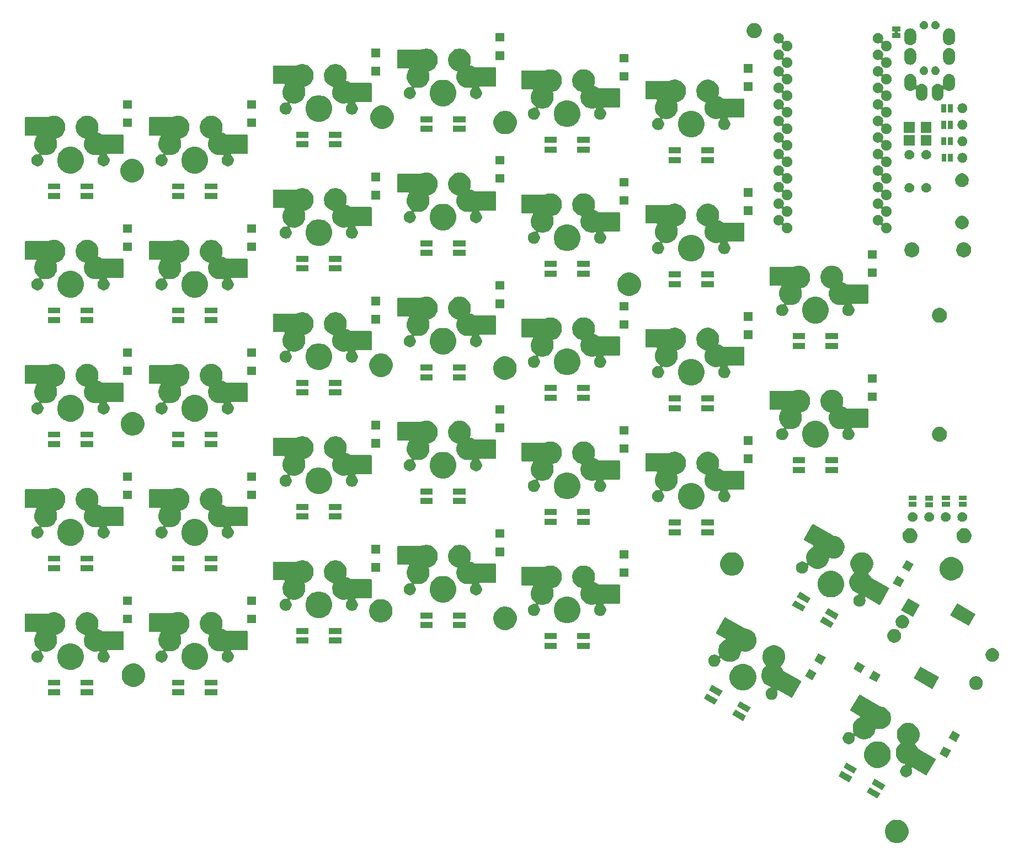
<source format=gts>
G04 #@! TF.GenerationSoftware,KiCad,Pcbnew,(5.1.5)-3*
G04 #@! TF.CreationDate,2020-12-20T23:31:23-06:00*
G04 #@! TF.ProjectId,ZodiarkSplit,5a6f6469-6172-46b5-9370-6c69742e6b69,rev?*
G04 #@! TF.SameCoordinates,Original*
G04 #@! TF.FileFunction,Soldermask,Top*
G04 #@! TF.FilePolarity,Negative*
%FSLAX46Y46*%
G04 Gerber Fmt 4.6, Leading zero omitted, Abs format (unit mm)*
G04 Created by KiCad (PCBNEW (5.1.5)-3) date 2020-12-20 23:31:23*
%MOMM*%
%LPD*%
G04 APERTURE LIST*
%ADD10C,0.100000*%
G04 APERTURE END LIST*
D10*
G36*
X167795331Y-171178211D02*
G01*
X168123092Y-171313974D01*
X168418070Y-171511072D01*
X168668928Y-171761930D01*
X168866026Y-172056908D01*
X169001789Y-172384669D01*
X169071000Y-172732616D01*
X169071000Y-173087384D01*
X169001789Y-173435331D01*
X168866026Y-173763092D01*
X168668928Y-174058070D01*
X168418070Y-174308928D01*
X168123092Y-174506026D01*
X167795331Y-174641789D01*
X167447384Y-174711000D01*
X167092616Y-174711000D01*
X166744669Y-174641789D01*
X166416908Y-174506026D01*
X166121930Y-174308928D01*
X165871072Y-174058070D01*
X165673974Y-173763092D01*
X165538211Y-173435331D01*
X165469000Y-173087384D01*
X165469000Y-172732616D01*
X165538211Y-172384669D01*
X165673974Y-172056908D01*
X165871072Y-171761930D01*
X166121930Y-171511072D01*
X166416908Y-171313974D01*
X166744669Y-171178211D01*
X167092616Y-171109000D01*
X167447384Y-171109000D01*
X167795331Y-171178211D01*
G37*
G36*
X164769155Y-167075781D02*
G01*
X164308154Y-167874258D01*
X162660973Y-166923257D01*
X163121974Y-166124780D01*
X164769155Y-167075781D01*
G37*
G36*
X165519155Y-165776743D02*
G01*
X165058154Y-166575220D01*
X163410973Y-165624219D01*
X163871974Y-164825742D01*
X165519155Y-165776743D01*
G37*
G36*
X160439027Y-164575781D02*
G01*
X159978026Y-165374258D01*
X158330845Y-164423257D01*
X158791846Y-163624780D01*
X160439027Y-164575781D01*
G37*
G36*
X169404968Y-156287949D02*
G01*
X169556703Y-156318131D01*
X169688696Y-156372804D01*
X169875363Y-156450124D01*
X170162151Y-156641750D01*
X170406046Y-156885645D01*
X170597672Y-157172433D01*
X170639715Y-157273935D01*
X170729665Y-157491093D01*
X170738855Y-157537293D01*
X170796955Y-157829381D01*
X170796955Y-158174301D01*
X170767745Y-158321146D01*
X170729665Y-158512589D01*
X170702462Y-158578262D01*
X170597672Y-158831249D01*
X170406046Y-159118037D01*
X170162150Y-159361933D01*
X170118146Y-159391336D01*
X170099205Y-159406881D01*
X170083660Y-159425823D01*
X170072109Y-159447434D01*
X170064996Y-159470883D01*
X170062594Y-159495269D01*
X170064996Y-159519655D01*
X170072109Y-159543104D01*
X170083661Y-159564715D01*
X170099205Y-159583656D01*
X170235898Y-159720349D01*
X170427524Y-160007137D01*
X170478735Y-160130771D01*
X170490286Y-160152382D01*
X170505831Y-160171324D01*
X170531719Y-160191188D01*
X173195224Y-161728964D01*
X173204635Y-161735032D01*
X173209113Y-161738240D01*
X173213744Y-161742301D01*
X173213751Y-161742306D01*
X173221310Y-161748934D01*
X173221318Y-161748943D01*
X173225953Y-161753007D01*
X173227600Y-161754765D01*
X173241231Y-161772530D01*
X173242513Y-161774593D01*
X173252407Y-161794657D01*
X173253264Y-161796931D01*
X173259059Y-161818559D01*
X173259453Y-161820942D01*
X173260916Y-161843277D01*
X173260837Y-161845696D01*
X173260032Y-161851809D01*
X173260032Y-161851820D01*
X173258720Y-161861782D01*
X173257914Y-161867903D01*
X173257365Y-161870256D01*
X173250169Y-161891451D01*
X173247899Y-161896462D01*
X173242770Y-161906447D01*
X171895848Y-164239385D01*
X171889763Y-164248823D01*
X171886567Y-164253282D01*
X171871805Y-164270116D01*
X171870040Y-164271769D01*
X171852281Y-164285396D01*
X171850228Y-164286673D01*
X171844702Y-164289398D01*
X171844689Y-164289406D01*
X171835674Y-164293851D01*
X171835663Y-164293855D01*
X171830133Y-164296582D01*
X171827872Y-164297433D01*
X171806248Y-164303227D01*
X171803865Y-164303621D01*
X171781530Y-164305084D01*
X171779107Y-164305005D01*
X171772992Y-164304200D01*
X171772987Y-164304200D01*
X171763029Y-164302889D01*
X171763027Y-164302889D01*
X171756914Y-164302084D01*
X171754549Y-164301532D01*
X171748717Y-164299552D01*
X171748711Y-164299551D01*
X171739197Y-164296321D01*
X171733355Y-164294338D01*
X171728358Y-164292074D01*
X171718349Y-164286934D01*
X169730142Y-163139042D01*
X169707823Y-163128929D01*
X169683959Y-163123364D01*
X169659468Y-163122563D01*
X169635291Y-163126554D01*
X169612357Y-163135186D01*
X169591548Y-163148126D01*
X169573664Y-163164876D01*
X169559391Y-163184795D01*
X169549278Y-163207114D01*
X169543713Y-163230978D01*
X169542912Y-163255469D01*
X169546903Y-163279646D01*
X169552153Y-163295111D01*
X169596074Y-163401146D01*
X169631659Y-163580047D01*
X169631659Y-163762453D01*
X169596074Y-163941354D01*
X169526270Y-164109876D01*
X169424931Y-164261541D01*
X169295950Y-164390522D01*
X169144285Y-164491861D01*
X168975763Y-164561665D01*
X168796862Y-164597250D01*
X168614456Y-164597250D01*
X168435555Y-164561665D01*
X168267033Y-164491861D01*
X168115368Y-164390522D01*
X167986387Y-164261541D01*
X167885048Y-164109876D01*
X167815244Y-163941354D01*
X167779659Y-163762453D01*
X167779659Y-163580047D01*
X167815244Y-163401146D01*
X167885048Y-163232624D01*
X167986387Y-163080959D01*
X168115368Y-162951978D01*
X168267033Y-162850639D01*
X168435555Y-162780835D01*
X168438994Y-162780151D01*
X168462433Y-162773041D01*
X168484044Y-162761490D01*
X168502986Y-162745945D01*
X168518531Y-162727004D01*
X168530083Y-162705393D01*
X168537196Y-162681944D01*
X168539598Y-162657558D01*
X168537196Y-162633172D01*
X168530083Y-162609723D01*
X168518532Y-162588112D01*
X168502987Y-162569170D01*
X168484046Y-162553625D01*
X168462435Y-162542073D01*
X168438986Y-162534960D01*
X168365059Y-162520255D01*
X168046399Y-162388262D01*
X167759611Y-162196636D01*
X167515716Y-161952741D01*
X167324090Y-161665953D01*
X167246770Y-161479286D01*
X167192097Y-161347293D01*
X167131846Y-161044392D01*
X167124807Y-161009005D01*
X167124807Y-160664085D01*
X167188801Y-160342367D01*
X167192097Y-160325797D01*
X167263928Y-160152382D01*
X167324090Y-160007137D01*
X167515716Y-159720349D01*
X167759612Y-159476453D01*
X167803616Y-159447050D01*
X167822557Y-159431505D01*
X167838102Y-159412563D01*
X167849653Y-159390952D01*
X167856766Y-159367503D01*
X167859168Y-159343117D01*
X167856766Y-159318731D01*
X167849653Y-159295282D01*
X167838101Y-159273671D01*
X167822557Y-159254730D01*
X167685864Y-159118037D01*
X167494238Y-158831249D01*
X167389448Y-158578262D01*
X167362245Y-158512589D01*
X167324165Y-158321146D01*
X167294955Y-158174301D01*
X167294955Y-157829381D01*
X167353055Y-157537293D01*
X167362245Y-157491093D01*
X167452195Y-157273935D01*
X167494238Y-157172433D01*
X167685864Y-156885645D01*
X167929759Y-156641750D01*
X168216547Y-156450124D01*
X168403214Y-156372804D01*
X168535207Y-156318131D01*
X168686942Y-156287949D01*
X168873495Y-156250841D01*
X169218415Y-156250841D01*
X169404968Y-156287949D01*
G37*
G36*
X161189027Y-163276743D02*
G01*
X160728026Y-164075220D01*
X159080845Y-163124219D01*
X159541846Y-162325742D01*
X161189027Y-163276743D01*
G37*
G36*
X164902724Y-159164934D02*
G01*
X165037106Y-159220597D01*
X165274873Y-159319083D01*
X165609798Y-159542873D01*
X165894627Y-159827702D01*
X166118417Y-160162627D01*
X166130206Y-160191089D01*
X166272566Y-160534776D01*
X166351150Y-160929844D01*
X166351150Y-161332656D01*
X166272566Y-161727724D01*
X166201620Y-161899003D01*
X166118417Y-162099873D01*
X165894627Y-162434798D01*
X165609798Y-162719627D01*
X165274873Y-162943417D01*
X165254202Y-162951979D01*
X164902724Y-163097566D01*
X164507656Y-163176150D01*
X164104844Y-163176150D01*
X163709776Y-163097566D01*
X163358298Y-162951979D01*
X163337627Y-162943417D01*
X163002702Y-162719627D01*
X162717873Y-162434798D01*
X162494083Y-162099873D01*
X162410880Y-161899003D01*
X162339934Y-161727724D01*
X162261350Y-161332656D01*
X162261350Y-160929844D01*
X162339934Y-160534776D01*
X162482294Y-160191089D01*
X162494083Y-160162627D01*
X162717873Y-159827702D01*
X163002702Y-159542873D01*
X163337627Y-159319083D01*
X163575394Y-159220597D01*
X163709776Y-159164934D01*
X164104844Y-159086350D01*
X164507656Y-159086350D01*
X164902724Y-159164934D01*
G37*
G36*
X175608033Y-160517903D02*
G01*
X174957033Y-161645469D01*
X173829467Y-160994469D01*
X174480467Y-159866903D01*
X175608033Y-160517903D01*
G37*
G36*
X161586021Y-151925702D02*
G01*
X161592136Y-151926507D01*
X161592141Y-151926507D01*
X161602099Y-151927818D01*
X161602101Y-151927818D01*
X161608214Y-151928623D01*
X161610579Y-151929175D01*
X161616411Y-151931155D01*
X161616417Y-151931156D01*
X161625162Y-151934125D01*
X161631773Y-151936369D01*
X161636770Y-151938633D01*
X161646770Y-151943769D01*
X164678421Y-153694094D01*
X164700741Y-153704207D01*
X164724605Y-153709772D01*
X164740921Y-153710841D01*
X164819005Y-153710841D01*
X165036184Y-153754041D01*
X165157293Y-153778131D01*
X165245397Y-153814625D01*
X165475953Y-153910124D01*
X165762741Y-154101750D01*
X166006636Y-154345645D01*
X166198262Y-154632433D01*
X166213396Y-154668970D01*
X166330255Y-154951093D01*
X166351760Y-155059207D01*
X166397545Y-155289381D01*
X166397545Y-155634301D01*
X166356180Y-155842254D01*
X166330255Y-155972589D01*
X166307432Y-156027688D01*
X166198262Y-156291249D01*
X166006636Y-156578037D01*
X165762741Y-156821932D01*
X165475953Y-157013558D01*
X165289286Y-157090878D01*
X165157293Y-157145551D01*
X165049818Y-157166929D01*
X164819005Y-157212841D01*
X164474085Y-157212841D01*
X164164632Y-157151287D01*
X164140246Y-157148885D01*
X164115860Y-157151287D01*
X164092411Y-157158400D01*
X164070800Y-157169951D01*
X164051858Y-157185496D01*
X164036313Y-157204438D01*
X164024762Y-157226049D01*
X164017649Y-157249498D01*
X164013230Y-157271715D01*
X163960403Y-157537293D01*
X163937654Y-157592214D01*
X163828410Y-157855953D01*
X163636784Y-158142741D01*
X163392889Y-158386636D01*
X163106101Y-158578262D01*
X162924694Y-158653403D01*
X162787441Y-158710255D01*
X162734156Y-158720854D01*
X162449153Y-158777545D01*
X162104233Y-158777545D01*
X161819230Y-158720854D01*
X161765945Y-158710255D01*
X161628692Y-158653403D01*
X161447285Y-158578262D01*
X161160497Y-158386636D01*
X161014698Y-158240837D01*
X160995756Y-158225292D01*
X160974145Y-158213741D01*
X160950696Y-158206628D01*
X160926310Y-158204226D01*
X160901924Y-158206628D01*
X160878475Y-158213741D01*
X160856864Y-158225292D01*
X160837922Y-158240837D01*
X160822377Y-158259779D01*
X160810826Y-158281390D01*
X160803713Y-158304839D01*
X160801311Y-158329225D01*
X160803712Y-158353605D01*
X160815496Y-158412848D01*
X160830799Y-158489778D01*
X160832841Y-158500047D01*
X160832841Y-158682453D01*
X160797256Y-158861354D01*
X160727452Y-159029876D01*
X160626113Y-159181541D01*
X160497132Y-159310522D01*
X160345467Y-159411861D01*
X160176945Y-159481665D01*
X159998044Y-159517250D01*
X159815638Y-159517250D01*
X159636737Y-159481665D01*
X159468215Y-159411861D01*
X159316550Y-159310522D01*
X159187569Y-159181541D01*
X159086230Y-159029876D01*
X159016426Y-158861354D01*
X158980841Y-158682453D01*
X158980841Y-158500047D01*
X159016426Y-158321146D01*
X159086230Y-158152624D01*
X159187569Y-158000959D01*
X159316550Y-157871978D01*
X159468215Y-157770639D01*
X159636737Y-157700835D01*
X159815638Y-157665250D01*
X159998044Y-157665250D01*
X160176945Y-157700835D01*
X160345467Y-157770639D01*
X160478737Y-157859687D01*
X160500337Y-157871232D01*
X160523786Y-157878345D01*
X160548172Y-157880747D01*
X160572558Y-157878345D01*
X160596007Y-157871232D01*
X160617618Y-157859681D01*
X160636560Y-157844136D01*
X160652105Y-157825194D01*
X160663656Y-157803583D01*
X160670769Y-157780134D01*
X160673171Y-157755748D01*
X160670769Y-157731362D01*
X160663656Y-157707913D01*
X160605600Y-157567752D01*
X160592983Y-157537293D01*
X160559769Y-157370313D01*
X160525693Y-157199005D01*
X160525693Y-156854085D01*
X160586157Y-156550113D01*
X160592983Y-156515797D01*
X160662284Y-156348490D01*
X160724976Y-156197137D01*
X160916602Y-155910349D01*
X161160497Y-155666454D01*
X161447284Y-155474828D01*
X161567152Y-155425178D01*
X161588762Y-155413627D01*
X161607704Y-155398082D01*
X161623250Y-155379140D01*
X161634801Y-155357530D01*
X161641914Y-155334081D01*
X161644316Y-155309695D01*
X161641914Y-155285308D01*
X161634801Y-155261859D01*
X161623250Y-155240249D01*
X161607705Y-155221307D01*
X161581817Y-155201442D01*
X160219894Y-154415135D01*
X160210491Y-154409073D01*
X160206017Y-154405867D01*
X160201379Y-154401800D01*
X160201374Y-154401796D01*
X160193818Y-154395170D01*
X160193811Y-154395163D01*
X160189174Y-154391096D01*
X160187528Y-154389339D01*
X160173897Y-154371574D01*
X160172615Y-154369511D01*
X160162721Y-154349447D01*
X160161864Y-154347171D01*
X160156071Y-154325553D01*
X160155676Y-154323161D01*
X160154212Y-154300825D01*
X160154291Y-154298407D01*
X160155096Y-154292294D01*
X160155096Y-154292285D01*
X160156408Y-154282322D01*
X160156409Y-154282318D01*
X160157214Y-154276202D01*
X160157763Y-154273848D01*
X160164959Y-154252653D01*
X160167234Y-154247631D01*
X160172350Y-154237672D01*
X161469285Y-151991314D01*
X161475363Y-151981886D01*
X161478561Y-151977425D01*
X161493323Y-151960591D01*
X161495088Y-151958938D01*
X161512847Y-151945311D01*
X161514900Y-151944034D01*
X161520426Y-151941309D01*
X161520439Y-151941301D01*
X161529454Y-151936856D01*
X161529465Y-151936852D01*
X161534995Y-151934125D01*
X161537256Y-151933274D01*
X161558880Y-151927480D01*
X161561263Y-151927086D01*
X161583598Y-151925623D01*
X161586021Y-151925702D01*
G37*
G36*
X177008033Y-158093031D02*
G01*
X176357033Y-159220597D01*
X175229467Y-158569597D01*
X175880467Y-157442031D01*
X177008033Y-158093031D01*
G37*
G36*
X144131655Y-155169531D02*
G01*
X143670654Y-155968008D01*
X142023473Y-155017007D01*
X142484474Y-154218530D01*
X144131655Y-155169531D01*
G37*
G36*
X144881655Y-153870493D02*
G01*
X144420654Y-154668970D01*
X142773473Y-153717969D01*
X143234474Y-152919492D01*
X144881655Y-153870493D01*
G37*
G36*
X139801527Y-152669531D02*
G01*
X139340526Y-153468008D01*
X137693345Y-152517007D01*
X138154346Y-151718530D01*
X139801527Y-152669531D01*
G37*
G36*
X148767468Y-144381699D02*
G01*
X148919203Y-144411881D01*
X149045768Y-144464306D01*
X149237863Y-144543874D01*
X149524651Y-144735500D01*
X149768546Y-144979395D01*
X149960172Y-145266183D01*
X150023954Y-145420167D01*
X150092165Y-145584843D01*
X150101355Y-145631043D01*
X150159455Y-145923131D01*
X150159455Y-146268051D01*
X150130245Y-146414896D01*
X150092165Y-146606339D01*
X150049733Y-146708778D01*
X149960172Y-146924999D01*
X149768546Y-147211787D01*
X149524650Y-147455683D01*
X149480646Y-147485086D01*
X149461705Y-147500631D01*
X149446160Y-147519573D01*
X149434609Y-147541184D01*
X149427496Y-147564633D01*
X149425094Y-147589019D01*
X149427496Y-147613405D01*
X149434609Y-147636854D01*
X149446161Y-147658465D01*
X149461705Y-147677406D01*
X149598398Y-147814099D01*
X149790024Y-148100887D01*
X149841235Y-148224521D01*
X149852786Y-148246132D01*
X149868331Y-148265074D01*
X149894219Y-148284938D01*
X152557724Y-149822714D01*
X152567135Y-149828782D01*
X152571613Y-149831990D01*
X152576244Y-149836051D01*
X152576251Y-149836056D01*
X152583810Y-149842684D01*
X152583818Y-149842693D01*
X152588453Y-149846757D01*
X152590100Y-149848515D01*
X152603731Y-149866280D01*
X152605013Y-149868343D01*
X152614907Y-149888407D01*
X152615764Y-149890681D01*
X152621559Y-149912309D01*
X152621953Y-149914692D01*
X152623416Y-149937027D01*
X152623337Y-149939446D01*
X152622532Y-149945559D01*
X152622532Y-149945570D01*
X152621220Y-149955532D01*
X152620414Y-149961653D01*
X152619865Y-149964006D01*
X152612669Y-149985201D01*
X152610399Y-149990212D01*
X152605270Y-150000197D01*
X151258348Y-152333135D01*
X151252263Y-152342573D01*
X151249067Y-152347032D01*
X151234305Y-152363866D01*
X151232540Y-152365519D01*
X151214781Y-152379146D01*
X151212728Y-152380423D01*
X151207202Y-152383148D01*
X151207189Y-152383156D01*
X151198174Y-152387601D01*
X151198163Y-152387605D01*
X151192633Y-152390332D01*
X151190372Y-152391183D01*
X151168748Y-152396977D01*
X151166365Y-152397371D01*
X151144030Y-152398834D01*
X151141607Y-152398755D01*
X151135492Y-152397950D01*
X151135487Y-152397950D01*
X151125529Y-152396639D01*
X151125527Y-152396639D01*
X151119414Y-152395834D01*
X151117049Y-152395282D01*
X151111217Y-152393302D01*
X151111211Y-152393301D01*
X151101697Y-152390071D01*
X151095855Y-152388088D01*
X151090858Y-152385824D01*
X151080849Y-152380684D01*
X149092642Y-151232792D01*
X149070323Y-151222679D01*
X149046459Y-151217114D01*
X149021968Y-151216313D01*
X148997791Y-151220304D01*
X148974857Y-151228936D01*
X148954048Y-151241876D01*
X148936164Y-151258626D01*
X148921891Y-151278545D01*
X148911778Y-151300864D01*
X148906213Y-151324728D01*
X148905412Y-151349219D01*
X148909403Y-151373396D01*
X148914653Y-151388861D01*
X148958574Y-151494896D01*
X148994159Y-151673797D01*
X148994159Y-151856203D01*
X148958574Y-152035104D01*
X148888770Y-152203626D01*
X148787431Y-152355291D01*
X148658450Y-152484272D01*
X148506785Y-152585611D01*
X148338263Y-152655415D01*
X148159362Y-152691000D01*
X147976956Y-152691000D01*
X147798055Y-152655415D01*
X147629533Y-152585611D01*
X147477868Y-152484272D01*
X147348887Y-152355291D01*
X147247548Y-152203626D01*
X147177744Y-152035104D01*
X147142159Y-151856203D01*
X147142159Y-151673797D01*
X147177744Y-151494896D01*
X147247548Y-151326374D01*
X147348887Y-151174709D01*
X147477868Y-151045728D01*
X147629533Y-150944389D01*
X147798055Y-150874585D01*
X147801494Y-150873901D01*
X147824933Y-150866791D01*
X147846544Y-150855240D01*
X147865486Y-150839695D01*
X147881031Y-150820754D01*
X147892583Y-150799143D01*
X147899696Y-150775694D01*
X147902098Y-150751308D01*
X147899696Y-150726922D01*
X147892583Y-150703473D01*
X147881032Y-150681862D01*
X147865487Y-150662920D01*
X147846546Y-150647375D01*
X147824935Y-150635823D01*
X147801486Y-150628710D01*
X147727559Y-150614005D01*
X147408899Y-150482012D01*
X147122111Y-150290386D01*
X146878216Y-150046491D01*
X146686590Y-149759703D01*
X146609270Y-149573036D01*
X146554597Y-149441043D01*
X146505891Y-149196180D01*
X146487307Y-149102755D01*
X146487307Y-148757835D01*
X146551301Y-148436117D01*
X146554597Y-148419547D01*
X146628153Y-148241967D01*
X146686590Y-148100887D01*
X146878216Y-147814099D01*
X147122112Y-147570203D01*
X147166116Y-147540800D01*
X147185057Y-147525255D01*
X147200602Y-147506313D01*
X147212153Y-147484702D01*
X147219266Y-147461253D01*
X147221668Y-147436867D01*
X147219266Y-147412481D01*
X147212153Y-147389032D01*
X147200601Y-147367421D01*
X147185057Y-147348480D01*
X147048364Y-147211787D01*
X146856738Y-146924999D01*
X146767177Y-146708778D01*
X146724745Y-146606339D01*
X146686665Y-146414896D01*
X146657455Y-146268051D01*
X146657455Y-145923131D01*
X146715555Y-145631043D01*
X146724745Y-145584843D01*
X146792956Y-145420167D01*
X146856738Y-145266183D01*
X147048364Y-144979395D01*
X147292259Y-144735500D01*
X147579047Y-144543874D01*
X147771142Y-144464306D01*
X147897707Y-144411881D01*
X148049442Y-144381699D01*
X148235995Y-144344591D01*
X148580915Y-144344591D01*
X148767468Y-144381699D01*
G37*
G36*
X140551527Y-151370493D02*
G01*
X140090526Y-152168970D01*
X138443345Y-151217969D01*
X138904346Y-150419492D01*
X140551527Y-151370493D01*
G37*
G36*
X43932250Y-152023500D02*
G01*
X42030250Y-152023500D01*
X42030250Y-151101500D01*
X43932250Y-151101500D01*
X43932250Y-152023500D01*
G37*
G36*
X62982250Y-152023500D02*
G01*
X61080250Y-152023500D01*
X61080250Y-151101500D01*
X62982250Y-151101500D01*
X62982250Y-152023500D01*
G37*
G36*
X57982250Y-152023500D02*
G01*
X56080250Y-152023500D01*
X56080250Y-151101500D01*
X57982250Y-151101500D01*
X57982250Y-152023500D01*
G37*
G36*
X38932250Y-152023500D02*
G01*
X37030250Y-152023500D01*
X37030250Y-151101500D01*
X38932250Y-151101500D01*
X38932250Y-152023500D01*
G37*
G36*
X144265224Y-147258684D02*
G01*
X144399606Y-147314347D01*
X144637373Y-147412833D01*
X144972298Y-147636623D01*
X145257127Y-147921452D01*
X145480917Y-148256377D01*
X145492706Y-148284839D01*
X145635066Y-148628526D01*
X145713650Y-149023594D01*
X145713650Y-149426406D01*
X145635066Y-149821474D01*
X145564120Y-149992753D01*
X145480917Y-150193623D01*
X145257127Y-150528548D01*
X144972298Y-150813377D01*
X144637373Y-151037167D01*
X144584786Y-151058949D01*
X144265224Y-151191316D01*
X143870156Y-151269900D01*
X143467344Y-151269900D01*
X143072276Y-151191316D01*
X142752714Y-151058949D01*
X142700127Y-151037167D01*
X142365202Y-150813377D01*
X142080373Y-150528548D01*
X141856583Y-150193623D01*
X141773380Y-149992753D01*
X141702434Y-149821474D01*
X141623850Y-149426406D01*
X141623850Y-149023594D01*
X141702434Y-148628526D01*
X141844794Y-148284839D01*
X141856583Y-148256377D01*
X142080373Y-147921452D01*
X142365202Y-147636623D01*
X142700127Y-147412833D01*
X142937894Y-147314347D01*
X143072276Y-147258684D01*
X143467344Y-147180100D01*
X143870156Y-147180100D01*
X144265224Y-147258684D01*
G37*
G36*
X179743742Y-149116953D02*
G01*
X179935011Y-149196179D01*
X179935013Y-149196180D01*
X179981960Y-149227549D01*
X180107151Y-149311199D01*
X180253543Y-149457591D01*
X180368563Y-149629731D01*
X180447789Y-149821000D01*
X180488178Y-150024048D01*
X180488178Y-150231080D01*
X180447789Y-150434128D01*
X180376293Y-150606734D01*
X180368562Y-150625399D01*
X180253543Y-150797537D01*
X180107151Y-150943929D01*
X179935013Y-151058948D01*
X179935012Y-151058949D01*
X179935011Y-151058949D01*
X179743742Y-151138175D01*
X179540694Y-151178564D01*
X179333662Y-151178564D01*
X179130614Y-151138175D01*
X178939345Y-151058949D01*
X178939344Y-151058949D01*
X178939343Y-151058948D01*
X178767205Y-150943929D01*
X178620813Y-150797537D01*
X178505794Y-150625399D01*
X178498063Y-150606734D01*
X178426567Y-150434128D01*
X178386178Y-150231080D01*
X178386178Y-150024048D01*
X178426567Y-149821000D01*
X178505793Y-149629731D01*
X178620813Y-149457591D01*
X178767205Y-149311199D01*
X178892396Y-149227549D01*
X178939343Y-149196180D01*
X178939345Y-149196179D01*
X179130614Y-149116953D01*
X179333662Y-149076564D01*
X179540694Y-149076564D01*
X179743742Y-149116953D01*
G37*
G36*
X173780309Y-149227549D02*
G01*
X172729308Y-151047936D01*
X169869691Y-149396935D01*
X170920692Y-147576548D01*
X173780309Y-149227549D01*
G37*
G36*
X50665331Y-147198211D02*
G01*
X50993092Y-147333974D01*
X51288070Y-147531072D01*
X51538928Y-147781930D01*
X51736026Y-148076908D01*
X51871789Y-148404669D01*
X51941000Y-148752616D01*
X51941000Y-149107384D01*
X51871789Y-149455331D01*
X51736026Y-149783092D01*
X51538928Y-150078070D01*
X51288070Y-150328928D01*
X50993092Y-150526026D01*
X50665331Y-150661789D01*
X50317384Y-150731000D01*
X49962616Y-150731000D01*
X49614669Y-150661789D01*
X49286908Y-150526026D01*
X48991930Y-150328928D01*
X48741072Y-150078070D01*
X48543974Y-149783092D01*
X48408211Y-149455331D01*
X48339000Y-149107384D01*
X48339000Y-148752616D01*
X48408211Y-148404669D01*
X48543974Y-148076908D01*
X48741072Y-147781930D01*
X48991930Y-147531072D01*
X49286908Y-147333974D01*
X49614669Y-147198211D01*
X49962616Y-147129000D01*
X50317384Y-147129000D01*
X50665331Y-147198211D01*
G37*
G36*
X43932250Y-150523500D02*
G01*
X42030250Y-150523500D01*
X42030250Y-149601500D01*
X43932250Y-149601500D01*
X43932250Y-150523500D01*
G37*
G36*
X62982250Y-150523500D02*
G01*
X61080250Y-150523500D01*
X61080250Y-149601500D01*
X62982250Y-149601500D01*
X62982250Y-150523500D01*
G37*
G36*
X57982250Y-150523500D02*
G01*
X56080250Y-150523500D01*
X56080250Y-149601500D01*
X57982250Y-149601500D01*
X57982250Y-150523500D01*
G37*
G36*
X38932250Y-150523500D02*
G01*
X37030250Y-150523500D01*
X37030250Y-149601500D01*
X38932250Y-149601500D01*
X38932250Y-150523500D01*
G37*
G36*
X164820469Y-148892967D02*
G01*
X164169469Y-150020533D01*
X163041903Y-149369533D01*
X163692903Y-148241967D01*
X164820469Y-148892967D01*
G37*
G36*
X154970533Y-148611653D02*
G01*
X154319533Y-149739219D01*
X153191967Y-149088219D01*
X153842967Y-147960653D01*
X154970533Y-148611653D01*
G37*
G36*
X162395597Y-147492967D02*
G01*
X161744597Y-148620533D01*
X160617031Y-147969533D01*
X161268031Y-146841967D01*
X162395597Y-147492967D01*
G37*
G36*
X41076474Y-144113684D02*
G01*
X41284770Y-144199963D01*
X41448623Y-144267833D01*
X41783548Y-144491623D01*
X42068377Y-144776452D01*
X42292167Y-145111377D01*
X42348256Y-145246788D01*
X42446316Y-145483526D01*
X42524900Y-145878594D01*
X42524900Y-146281406D01*
X42446316Y-146676474D01*
X42386674Y-146820462D01*
X42292167Y-147048623D01*
X42068377Y-147383548D01*
X41783548Y-147668377D01*
X41448623Y-147892167D01*
X41294474Y-147956017D01*
X41076474Y-148046316D01*
X40681406Y-148124900D01*
X40278594Y-148124900D01*
X39883526Y-148046316D01*
X39665526Y-147956017D01*
X39511377Y-147892167D01*
X39176452Y-147668377D01*
X38891623Y-147383548D01*
X38667833Y-147048623D01*
X38573326Y-146820462D01*
X38513684Y-146676474D01*
X38435100Y-146281406D01*
X38435100Y-145878594D01*
X38513684Y-145483526D01*
X38611744Y-145246788D01*
X38667833Y-145111377D01*
X38891623Y-144776452D01*
X39176452Y-144491623D01*
X39511377Y-144267833D01*
X39675230Y-144199963D01*
X39883526Y-144113684D01*
X40278594Y-144035100D01*
X40681406Y-144035100D01*
X41076474Y-144113684D01*
G37*
G36*
X60127724Y-144083684D02*
G01*
X60305330Y-144157251D01*
X60499873Y-144237833D01*
X60834798Y-144461623D01*
X61119627Y-144746452D01*
X61343417Y-145081377D01*
X61402373Y-145223710D01*
X61497566Y-145453526D01*
X61576150Y-145848594D01*
X61576150Y-146251406D01*
X61497566Y-146646474D01*
X61423015Y-146826456D01*
X61343417Y-147018623D01*
X61119627Y-147353548D01*
X60834798Y-147638377D01*
X60499873Y-147862167D01*
X60356746Y-147921452D01*
X60127724Y-148016316D01*
X59732656Y-148094900D01*
X59329844Y-148094900D01*
X58934776Y-148016316D01*
X58705754Y-147921452D01*
X58562627Y-147862167D01*
X58227702Y-147638377D01*
X57942873Y-147353548D01*
X57719083Y-147018623D01*
X57639485Y-146826456D01*
X57564934Y-146646474D01*
X57486350Y-146251406D01*
X57486350Y-145848594D01*
X57564934Y-145453526D01*
X57660127Y-145223710D01*
X57719083Y-145081377D01*
X57942873Y-144746452D01*
X58227702Y-144461623D01*
X58562627Y-144237833D01*
X58757170Y-144157251D01*
X58934776Y-144083684D01*
X59329844Y-144005100D01*
X59732656Y-144005100D01*
X60127724Y-144083684D01*
G37*
G36*
X140948521Y-140019452D02*
G01*
X140954636Y-140020257D01*
X140954641Y-140020257D01*
X140964599Y-140021568D01*
X140964601Y-140021568D01*
X140970714Y-140022373D01*
X140973079Y-140022925D01*
X140978911Y-140024905D01*
X140978917Y-140024906D01*
X140987662Y-140027875D01*
X140994273Y-140030119D01*
X140999270Y-140032383D01*
X141009270Y-140037519D01*
X144040921Y-141787844D01*
X144063241Y-141797957D01*
X144087105Y-141803522D01*
X144103421Y-141804591D01*
X144181505Y-141804591D01*
X144398684Y-141847791D01*
X144519793Y-141871881D01*
X144642712Y-141922796D01*
X144838453Y-142003874D01*
X145125241Y-142195500D01*
X145369136Y-142439395D01*
X145560762Y-142726183D01*
X145611026Y-142847531D01*
X145692755Y-143044843D01*
X145714260Y-143152957D01*
X145760045Y-143383131D01*
X145760045Y-143728051D01*
X145718680Y-143936004D01*
X145692755Y-144066339D01*
X145655235Y-144156919D01*
X145560762Y-144384999D01*
X145369136Y-144671787D01*
X145125241Y-144915682D01*
X144838453Y-145107308D01*
X144687141Y-145169983D01*
X144519793Y-145239301D01*
X144434650Y-145256237D01*
X144181505Y-145306591D01*
X143836585Y-145306591D01*
X143527132Y-145245037D01*
X143502746Y-145242635D01*
X143478360Y-145245037D01*
X143454911Y-145252150D01*
X143433300Y-145263701D01*
X143414358Y-145279246D01*
X143398813Y-145298188D01*
X143387262Y-145319799D01*
X143380149Y-145343248D01*
X143367048Y-145409109D01*
X143322903Y-145631043D01*
X143281745Y-145730406D01*
X143190910Y-145949703D01*
X142999284Y-146236491D01*
X142755389Y-146480386D01*
X142468601Y-146672012D01*
X142331451Y-146728821D01*
X142149941Y-146804005D01*
X142096656Y-146814604D01*
X141811653Y-146871295D01*
X141466733Y-146871295D01*
X141181730Y-146814604D01*
X141128445Y-146804005D01*
X140946935Y-146728821D01*
X140809785Y-146672012D01*
X140522997Y-146480386D01*
X140377198Y-146334587D01*
X140358256Y-146319042D01*
X140336645Y-146307491D01*
X140313196Y-146300378D01*
X140288810Y-146297976D01*
X140264424Y-146300378D01*
X140240975Y-146307491D01*
X140219364Y-146319042D01*
X140200422Y-146334587D01*
X140184877Y-146353529D01*
X140173326Y-146375140D01*
X140166213Y-146398589D01*
X140163811Y-146422975D01*
X140166212Y-146447355D01*
X140180389Y-146518626D01*
X140193299Y-146583528D01*
X140195341Y-146593797D01*
X140195341Y-146776203D01*
X140159756Y-146955104D01*
X140089952Y-147123626D01*
X139988613Y-147275291D01*
X139859632Y-147404272D01*
X139707967Y-147505611D01*
X139539445Y-147575415D01*
X139360544Y-147611000D01*
X139178138Y-147611000D01*
X138999237Y-147575415D01*
X138830715Y-147505611D01*
X138679050Y-147404272D01*
X138550069Y-147275291D01*
X138448730Y-147123626D01*
X138378926Y-146955104D01*
X138343341Y-146776203D01*
X138343341Y-146593797D01*
X138378926Y-146414896D01*
X138448730Y-146246374D01*
X138550069Y-146094709D01*
X138679050Y-145965728D01*
X138830715Y-145864389D01*
X138999237Y-145794585D01*
X139178138Y-145759000D01*
X139360544Y-145759000D01*
X139539445Y-145794585D01*
X139707967Y-145864389D01*
X139841237Y-145953437D01*
X139862837Y-145964982D01*
X139886286Y-145972095D01*
X139910672Y-145974497D01*
X139935058Y-145972095D01*
X139958507Y-145964982D01*
X139980118Y-145953431D01*
X139999060Y-145937886D01*
X140014605Y-145918944D01*
X140026156Y-145897333D01*
X140033269Y-145873884D01*
X140035671Y-145849498D01*
X140033269Y-145825112D01*
X140026156Y-145801663D01*
X139996641Y-145730406D01*
X139955483Y-145631043D01*
X139921403Y-145459710D01*
X139888193Y-145292755D01*
X139888193Y-144947835D01*
X139942688Y-144673870D01*
X139955483Y-144609547D01*
X140020160Y-144453403D01*
X140087476Y-144290887D01*
X140279102Y-144004099D01*
X140522997Y-143760204D01*
X140809784Y-143568578D01*
X140929652Y-143518928D01*
X140951262Y-143507377D01*
X140970204Y-143491832D01*
X140985750Y-143472890D01*
X140997301Y-143451280D01*
X141004414Y-143427831D01*
X141006816Y-143403445D01*
X141004414Y-143379058D01*
X140997301Y-143355609D01*
X140985750Y-143333999D01*
X140970205Y-143315057D01*
X140944317Y-143295192D01*
X139582394Y-142508885D01*
X139572991Y-142502823D01*
X139568517Y-142499617D01*
X139563879Y-142495550D01*
X139563874Y-142495546D01*
X139556318Y-142488920D01*
X139556311Y-142488913D01*
X139551674Y-142484846D01*
X139550028Y-142483089D01*
X139536397Y-142465324D01*
X139535115Y-142463261D01*
X139525221Y-142443197D01*
X139524364Y-142440921D01*
X139518571Y-142419303D01*
X139518176Y-142416911D01*
X139517468Y-142406102D01*
X139517115Y-142400731D01*
X139517115Y-142400726D01*
X139516712Y-142394575D01*
X139516791Y-142392157D01*
X139517596Y-142386044D01*
X139517596Y-142386035D01*
X139518908Y-142376072D01*
X139518909Y-142376068D01*
X139519714Y-142369952D01*
X139520263Y-142367598D01*
X139523176Y-142359018D01*
X139525476Y-142352243D01*
X139525477Y-142352241D01*
X139527459Y-142346403D01*
X139529734Y-142341381D01*
X139534850Y-142331422D01*
X140831785Y-140085064D01*
X140837863Y-140075636D01*
X140841061Y-140071175D01*
X140855823Y-140054341D01*
X140857588Y-140052688D01*
X140875347Y-140039061D01*
X140877400Y-140037784D01*
X140882926Y-140035059D01*
X140882939Y-140035051D01*
X140891954Y-140030606D01*
X140891965Y-140030602D01*
X140897495Y-140027875D01*
X140899756Y-140027024D01*
X140921380Y-140021230D01*
X140923763Y-140020836D01*
X140946098Y-140019373D01*
X140948521Y-140019452D01*
G37*
G36*
X156370533Y-146186781D02*
G01*
X155719533Y-147314347D01*
X154591967Y-146663347D01*
X155242967Y-145535781D01*
X156370533Y-146186781D01*
G37*
G36*
X43416487Y-139293562D02*
G01*
X43530748Y-139316290D01*
X43651528Y-139366319D01*
X43849408Y-139448283D01*
X44136196Y-139639909D01*
X44380091Y-139883804D01*
X44571717Y-140170592D01*
X44633685Y-140320197D01*
X44703710Y-140489252D01*
X44706419Y-140502871D01*
X44771000Y-140827540D01*
X44771000Y-141172460D01*
X44703710Y-141510748D01*
X44637151Y-141671437D01*
X44630038Y-141694886D01*
X44627636Y-141719273D01*
X44630038Y-141743659D01*
X44637151Y-141767108D01*
X44648702Y-141788718D01*
X44664248Y-141807660D01*
X44683190Y-141823205D01*
X44704800Y-141834756D01*
X44728250Y-141841869D01*
X44800748Y-141856290D01*
X44915616Y-141903870D01*
X45119408Y-141988283D01*
X45334618Y-142132082D01*
X45356229Y-142143633D01*
X45379678Y-142150746D01*
X45404064Y-142153148D01*
X48476925Y-142153148D01*
X48488149Y-142153699D01*
X48493597Y-142154236D01*
X48515564Y-142158605D01*
X48517878Y-142159308D01*
X48538562Y-142167875D01*
X48540690Y-142169013D01*
X48545821Y-142172441D01*
X48545826Y-142172444D01*
X48550879Y-142175821D01*
X48559311Y-142181455D01*
X48561177Y-142182986D01*
X48577014Y-142198823D01*
X48578545Y-142200689D01*
X48581974Y-142205821D01*
X48587556Y-142214174D01*
X48587559Y-142214179D01*
X48590987Y-142219310D01*
X48592125Y-142221438D01*
X48600692Y-142242122D01*
X48601395Y-142244436D01*
X48605764Y-142266403D01*
X48606301Y-142271851D01*
X48606852Y-142283075D01*
X48606852Y-144976925D01*
X48606301Y-144988149D01*
X48605764Y-144993597D01*
X48601395Y-145015564D01*
X48600692Y-145017878D01*
X48592125Y-145038562D01*
X48590987Y-145040690D01*
X48587559Y-145045821D01*
X48587556Y-145045826D01*
X48583431Y-145051999D01*
X48578545Y-145059311D01*
X48577014Y-145061177D01*
X48561177Y-145077014D01*
X48559311Y-145078545D01*
X48554179Y-145081974D01*
X48545826Y-145087556D01*
X48545821Y-145087559D01*
X48540690Y-145090987D01*
X48538562Y-145092125D01*
X48517878Y-145100692D01*
X48515564Y-145101395D01*
X48493597Y-145105764D01*
X48488149Y-145106301D01*
X48476925Y-145106852D01*
X46182403Y-145106852D01*
X46158017Y-145109254D01*
X46134568Y-145116367D01*
X46112957Y-145127918D01*
X46094015Y-145143463D01*
X46078470Y-145162405D01*
X46066919Y-145184016D01*
X46059806Y-145207465D01*
X46057404Y-145231851D01*
X46059806Y-145256237D01*
X46066919Y-145279686D01*
X46078470Y-145301297D01*
X46094015Y-145320239D01*
X46112951Y-145335778D01*
X46150291Y-145360728D01*
X46279272Y-145489709D01*
X46380611Y-145641374D01*
X46450415Y-145809896D01*
X46486000Y-145988797D01*
X46486000Y-146171203D01*
X46450415Y-146350104D01*
X46380611Y-146518626D01*
X46279272Y-146670291D01*
X46150291Y-146799272D01*
X45998626Y-146900611D01*
X45830104Y-146970415D01*
X45651203Y-147006000D01*
X45468797Y-147006000D01*
X45289896Y-146970415D01*
X45121374Y-146900611D01*
X44969709Y-146799272D01*
X44840728Y-146670291D01*
X44739389Y-146518626D01*
X44669585Y-146350104D01*
X44634000Y-146171203D01*
X44634000Y-145988797D01*
X44669585Y-145809896D01*
X44739389Y-145641374D01*
X44840728Y-145489709D01*
X44891339Y-145439098D01*
X44906875Y-145420167D01*
X44918426Y-145398556D01*
X44925539Y-145375107D01*
X44927941Y-145350721D01*
X44925539Y-145326335D01*
X44918426Y-145302886D01*
X44906875Y-145281275D01*
X44891330Y-145262333D01*
X44872388Y-145246788D01*
X44850777Y-145235237D01*
X44827328Y-145228124D01*
X44802942Y-145225722D01*
X44778559Y-145228124D01*
X44670158Y-145249686D01*
X44462460Y-145291000D01*
X44117540Y-145291000D01*
X43882443Y-145244236D01*
X43779252Y-145223710D01*
X43624441Y-145159585D01*
X43460592Y-145091717D01*
X43173804Y-144900091D01*
X42929909Y-144656196D01*
X42738283Y-144369408D01*
X42650268Y-144156919D01*
X42606290Y-144050748D01*
X42583260Y-143934967D01*
X42539000Y-143712460D01*
X42539000Y-143367540D01*
X42606290Y-143029252D01*
X42672849Y-142868563D01*
X42679962Y-142845114D01*
X42682364Y-142820727D01*
X42679962Y-142796341D01*
X42672849Y-142772892D01*
X42661298Y-142751282D01*
X42645752Y-142732340D01*
X42626810Y-142716795D01*
X42605200Y-142705244D01*
X42581751Y-142698131D01*
X42528884Y-142687615D01*
X42509252Y-142683710D01*
X42357352Y-142620791D01*
X42190592Y-142551717D01*
X41903804Y-142360091D01*
X41659909Y-142116196D01*
X41468283Y-141829408D01*
X41377264Y-141609668D01*
X41336290Y-141510748D01*
X41303504Y-141345920D01*
X41269000Y-141172460D01*
X41269000Y-140827540D01*
X41333581Y-140502871D01*
X41336290Y-140489252D01*
X41406315Y-140320197D01*
X41468283Y-140170592D01*
X41659909Y-139883804D01*
X41903804Y-139639909D01*
X42190592Y-139448283D01*
X42388472Y-139366319D01*
X42509252Y-139316290D01*
X42623513Y-139293562D01*
X42847540Y-139249000D01*
X43192460Y-139249000D01*
X43416487Y-139293562D01*
G37*
G36*
X38336487Y-139293562D02*
G01*
X38450748Y-139316290D01*
X38571528Y-139366319D01*
X38769408Y-139448283D01*
X39056196Y-139639909D01*
X39300091Y-139883804D01*
X39491717Y-140170592D01*
X39553685Y-140320197D01*
X39623710Y-140489252D01*
X39626419Y-140502871D01*
X39691000Y-140827540D01*
X39691000Y-141172460D01*
X39656496Y-141345920D01*
X39623710Y-141510748D01*
X39582736Y-141609668D01*
X39491717Y-141829408D01*
X39300091Y-142116196D01*
X39056196Y-142360091D01*
X38769408Y-142551717D01*
X38602648Y-142620791D01*
X38450748Y-142683710D01*
X38431116Y-142687615D01*
X38378249Y-142698131D01*
X38354800Y-142705244D01*
X38333189Y-142716795D01*
X38314247Y-142732341D01*
X38298702Y-142751282D01*
X38287151Y-142772893D01*
X38280038Y-142796342D01*
X38277636Y-142820728D01*
X38280038Y-142845114D01*
X38287151Y-142868563D01*
X38353710Y-143029252D01*
X38421000Y-143367540D01*
X38421000Y-143712460D01*
X38376740Y-143934967D01*
X38353710Y-144050748D01*
X38309732Y-144156919D01*
X38221717Y-144369408D01*
X38030091Y-144656196D01*
X37786196Y-144900091D01*
X37499408Y-145091717D01*
X37335559Y-145159585D01*
X37180748Y-145223710D01*
X37077557Y-145244236D01*
X36842460Y-145291000D01*
X36497540Y-145291000D01*
X36289842Y-145249686D01*
X36181441Y-145228124D01*
X36157058Y-145225722D01*
X36132672Y-145228124D01*
X36109223Y-145235237D01*
X36087612Y-145246788D01*
X36068670Y-145262333D01*
X36053125Y-145281275D01*
X36041574Y-145302886D01*
X36034461Y-145326335D01*
X36032059Y-145350721D01*
X36034461Y-145375107D01*
X36041574Y-145398556D01*
X36053125Y-145420167D01*
X36068661Y-145439098D01*
X36119272Y-145489709D01*
X36220611Y-145641374D01*
X36290415Y-145809896D01*
X36326000Y-145988797D01*
X36326000Y-146171203D01*
X36290415Y-146350104D01*
X36220611Y-146518626D01*
X36119272Y-146670291D01*
X35990291Y-146799272D01*
X35838626Y-146900611D01*
X35670104Y-146970415D01*
X35491203Y-147006000D01*
X35308797Y-147006000D01*
X35129896Y-146970415D01*
X34961374Y-146900611D01*
X34809709Y-146799272D01*
X34680728Y-146670291D01*
X34579389Y-146518626D01*
X34509585Y-146350104D01*
X34474000Y-146171203D01*
X34474000Y-145988797D01*
X34509585Y-145809896D01*
X34579389Y-145641374D01*
X34680728Y-145489709D01*
X34809709Y-145360728D01*
X34961374Y-145259389D01*
X35129896Y-145189585D01*
X35308797Y-145154000D01*
X35491203Y-145154000D01*
X35505080Y-145156760D01*
X35529463Y-145159162D01*
X35553849Y-145156760D01*
X35577298Y-145149647D01*
X35598909Y-145138096D01*
X35617851Y-145122551D01*
X35633396Y-145103610D01*
X35644948Y-145081999D01*
X35652061Y-145058550D01*
X35654463Y-145034164D01*
X35652061Y-145009778D01*
X35644948Y-144986329D01*
X35633397Y-144964718D01*
X35617852Y-144945776D01*
X35598910Y-144930230D01*
X35553804Y-144900091D01*
X35309909Y-144656196D01*
X35118283Y-144369408D01*
X35030268Y-144156919D01*
X34986290Y-144050748D01*
X34963260Y-143934967D01*
X34919000Y-143712460D01*
X34919000Y-143367540D01*
X34970378Y-143109245D01*
X34986290Y-143029252D01*
X35061561Y-142847531D01*
X35118283Y-142710592D01*
X35258130Y-142501297D01*
X35269681Y-142479686D01*
X35276794Y-142456237D01*
X35279196Y-142431851D01*
X35276794Y-142407465D01*
X35269681Y-142384016D01*
X35258130Y-142362406D01*
X35242585Y-142343464D01*
X35223643Y-142327918D01*
X35202032Y-142316367D01*
X35178583Y-142309254D01*
X35154197Y-142306852D01*
X33583075Y-142306852D01*
X33571851Y-142306301D01*
X33566403Y-142305764D01*
X33544436Y-142301395D01*
X33542122Y-142300692D01*
X33521438Y-142292125D01*
X33519310Y-142290987D01*
X33514179Y-142287559D01*
X33514174Y-142287556D01*
X33505821Y-142281974D01*
X33500689Y-142278545D01*
X33498823Y-142277014D01*
X33482986Y-142261177D01*
X33481455Y-142259311D01*
X33477288Y-142253075D01*
X33472444Y-142245826D01*
X33472441Y-142245821D01*
X33469013Y-142240690D01*
X33467875Y-142238562D01*
X33459308Y-142217878D01*
X33458605Y-142215564D01*
X33454236Y-142193597D01*
X33453699Y-142188149D01*
X33453148Y-142176925D01*
X33453148Y-139583075D01*
X33453699Y-139571851D01*
X33454236Y-139566403D01*
X33458605Y-139544436D01*
X33459308Y-139542122D01*
X33467875Y-139521438D01*
X33469013Y-139519310D01*
X33472441Y-139514179D01*
X33472444Y-139514174D01*
X33478026Y-139505821D01*
X33481455Y-139500689D01*
X33482986Y-139498823D01*
X33498823Y-139482986D01*
X33500689Y-139481455D01*
X33509209Y-139475762D01*
X33514174Y-139472444D01*
X33514179Y-139472441D01*
X33519310Y-139469013D01*
X33521438Y-139467875D01*
X33542122Y-139459308D01*
X33544436Y-139458605D01*
X33566403Y-139454236D01*
X33571851Y-139453699D01*
X33583075Y-139453148D01*
X37073983Y-139453148D01*
X37098369Y-139450746D01*
X37121818Y-139443633D01*
X37308472Y-139366319D01*
X37429252Y-139316290D01*
X37543513Y-139293562D01*
X37767540Y-139249000D01*
X38112460Y-139249000D01*
X38336487Y-139293562D01*
G37*
G36*
X57387737Y-139263562D02*
G01*
X57501998Y-139286290D01*
X57622778Y-139336319D01*
X57820658Y-139418283D01*
X58107446Y-139609909D01*
X58351341Y-139853804D01*
X58542967Y-140140592D01*
X58604935Y-140290197D01*
X58674960Y-140459252D01*
X58687061Y-140520086D01*
X58742250Y-140797540D01*
X58742250Y-141142460D01*
X58701275Y-141348452D01*
X58674960Y-141480748D01*
X58634292Y-141578928D01*
X58542967Y-141799408D01*
X58351341Y-142086196D01*
X58107446Y-142330091D01*
X57820658Y-142521717D01*
X57647674Y-142593369D01*
X57501998Y-142653710D01*
X57452328Y-142663590D01*
X57429499Y-142668131D01*
X57406050Y-142675244D01*
X57384439Y-142686795D01*
X57365497Y-142702341D01*
X57349952Y-142721282D01*
X57338401Y-142742893D01*
X57331288Y-142766342D01*
X57328886Y-142790728D01*
X57331288Y-142815114D01*
X57338401Y-142838563D01*
X57404960Y-142999252D01*
X57472250Y-143337540D01*
X57472250Y-143682460D01*
X57437586Y-143856726D01*
X57404960Y-144020748D01*
X57358739Y-144132335D01*
X57272967Y-144339408D01*
X57081341Y-144626196D01*
X56837446Y-144870091D01*
X56550658Y-145061717D01*
X56393629Y-145126760D01*
X56231998Y-145193710D01*
X56154225Y-145209180D01*
X55893710Y-145261000D01*
X55548790Y-145261000D01*
X55351780Y-145221812D01*
X55232691Y-145198124D01*
X55208308Y-145195722D01*
X55183922Y-145198124D01*
X55160473Y-145205237D01*
X55138862Y-145216788D01*
X55119920Y-145232333D01*
X55104375Y-145251275D01*
X55092824Y-145272886D01*
X55085711Y-145296335D01*
X55083309Y-145320721D01*
X55085711Y-145345107D01*
X55092824Y-145368556D01*
X55104375Y-145390167D01*
X55119911Y-145409098D01*
X55170522Y-145459709D01*
X55271861Y-145611374D01*
X55341665Y-145779896D01*
X55377250Y-145958797D01*
X55377250Y-146141203D01*
X55341665Y-146320104D01*
X55271861Y-146488626D01*
X55170522Y-146640291D01*
X55041541Y-146769272D01*
X54889876Y-146870611D01*
X54721354Y-146940415D01*
X54542453Y-146976000D01*
X54360047Y-146976000D01*
X54181146Y-146940415D01*
X54012624Y-146870611D01*
X53860959Y-146769272D01*
X53731978Y-146640291D01*
X53630639Y-146488626D01*
X53560835Y-146320104D01*
X53525250Y-146141203D01*
X53525250Y-145958797D01*
X53560835Y-145779896D01*
X53630639Y-145611374D01*
X53731978Y-145459709D01*
X53860959Y-145330728D01*
X54012624Y-145229389D01*
X54181146Y-145159585D01*
X54360047Y-145124000D01*
X54542453Y-145124000D01*
X54556330Y-145126760D01*
X54580713Y-145129162D01*
X54605099Y-145126760D01*
X54628548Y-145119647D01*
X54650159Y-145108096D01*
X54669101Y-145092551D01*
X54684646Y-145073610D01*
X54696198Y-145051999D01*
X54703311Y-145028550D01*
X54705713Y-145004164D01*
X54703311Y-144979778D01*
X54696198Y-144956329D01*
X54684647Y-144934718D01*
X54669102Y-144915776D01*
X54650160Y-144900230D01*
X54605054Y-144870091D01*
X54361159Y-144626196D01*
X54169533Y-144339408D01*
X54083761Y-144132335D01*
X54037540Y-144020748D01*
X54004914Y-143856726D01*
X53970250Y-143682460D01*
X53970250Y-143337540D01*
X54021628Y-143079245D01*
X54037540Y-142999252D01*
X54104100Y-142838563D01*
X54169533Y-142680592D01*
X54309380Y-142471297D01*
X54320931Y-142449686D01*
X54328044Y-142426237D01*
X54330446Y-142401851D01*
X54328044Y-142377465D01*
X54320931Y-142354016D01*
X54309380Y-142332406D01*
X54293835Y-142313464D01*
X54274893Y-142297918D01*
X54253282Y-142286367D01*
X54229833Y-142279254D01*
X54205447Y-142276852D01*
X52634325Y-142276852D01*
X52623101Y-142276301D01*
X52617653Y-142275764D01*
X52595686Y-142271395D01*
X52593372Y-142270692D01*
X52572688Y-142262125D01*
X52570560Y-142260987D01*
X52565429Y-142257559D01*
X52565424Y-142257556D01*
X52557071Y-142251974D01*
X52551939Y-142248545D01*
X52550073Y-142247014D01*
X52534236Y-142231177D01*
X52532705Y-142229311D01*
X52527054Y-142220854D01*
X52523694Y-142215826D01*
X52523691Y-142215821D01*
X52520263Y-142210690D01*
X52519125Y-142208562D01*
X52510558Y-142187878D01*
X52509855Y-142185564D01*
X52505486Y-142163597D01*
X52504949Y-142158149D01*
X52504398Y-142146925D01*
X52504398Y-139553075D01*
X52504949Y-139541851D01*
X52505486Y-139536403D01*
X52509855Y-139514436D01*
X52510558Y-139512122D01*
X52519125Y-139491438D01*
X52520263Y-139489310D01*
X52523691Y-139484179D01*
X52523694Y-139484174D01*
X52529276Y-139475821D01*
X52532705Y-139470689D01*
X52534236Y-139468823D01*
X52550073Y-139452986D01*
X52551939Y-139451455D01*
X52557614Y-139447663D01*
X52565424Y-139442444D01*
X52565429Y-139442441D01*
X52570560Y-139439013D01*
X52572688Y-139437875D01*
X52593372Y-139429308D01*
X52595686Y-139428605D01*
X52617653Y-139424236D01*
X52623101Y-139423699D01*
X52634325Y-139423148D01*
X56125233Y-139423148D01*
X56149619Y-139420746D01*
X56173068Y-139413633D01*
X56359722Y-139336319D01*
X56480502Y-139286290D01*
X56594763Y-139263562D01*
X56818790Y-139219000D01*
X57163710Y-139219000D01*
X57387737Y-139263562D01*
G37*
G36*
X62467737Y-139263562D02*
G01*
X62581998Y-139286290D01*
X62702778Y-139336319D01*
X62900658Y-139418283D01*
X63187446Y-139609909D01*
X63431341Y-139853804D01*
X63622967Y-140140592D01*
X63684935Y-140290197D01*
X63754960Y-140459252D01*
X63767061Y-140520086D01*
X63822250Y-140797540D01*
X63822250Y-141142460D01*
X63754960Y-141480748D01*
X63688401Y-141641437D01*
X63681288Y-141664886D01*
X63678886Y-141689273D01*
X63681288Y-141713659D01*
X63688401Y-141737108D01*
X63699952Y-141758718D01*
X63715498Y-141777660D01*
X63734440Y-141793205D01*
X63756050Y-141804756D01*
X63779499Y-141811869D01*
X63786044Y-141813171D01*
X63851998Y-141826290D01*
X63954925Y-141868924D01*
X64170658Y-141958283D01*
X64385868Y-142102082D01*
X64407479Y-142113633D01*
X64430928Y-142120746D01*
X64455314Y-142123148D01*
X67528175Y-142123148D01*
X67539399Y-142123699D01*
X67544847Y-142124236D01*
X67566814Y-142128605D01*
X67569128Y-142129308D01*
X67589812Y-142137875D01*
X67591940Y-142139013D01*
X67597071Y-142142441D01*
X67597076Y-142142444D01*
X67603781Y-142146925D01*
X67610561Y-142151455D01*
X67612427Y-142152986D01*
X67628264Y-142168823D01*
X67629795Y-142170689D01*
X67633224Y-142175821D01*
X67638806Y-142184174D01*
X67638809Y-142184179D01*
X67642237Y-142189310D01*
X67643375Y-142191438D01*
X67651942Y-142212122D01*
X67652645Y-142214436D01*
X67657014Y-142236403D01*
X67657551Y-142241851D01*
X67658102Y-142253075D01*
X67658102Y-144946925D01*
X67657551Y-144958149D01*
X67657014Y-144963597D01*
X67652645Y-144985564D01*
X67651942Y-144987878D01*
X67643375Y-145008562D01*
X67642237Y-145010690D01*
X67638809Y-145015821D01*
X67638806Y-145015826D01*
X67635984Y-145020049D01*
X67629795Y-145029311D01*
X67628264Y-145031177D01*
X67612427Y-145047014D01*
X67610561Y-145048545D01*
X67605429Y-145051974D01*
X67597076Y-145057556D01*
X67597071Y-145057559D01*
X67591940Y-145060987D01*
X67589812Y-145062125D01*
X67569128Y-145070692D01*
X67566814Y-145071395D01*
X67544847Y-145075764D01*
X67539399Y-145076301D01*
X67528175Y-145076852D01*
X65233653Y-145076852D01*
X65209267Y-145079254D01*
X65185818Y-145086367D01*
X65164207Y-145097918D01*
X65145265Y-145113463D01*
X65129720Y-145132405D01*
X65118169Y-145154016D01*
X65111056Y-145177465D01*
X65108654Y-145201851D01*
X65111056Y-145226237D01*
X65118169Y-145249686D01*
X65129720Y-145271297D01*
X65145265Y-145290239D01*
X65164201Y-145305778D01*
X65201541Y-145330728D01*
X65330522Y-145459709D01*
X65431861Y-145611374D01*
X65501665Y-145779896D01*
X65537250Y-145958797D01*
X65537250Y-146141203D01*
X65501665Y-146320104D01*
X65431861Y-146488626D01*
X65330522Y-146640291D01*
X65201541Y-146769272D01*
X65049876Y-146870611D01*
X64881354Y-146940415D01*
X64702453Y-146976000D01*
X64520047Y-146976000D01*
X64341146Y-146940415D01*
X64172624Y-146870611D01*
X64020959Y-146769272D01*
X63891978Y-146640291D01*
X63790639Y-146488626D01*
X63720835Y-146320104D01*
X63685250Y-146141203D01*
X63685250Y-145958797D01*
X63720835Y-145779896D01*
X63790639Y-145611374D01*
X63891978Y-145459709D01*
X63942589Y-145409098D01*
X63958125Y-145390167D01*
X63969676Y-145368556D01*
X63976789Y-145345107D01*
X63979191Y-145320721D01*
X63976789Y-145296335D01*
X63969676Y-145272886D01*
X63958125Y-145251275D01*
X63942580Y-145232333D01*
X63923638Y-145216788D01*
X63902027Y-145205237D01*
X63878578Y-145198124D01*
X63854192Y-145195722D01*
X63829809Y-145198124D01*
X63710720Y-145221812D01*
X63513710Y-145261000D01*
X63168790Y-145261000D01*
X62908275Y-145209180D01*
X62830502Y-145193710D01*
X62668871Y-145126760D01*
X62511842Y-145061717D01*
X62225054Y-144870091D01*
X61981159Y-144626196D01*
X61789533Y-144339408D01*
X61703761Y-144132335D01*
X61657540Y-144020748D01*
X61624914Y-143856726D01*
X61590250Y-143682460D01*
X61590250Y-143337540D01*
X61657540Y-142999252D01*
X61724099Y-142838563D01*
X61731212Y-142815114D01*
X61733614Y-142790727D01*
X61731212Y-142766341D01*
X61724099Y-142742892D01*
X61712548Y-142721282D01*
X61697002Y-142702340D01*
X61678060Y-142686795D01*
X61656450Y-142675244D01*
X61633001Y-142668131D01*
X61610172Y-142663590D01*
X61560502Y-142653710D01*
X61414826Y-142593369D01*
X61241842Y-142521717D01*
X60955054Y-142330091D01*
X60711159Y-142086196D01*
X60519533Y-141799408D01*
X60428208Y-141578928D01*
X60387540Y-141480748D01*
X60361225Y-141348452D01*
X60320250Y-141142460D01*
X60320250Y-140797540D01*
X60375439Y-140520086D01*
X60387540Y-140459252D01*
X60457565Y-140290197D01*
X60519533Y-140140592D01*
X60711159Y-139853804D01*
X60955054Y-139609909D01*
X61241842Y-139418283D01*
X61439722Y-139336319D01*
X61560502Y-139286290D01*
X61674763Y-139263562D01*
X61898790Y-139219000D01*
X62243710Y-139219000D01*
X62467737Y-139263562D01*
G37*
G36*
X182243742Y-144786825D02*
G01*
X182431160Y-144864456D01*
X182435013Y-144866052D01*
X182607151Y-144981071D01*
X182753543Y-145127463D01*
X182866380Y-145296335D01*
X182868563Y-145299603D01*
X182947789Y-145490872D01*
X182988178Y-145693920D01*
X182988178Y-145900952D01*
X182947789Y-146104000D01*
X182874305Y-146281406D01*
X182868562Y-146295271D01*
X182753543Y-146467409D01*
X182607151Y-146613801D01*
X182435013Y-146728820D01*
X182435012Y-146728821D01*
X182435011Y-146728821D01*
X182243742Y-146808047D01*
X182040694Y-146848436D01*
X181833662Y-146848436D01*
X181630614Y-146808047D01*
X181439345Y-146728821D01*
X181439344Y-146728821D01*
X181439343Y-146728820D01*
X181267205Y-146613801D01*
X181120813Y-146467409D01*
X181005794Y-146295271D01*
X181000051Y-146281406D01*
X180926567Y-146104000D01*
X180886178Y-145900952D01*
X180886178Y-145693920D01*
X180926567Y-145490872D01*
X181005793Y-145299603D01*
X181007977Y-145296335D01*
X181120813Y-145127463D01*
X181267205Y-144981071D01*
X181439343Y-144866052D01*
X181443196Y-144864456D01*
X181630614Y-144786825D01*
X181833662Y-144746436D01*
X182040694Y-144746436D01*
X182243742Y-144786825D01*
G37*
G36*
X115132250Y-144879750D02*
G01*
X113230250Y-144879750D01*
X113230250Y-143957750D01*
X115132250Y-143957750D01*
X115132250Y-144879750D01*
G37*
G36*
X120132250Y-144879750D02*
G01*
X118230250Y-144879750D01*
X118230250Y-143957750D01*
X120132250Y-143957750D01*
X120132250Y-144879750D01*
G37*
G36*
X77032250Y-144086000D02*
G01*
X75130250Y-144086000D01*
X75130250Y-143164000D01*
X77032250Y-143164000D01*
X77032250Y-144086000D01*
G37*
G36*
X82032250Y-144086000D02*
G01*
X80130250Y-144086000D01*
X80130250Y-143164000D01*
X82032250Y-143164000D01*
X82032250Y-144086000D01*
G37*
G36*
X167186373Y-141866953D02*
G01*
X167375993Y-141945496D01*
X167377644Y-141946180D01*
X167549782Y-142061199D01*
X167696174Y-142207591D01*
X167807241Y-142373814D01*
X167811194Y-142379731D01*
X167890420Y-142571000D01*
X167930809Y-142774048D01*
X167930809Y-142981080D01*
X167890420Y-143184128D01*
X167812963Y-143371126D01*
X167811193Y-143375399D01*
X167696174Y-143547537D01*
X167549782Y-143693929D01*
X167377644Y-143808948D01*
X167377643Y-143808949D01*
X167377642Y-143808949D01*
X167186373Y-143888175D01*
X166983325Y-143928564D01*
X166776293Y-143928564D01*
X166573245Y-143888175D01*
X166381976Y-143808949D01*
X166381975Y-143808949D01*
X166381974Y-143808948D01*
X166209836Y-143693929D01*
X166063444Y-143547537D01*
X165948425Y-143375399D01*
X165946655Y-143371126D01*
X165869198Y-143184128D01*
X165828809Y-142981080D01*
X165828809Y-142774048D01*
X165869198Y-142571000D01*
X165948424Y-142379731D01*
X165952378Y-142373814D01*
X166063444Y-142207591D01*
X166209836Y-142061199D01*
X166381974Y-141946180D01*
X166383625Y-141945496D01*
X166573245Y-141866953D01*
X166776293Y-141826564D01*
X166983325Y-141826564D01*
X167186373Y-141866953D01*
G37*
G36*
X120132250Y-143379750D02*
G01*
X118230250Y-143379750D01*
X118230250Y-142457750D01*
X120132250Y-142457750D01*
X120132250Y-143379750D01*
G37*
G36*
X115132250Y-143379750D02*
G01*
X113230250Y-143379750D01*
X113230250Y-142457750D01*
X115132250Y-142457750D01*
X115132250Y-143379750D01*
G37*
G36*
X82032250Y-142586000D02*
G01*
X80130250Y-142586000D01*
X80130250Y-141664000D01*
X82032250Y-141664000D01*
X82032250Y-142586000D01*
G37*
G36*
X77032250Y-142586000D02*
G01*
X75130250Y-142586000D01*
X75130250Y-141664000D01*
X77032250Y-141664000D01*
X77032250Y-142586000D01*
G37*
G36*
X107685331Y-138448211D02*
G01*
X108013092Y-138583974D01*
X108308070Y-138781072D01*
X108558928Y-139031930D01*
X108756026Y-139326908D01*
X108891789Y-139654669D01*
X108961000Y-140002616D01*
X108961000Y-140357384D01*
X108891789Y-140705331D01*
X108756026Y-141033092D01*
X108558928Y-141328070D01*
X108308070Y-141578928D01*
X108013092Y-141776026D01*
X107685331Y-141911789D01*
X107337384Y-141981000D01*
X106982616Y-141981000D01*
X106634669Y-141911789D01*
X106306908Y-141776026D01*
X106011930Y-141578928D01*
X105761072Y-141328070D01*
X105563974Y-141033092D01*
X105428211Y-140705331D01*
X105359000Y-140357384D01*
X105359000Y-140002616D01*
X105428211Y-139654669D01*
X105563974Y-139326908D01*
X105761072Y-139031930D01*
X106011930Y-138781072D01*
X106306908Y-138583974D01*
X106634669Y-138448211D01*
X106982616Y-138379000D01*
X107337384Y-138379000D01*
X107685331Y-138448211D01*
G37*
G36*
X168436373Y-139701889D02*
G01*
X168627642Y-139781115D01*
X168627644Y-139781116D01*
X168799782Y-139896135D01*
X168946174Y-140042527D01*
X169051967Y-140200857D01*
X169061194Y-140214667D01*
X169140420Y-140405936D01*
X169180809Y-140608984D01*
X169180809Y-140816016D01*
X169140420Y-141019064D01*
X169061194Y-141210333D01*
X169061193Y-141210335D01*
X168946174Y-141382473D01*
X168799782Y-141528865D01*
X168627644Y-141643884D01*
X168627643Y-141643885D01*
X168627642Y-141643885D01*
X168436373Y-141723111D01*
X168233325Y-141763500D01*
X168026293Y-141763500D01*
X167823245Y-141723111D01*
X167631976Y-141643885D01*
X167631975Y-141643885D01*
X167631974Y-141643884D01*
X167459836Y-141528865D01*
X167313444Y-141382473D01*
X167198425Y-141210335D01*
X167198424Y-141210333D01*
X167119198Y-141019064D01*
X167078809Y-140816016D01*
X167078809Y-140608984D01*
X167119198Y-140405936D01*
X167198424Y-140214667D01*
X167207652Y-140200857D01*
X167313444Y-140042527D01*
X167459836Y-139896135D01*
X167631974Y-139781116D01*
X167631976Y-139781115D01*
X167823245Y-139701889D01*
X168026293Y-139661500D01*
X168233325Y-139661500D01*
X168436373Y-139701889D01*
G37*
G36*
X101082250Y-141704750D02*
G01*
X99180250Y-141704750D01*
X99180250Y-140782750D01*
X101082250Y-140782750D01*
X101082250Y-141704750D01*
G37*
G36*
X96082250Y-141704750D02*
G01*
X94180250Y-141704750D01*
X94180250Y-140782750D01*
X96082250Y-140782750D01*
X96082250Y-141704750D01*
G37*
G36*
X157625405Y-140882031D02*
G01*
X157164404Y-141680508D01*
X155517223Y-140729507D01*
X155978224Y-139931030D01*
X157625405Y-140882031D01*
G37*
G36*
X179380309Y-139528065D02*
G01*
X178329308Y-141348452D01*
X175469691Y-139697451D01*
X176520692Y-137877064D01*
X179380309Y-139528065D01*
G37*
G36*
X68913500Y-140957250D02*
G01*
X67611500Y-140957250D01*
X67611500Y-139655250D01*
X68913500Y-139655250D01*
X68913500Y-140957250D01*
G37*
G36*
X49863500Y-140957250D02*
G01*
X48561500Y-140957250D01*
X48561500Y-139655250D01*
X49863500Y-139655250D01*
X49863500Y-140957250D01*
G37*
G36*
X117277724Y-136939934D02*
G01*
X117454999Y-137013364D01*
X117649873Y-137094083D01*
X117984798Y-137317873D01*
X118269627Y-137602702D01*
X118493417Y-137937627D01*
X118541775Y-138054374D01*
X118647566Y-138309776D01*
X118726150Y-138704844D01*
X118726150Y-139107656D01*
X118647566Y-139502724D01*
X118568256Y-139694195D01*
X118493417Y-139874873D01*
X118269627Y-140209798D01*
X117984798Y-140494627D01*
X117649873Y-140718417D01*
X117507482Y-140777397D01*
X117277724Y-140872566D01*
X116882656Y-140951150D01*
X116479844Y-140951150D01*
X116084776Y-140872566D01*
X115855018Y-140777397D01*
X115712627Y-140718417D01*
X115377702Y-140494627D01*
X115092873Y-140209798D01*
X114869083Y-139874873D01*
X114794244Y-139694195D01*
X114714934Y-139502724D01*
X114636350Y-139107656D01*
X114636350Y-138704844D01*
X114714934Y-138309776D01*
X114820725Y-138054374D01*
X114869083Y-137937627D01*
X115092873Y-137602702D01*
X115377702Y-137317873D01*
X115712627Y-137094083D01*
X115907501Y-137013364D01*
X116084776Y-136939934D01*
X116479844Y-136861350D01*
X116882656Y-136861350D01*
X117277724Y-136939934D01*
G37*
G36*
X88625331Y-137318211D02*
G01*
X88953092Y-137453974D01*
X89248070Y-137651072D01*
X89498928Y-137901930D01*
X89696026Y-138196908D01*
X89831789Y-138524669D01*
X89901000Y-138872616D01*
X89901000Y-139227384D01*
X89831789Y-139575331D01*
X89696026Y-139903092D01*
X89498928Y-140198070D01*
X89248070Y-140448928D01*
X88953092Y-140646026D01*
X88625331Y-140781789D01*
X88277384Y-140851000D01*
X87922616Y-140851000D01*
X87574669Y-140781789D01*
X87246908Y-140646026D01*
X86951930Y-140448928D01*
X86701072Y-140198070D01*
X86503974Y-139903092D01*
X86368211Y-139575331D01*
X86299000Y-139227384D01*
X86299000Y-138872616D01*
X86368211Y-138524669D01*
X86503974Y-138196908D01*
X86701072Y-137901930D01*
X86951930Y-137651072D01*
X87246908Y-137453974D01*
X87574669Y-137318211D01*
X87922616Y-137249000D01*
X88277384Y-137249000D01*
X88625331Y-137318211D01*
G37*
G36*
X158375405Y-139582993D02*
G01*
X157914404Y-140381470D01*
X156267223Y-139430469D01*
X156728224Y-138631992D01*
X158375405Y-139582993D01*
G37*
G36*
X96082250Y-140204750D02*
G01*
X94180250Y-140204750D01*
X94180250Y-139282750D01*
X96082250Y-139282750D01*
X96082250Y-140204750D01*
G37*
G36*
X101082250Y-140204750D02*
G01*
X99180250Y-140204750D01*
X99180250Y-139282750D01*
X101082250Y-139282750D01*
X101082250Y-140204750D01*
G37*
G36*
X79177724Y-136146184D02*
G01*
X79395724Y-136236483D01*
X79549873Y-136300333D01*
X79884798Y-136524123D01*
X80169627Y-136808952D01*
X80393417Y-137143877D01*
X80446116Y-137271104D01*
X80547566Y-137516026D01*
X80626150Y-137911094D01*
X80626150Y-138313906D01*
X80547566Y-138708974D01*
X80496701Y-138831772D01*
X80393417Y-139081123D01*
X80169627Y-139416048D01*
X79884798Y-139700877D01*
X79549873Y-139924667D01*
X79408730Y-139983130D01*
X79177724Y-140078816D01*
X78782656Y-140157400D01*
X78379844Y-140157400D01*
X77984776Y-140078816D01*
X77753770Y-139983130D01*
X77612627Y-139924667D01*
X77277702Y-139700877D01*
X76992873Y-139416048D01*
X76769083Y-139081123D01*
X76665799Y-138831772D01*
X76614934Y-138708974D01*
X76536350Y-138313906D01*
X76536350Y-137911094D01*
X76614934Y-137516026D01*
X76716384Y-137271104D01*
X76769083Y-137143877D01*
X76992873Y-136808952D01*
X77277702Y-136524123D01*
X77612627Y-136300333D01*
X77766776Y-136236483D01*
X77984776Y-136146184D01*
X78379844Y-136067600D01*
X78782656Y-136067600D01*
X79177724Y-136146184D01*
G37*
G36*
X170815503Y-138162743D02*
G01*
X169764502Y-139983130D01*
X167944115Y-138932129D01*
X168995116Y-137111742D01*
X170815503Y-138162743D01*
G37*
G36*
X114537737Y-132119812D02*
G01*
X114651998Y-132142540D01*
X114772778Y-132192569D01*
X114970658Y-132274533D01*
X115257446Y-132466159D01*
X115501341Y-132710054D01*
X115692967Y-132996842D01*
X115757341Y-133152255D01*
X115824960Y-133315502D01*
X115836195Y-133371983D01*
X115892250Y-133653790D01*
X115892250Y-133998710D01*
X115858910Y-134166321D01*
X115824960Y-134336998D01*
X115782019Y-134440666D01*
X115692967Y-134655658D01*
X115501341Y-134942446D01*
X115257446Y-135186341D01*
X114970658Y-135377967D01*
X114792606Y-135451718D01*
X114651998Y-135509960D01*
X114622211Y-135515885D01*
X114579499Y-135524381D01*
X114556050Y-135531494D01*
X114534439Y-135543045D01*
X114515497Y-135558591D01*
X114499952Y-135577532D01*
X114488401Y-135599143D01*
X114481288Y-135622592D01*
X114478886Y-135646978D01*
X114481288Y-135671364D01*
X114488401Y-135694813D01*
X114554960Y-135855502D01*
X114622250Y-136193790D01*
X114622250Y-136538710D01*
X114595354Y-136673923D01*
X114554960Y-136876998D01*
X114511056Y-136982991D01*
X114422967Y-137195658D01*
X114231341Y-137482446D01*
X113987446Y-137726341D01*
X113700658Y-137917967D01*
X113543629Y-137983010D01*
X113381998Y-138049960D01*
X113310544Y-138064173D01*
X113043710Y-138117250D01*
X112698790Y-138117250D01*
X112476523Y-138073038D01*
X112382691Y-138054374D01*
X112358308Y-138051972D01*
X112333922Y-138054374D01*
X112310473Y-138061487D01*
X112288862Y-138073038D01*
X112269920Y-138088583D01*
X112254375Y-138107525D01*
X112242824Y-138129136D01*
X112235711Y-138152585D01*
X112233309Y-138176971D01*
X112235711Y-138201357D01*
X112242824Y-138224806D01*
X112254375Y-138246417D01*
X112269911Y-138265348D01*
X112320522Y-138315959D01*
X112421861Y-138467624D01*
X112491665Y-138636146D01*
X112527250Y-138815047D01*
X112527250Y-138997453D01*
X112491665Y-139176354D01*
X112421861Y-139344876D01*
X112320522Y-139496541D01*
X112191541Y-139625522D01*
X112039876Y-139726861D01*
X111871354Y-139796665D01*
X111692453Y-139832250D01*
X111510047Y-139832250D01*
X111331146Y-139796665D01*
X111162624Y-139726861D01*
X111010959Y-139625522D01*
X110881978Y-139496541D01*
X110780639Y-139344876D01*
X110710835Y-139176354D01*
X110675250Y-138997453D01*
X110675250Y-138815047D01*
X110710835Y-138636146D01*
X110780639Y-138467624D01*
X110881978Y-138315959D01*
X111010959Y-138186978D01*
X111162624Y-138085639D01*
X111331146Y-138015835D01*
X111510047Y-137980250D01*
X111692453Y-137980250D01*
X111706330Y-137983010D01*
X111730713Y-137985412D01*
X111755099Y-137983010D01*
X111778548Y-137975897D01*
X111800159Y-137964346D01*
X111819101Y-137948801D01*
X111834646Y-137929860D01*
X111846198Y-137908249D01*
X111853311Y-137884800D01*
X111855713Y-137860414D01*
X111853311Y-137836028D01*
X111846198Y-137812579D01*
X111834647Y-137790968D01*
X111819102Y-137772026D01*
X111800160Y-137756480D01*
X111755054Y-137726341D01*
X111511159Y-137482446D01*
X111319533Y-137195658D01*
X111231444Y-136982991D01*
X111187540Y-136876998D01*
X111147146Y-136673923D01*
X111120250Y-136538710D01*
X111120250Y-136193790D01*
X111172193Y-135932655D01*
X111187540Y-135855502D01*
X111247491Y-135710768D01*
X111319533Y-135536842D01*
X111459380Y-135327547D01*
X111470931Y-135305936D01*
X111478044Y-135282487D01*
X111480446Y-135258101D01*
X111478044Y-135233715D01*
X111470931Y-135210266D01*
X111459380Y-135188656D01*
X111443835Y-135169714D01*
X111424893Y-135154168D01*
X111403282Y-135142617D01*
X111379833Y-135135504D01*
X111355447Y-135133102D01*
X109784325Y-135133102D01*
X109773101Y-135132551D01*
X109767653Y-135132014D01*
X109745686Y-135127645D01*
X109743372Y-135126942D01*
X109722688Y-135118375D01*
X109720560Y-135117237D01*
X109715429Y-135113809D01*
X109715424Y-135113806D01*
X109707071Y-135108224D01*
X109701939Y-135104795D01*
X109700073Y-135103264D01*
X109684236Y-135087427D01*
X109682705Y-135085561D01*
X109678913Y-135079886D01*
X109673694Y-135072076D01*
X109673691Y-135072071D01*
X109670263Y-135066940D01*
X109669125Y-135064812D01*
X109660558Y-135044128D01*
X109659855Y-135041814D01*
X109655486Y-135019847D01*
X109654949Y-135014399D01*
X109654398Y-135003175D01*
X109654398Y-132409325D01*
X109654949Y-132398101D01*
X109655486Y-132392653D01*
X109659855Y-132370686D01*
X109660558Y-132368372D01*
X109669125Y-132347688D01*
X109670263Y-132345560D01*
X109673691Y-132340429D01*
X109673694Y-132340424D01*
X109679276Y-132332071D01*
X109682705Y-132326939D01*
X109684236Y-132325073D01*
X109700073Y-132309236D01*
X109701939Y-132307705D01*
X109707614Y-132303913D01*
X109715424Y-132298694D01*
X109715429Y-132298691D01*
X109720560Y-132295263D01*
X109722688Y-132294125D01*
X109743372Y-132285558D01*
X109745686Y-132284855D01*
X109767653Y-132280486D01*
X109773101Y-132279949D01*
X109784325Y-132279398D01*
X113275233Y-132279398D01*
X113299619Y-132276996D01*
X113323068Y-132269883D01*
X113509722Y-132192569D01*
X113630502Y-132142540D01*
X113744763Y-132119812D01*
X113968790Y-132075250D01*
X114313710Y-132075250D01*
X114537737Y-132119812D01*
G37*
G36*
X119617737Y-132119812D02*
G01*
X119731998Y-132142540D01*
X119852778Y-132192569D01*
X120050658Y-132274533D01*
X120337446Y-132466159D01*
X120581341Y-132710054D01*
X120772967Y-132996842D01*
X120837341Y-133152255D01*
X120904960Y-133315502D01*
X120916195Y-133371983D01*
X120972250Y-133653790D01*
X120972250Y-133998710D01*
X120904960Y-134336998D01*
X120838401Y-134497687D01*
X120831288Y-134521136D01*
X120828886Y-134545523D01*
X120831288Y-134569909D01*
X120838401Y-134593358D01*
X120849952Y-134614968D01*
X120865498Y-134633910D01*
X120884440Y-134649455D01*
X120906050Y-134661006D01*
X120929500Y-134668119D01*
X121001998Y-134682540D01*
X121131291Y-134736095D01*
X121320658Y-134814533D01*
X121535868Y-134958332D01*
X121557479Y-134969883D01*
X121580928Y-134976996D01*
X121605314Y-134979398D01*
X124678175Y-134979398D01*
X124689399Y-134979949D01*
X124694847Y-134980486D01*
X124716814Y-134984855D01*
X124719128Y-134985558D01*
X124739812Y-134994125D01*
X124741940Y-134995263D01*
X124747071Y-134998691D01*
X124747076Y-134998694D01*
X124753781Y-135003175D01*
X124760561Y-135007705D01*
X124762427Y-135009236D01*
X124778264Y-135025073D01*
X124779795Y-135026939D01*
X124783224Y-135032071D01*
X124788806Y-135040424D01*
X124788809Y-135040429D01*
X124792237Y-135045560D01*
X124793375Y-135047688D01*
X124801942Y-135068372D01*
X124802645Y-135070686D01*
X124807014Y-135092653D01*
X124807551Y-135098101D01*
X124808102Y-135109325D01*
X124808102Y-137803175D01*
X124807551Y-137814399D01*
X124807014Y-137819847D01*
X124802645Y-137841814D01*
X124801942Y-137844128D01*
X124793375Y-137864812D01*
X124792237Y-137866940D01*
X124788809Y-137872071D01*
X124788806Y-137872076D01*
X124785472Y-137877065D01*
X124779795Y-137885561D01*
X124778264Y-137887427D01*
X124762427Y-137903264D01*
X124760561Y-137904795D01*
X124755429Y-137908224D01*
X124747076Y-137913806D01*
X124747071Y-137913809D01*
X124741940Y-137917237D01*
X124739812Y-137918375D01*
X124719128Y-137926942D01*
X124716814Y-137927645D01*
X124694847Y-137932014D01*
X124689399Y-137932551D01*
X124678175Y-137933102D01*
X122383653Y-137933102D01*
X122359267Y-137935504D01*
X122335818Y-137942617D01*
X122314207Y-137954168D01*
X122295265Y-137969713D01*
X122279720Y-137988655D01*
X122268169Y-138010266D01*
X122261056Y-138033715D01*
X122258654Y-138058101D01*
X122261056Y-138082487D01*
X122268169Y-138105936D01*
X122279720Y-138127547D01*
X122295265Y-138146489D01*
X122314201Y-138162028D01*
X122351541Y-138186978D01*
X122480522Y-138315959D01*
X122581861Y-138467624D01*
X122651665Y-138636146D01*
X122687250Y-138815047D01*
X122687250Y-138997453D01*
X122651665Y-139176354D01*
X122581861Y-139344876D01*
X122480522Y-139496541D01*
X122351541Y-139625522D01*
X122199876Y-139726861D01*
X122031354Y-139796665D01*
X121852453Y-139832250D01*
X121670047Y-139832250D01*
X121491146Y-139796665D01*
X121322624Y-139726861D01*
X121170959Y-139625522D01*
X121041978Y-139496541D01*
X120940639Y-139344876D01*
X120870835Y-139176354D01*
X120835250Y-138997453D01*
X120835250Y-138815047D01*
X120870835Y-138636146D01*
X120940639Y-138467624D01*
X121041978Y-138315959D01*
X121092589Y-138265348D01*
X121108125Y-138246417D01*
X121119676Y-138224806D01*
X121126789Y-138201357D01*
X121129191Y-138176971D01*
X121126789Y-138152585D01*
X121119676Y-138129136D01*
X121108125Y-138107525D01*
X121092580Y-138088583D01*
X121073638Y-138073038D01*
X121052027Y-138061487D01*
X121028578Y-138054374D01*
X121004192Y-138051972D01*
X120979809Y-138054374D01*
X120885977Y-138073038D01*
X120663710Y-138117250D01*
X120318790Y-138117250D01*
X120051956Y-138064173D01*
X119980502Y-138049960D01*
X119818871Y-137983010D01*
X119661842Y-137917967D01*
X119375054Y-137726341D01*
X119131159Y-137482446D01*
X118939533Y-137195658D01*
X118851444Y-136982991D01*
X118807540Y-136876998D01*
X118767146Y-136673923D01*
X118740250Y-136538710D01*
X118740250Y-136193790D01*
X118807540Y-135855502D01*
X118874099Y-135694813D01*
X118881212Y-135671364D01*
X118883614Y-135646977D01*
X118881212Y-135622591D01*
X118874099Y-135599142D01*
X118862548Y-135577532D01*
X118847002Y-135558590D01*
X118828060Y-135543045D01*
X118806450Y-135531494D01*
X118783001Y-135524381D01*
X118740289Y-135515885D01*
X118710502Y-135509960D01*
X118569894Y-135451718D01*
X118391842Y-135377967D01*
X118105054Y-135186341D01*
X117861159Y-134942446D01*
X117669533Y-134655658D01*
X117580481Y-134440666D01*
X117537540Y-134336998D01*
X117503590Y-134166321D01*
X117470250Y-133998710D01*
X117470250Y-133653790D01*
X117526305Y-133371983D01*
X117537540Y-133315502D01*
X117605159Y-133152255D01*
X117669533Y-132996842D01*
X117861159Y-132710054D01*
X118105054Y-132466159D01*
X118391842Y-132274533D01*
X118589722Y-132192569D01*
X118710502Y-132142540D01*
X118824763Y-132119812D01*
X119048790Y-132075250D01*
X119393710Y-132075250D01*
X119617737Y-132119812D01*
G37*
G36*
X153295277Y-138382031D02*
G01*
X152834276Y-139180508D01*
X151187095Y-138229507D01*
X151648096Y-137431030D01*
X153295277Y-138382031D01*
G37*
G36*
X76437737Y-131326062D02*
G01*
X76551998Y-131348790D01*
X76672778Y-131398819D01*
X76870658Y-131480783D01*
X77157446Y-131672409D01*
X77401341Y-131916304D01*
X77592967Y-132203092D01*
X77661292Y-132368045D01*
X77724960Y-132521752D01*
X77744657Y-132620777D01*
X77792250Y-132860040D01*
X77792250Y-133204960D01*
X77748860Y-133423093D01*
X77724960Y-133543248D01*
X77679773Y-133652339D01*
X77592967Y-133861908D01*
X77401341Y-134148696D01*
X77157446Y-134392591D01*
X76870658Y-134584217D01*
X76702157Y-134654012D01*
X76551998Y-134716210D01*
X76522211Y-134722135D01*
X76479499Y-134730631D01*
X76456050Y-134737744D01*
X76434439Y-134749295D01*
X76415497Y-134764841D01*
X76399952Y-134783782D01*
X76388401Y-134805393D01*
X76381288Y-134828842D01*
X76378886Y-134853228D01*
X76381288Y-134877614D01*
X76388401Y-134901063D01*
X76454960Y-135061752D01*
X76522250Y-135400040D01*
X76522250Y-135744960D01*
X76483109Y-135941735D01*
X76454960Y-136083248D01*
X76407421Y-136198016D01*
X76322967Y-136401908D01*
X76131341Y-136688696D01*
X75887446Y-136932591D01*
X75600658Y-137124217D01*
X75443629Y-137189260D01*
X75281998Y-137256210D01*
X75183955Y-137275712D01*
X74943710Y-137323500D01*
X74598790Y-137323500D01*
X74376523Y-137279288D01*
X74282691Y-137260624D01*
X74258308Y-137258222D01*
X74233922Y-137260624D01*
X74210473Y-137267737D01*
X74188862Y-137279288D01*
X74169920Y-137294833D01*
X74154375Y-137313775D01*
X74142824Y-137335386D01*
X74135711Y-137358835D01*
X74133309Y-137383221D01*
X74135711Y-137407607D01*
X74142824Y-137431056D01*
X74154375Y-137452667D01*
X74169911Y-137471598D01*
X74220522Y-137522209D01*
X74321861Y-137673874D01*
X74391665Y-137842396D01*
X74427250Y-138021297D01*
X74427250Y-138203703D01*
X74391665Y-138382604D01*
X74321861Y-138551126D01*
X74220522Y-138702791D01*
X74091541Y-138831772D01*
X73939876Y-138933111D01*
X73771354Y-139002915D01*
X73592453Y-139038500D01*
X73410047Y-139038500D01*
X73231146Y-139002915D01*
X73062624Y-138933111D01*
X72910959Y-138831772D01*
X72781978Y-138702791D01*
X72680639Y-138551126D01*
X72610835Y-138382604D01*
X72575250Y-138203703D01*
X72575250Y-138021297D01*
X72610835Y-137842396D01*
X72680639Y-137673874D01*
X72781978Y-137522209D01*
X72910959Y-137393228D01*
X73062624Y-137291889D01*
X73231146Y-137222085D01*
X73410047Y-137186500D01*
X73592453Y-137186500D01*
X73606330Y-137189260D01*
X73630713Y-137191662D01*
X73655099Y-137189260D01*
X73678548Y-137182147D01*
X73700159Y-137170596D01*
X73719101Y-137155051D01*
X73734646Y-137136110D01*
X73746198Y-137114499D01*
X73753311Y-137091050D01*
X73755713Y-137066664D01*
X73753311Y-137042278D01*
X73746198Y-137018829D01*
X73734647Y-136997218D01*
X73719102Y-136978276D01*
X73700160Y-136962730D01*
X73655054Y-136932591D01*
X73411159Y-136688696D01*
X73219533Y-136401908D01*
X73135079Y-136198016D01*
X73087540Y-136083248D01*
X73059391Y-135941735D01*
X73020250Y-135744960D01*
X73020250Y-135400040D01*
X73072673Y-135136493D01*
X73087540Y-135061752D01*
X73149752Y-134911560D01*
X73219533Y-134743092D01*
X73359380Y-134533797D01*
X73370931Y-134512186D01*
X73378044Y-134488737D01*
X73380446Y-134464351D01*
X73378044Y-134439965D01*
X73370931Y-134416516D01*
X73359380Y-134394906D01*
X73343835Y-134375964D01*
X73324893Y-134360418D01*
X73303282Y-134348867D01*
X73279833Y-134341754D01*
X73255447Y-134339352D01*
X71684325Y-134339352D01*
X71673101Y-134338801D01*
X71667653Y-134338264D01*
X71645686Y-134333895D01*
X71643372Y-134333192D01*
X71622688Y-134324625D01*
X71620560Y-134323487D01*
X71615429Y-134320059D01*
X71615424Y-134320056D01*
X71607071Y-134314474D01*
X71601939Y-134311045D01*
X71600073Y-134309514D01*
X71584236Y-134293677D01*
X71582705Y-134291811D01*
X71576990Y-134283258D01*
X71573694Y-134278326D01*
X71573691Y-134278321D01*
X71570263Y-134273190D01*
X71569125Y-134271062D01*
X71560558Y-134250378D01*
X71559855Y-134248064D01*
X71555486Y-134226097D01*
X71554949Y-134220649D01*
X71554398Y-134209425D01*
X71554398Y-131615575D01*
X71554949Y-131604351D01*
X71555486Y-131598903D01*
X71559855Y-131576936D01*
X71560558Y-131574622D01*
X71569125Y-131553938D01*
X71570263Y-131551810D01*
X71573691Y-131546679D01*
X71573694Y-131546674D01*
X71579276Y-131538321D01*
X71582705Y-131533189D01*
X71584236Y-131531323D01*
X71600073Y-131515486D01*
X71601939Y-131513955D01*
X71607614Y-131510163D01*
X71615424Y-131504944D01*
X71615429Y-131504941D01*
X71620560Y-131501513D01*
X71622688Y-131500375D01*
X71643372Y-131491808D01*
X71645686Y-131491105D01*
X71667653Y-131486736D01*
X71673101Y-131486199D01*
X71684325Y-131485648D01*
X75175233Y-131485648D01*
X75199619Y-131483246D01*
X75223068Y-131476133D01*
X75409722Y-131398819D01*
X75530502Y-131348790D01*
X75644763Y-131326062D01*
X75868790Y-131281500D01*
X76213710Y-131281500D01*
X76437737Y-131326062D01*
G37*
G36*
X81517737Y-131326062D02*
G01*
X81631998Y-131348790D01*
X81752778Y-131398819D01*
X81950658Y-131480783D01*
X82237446Y-131672409D01*
X82481341Y-131916304D01*
X82672967Y-132203092D01*
X82741292Y-132368045D01*
X82804960Y-132521752D01*
X82824657Y-132620777D01*
X82872250Y-132860040D01*
X82872250Y-133204960D01*
X82804960Y-133543248D01*
X82738401Y-133703937D01*
X82731288Y-133727386D01*
X82728886Y-133751773D01*
X82731288Y-133776159D01*
X82738401Y-133799608D01*
X82749952Y-133821218D01*
X82765498Y-133840160D01*
X82784440Y-133855705D01*
X82806050Y-133867256D01*
X82829499Y-133874369D01*
X82847593Y-133877968D01*
X82901998Y-133888790D01*
X82975361Y-133919178D01*
X83220658Y-134020783D01*
X83435868Y-134164582D01*
X83457479Y-134176133D01*
X83480928Y-134183246D01*
X83505314Y-134185648D01*
X86578175Y-134185648D01*
X86589399Y-134186199D01*
X86594847Y-134186736D01*
X86616814Y-134191105D01*
X86619128Y-134191808D01*
X86639812Y-134200375D01*
X86641940Y-134201513D01*
X86647071Y-134204941D01*
X86647076Y-134204944D01*
X86653781Y-134209425D01*
X86660561Y-134213955D01*
X86662427Y-134215486D01*
X86678264Y-134231323D01*
X86679795Y-134233189D01*
X86683224Y-134238321D01*
X86688806Y-134246674D01*
X86688809Y-134246679D01*
X86692237Y-134251810D01*
X86693375Y-134253938D01*
X86701942Y-134274622D01*
X86702645Y-134276936D01*
X86707014Y-134298903D01*
X86707551Y-134304351D01*
X86708102Y-134315575D01*
X86708102Y-137009425D01*
X86707551Y-137020649D01*
X86707015Y-137026092D01*
X86702645Y-137048064D01*
X86701942Y-137050378D01*
X86693375Y-137071062D01*
X86692237Y-137073190D01*
X86688809Y-137078321D01*
X86688806Y-137078326D01*
X86685984Y-137082549D01*
X86679795Y-137091811D01*
X86678264Y-137093677D01*
X86662427Y-137109514D01*
X86660561Y-137111045D01*
X86655429Y-137114474D01*
X86647076Y-137120056D01*
X86647071Y-137120059D01*
X86641940Y-137123487D01*
X86639812Y-137124625D01*
X86619128Y-137133192D01*
X86616814Y-137133895D01*
X86594847Y-137138264D01*
X86589399Y-137138801D01*
X86578175Y-137139352D01*
X84283653Y-137139352D01*
X84259267Y-137141754D01*
X84235818Y-137148867D01*
X84214207Y-137160418D01*
X84195265Y-137175963D01*
X84179720Y-137194905D01*
X84168169Y-137216516D01*
X84161056Y-137239965D01*
X84158654Y-137264351D01*
X84161056Y-137288737D01*
X84168169Y-137312186D01*
X84179720Y-137333797D01*
X84195265Y-137352739D01*
X84214201Y-137368278D01*
X84251541Y-137393228D01*
X84380522Y-137522209D01*
X84481861Y-137673874D01*
X84551665Y-137842396D01*
X84587250Y-138021297D01*
X84587250Y-138203703D01*
X84551665Y-138382604D01*
X84481861Y-138551126D01*
X84380522Y-138702791D01*
X84251541Y-138831772D01*
X84099876Y-138933111D01*
X83931354Y-139002915D01*
X83752453Y-139038500D01*
X83570047Y-139038500D01*
X83391146Y-139002915D01*
X83222624Y-138933111D01*
X83070959Y-138831772D01*
X82941978Y-138702791D01*
X82840639Y-138551126D01*
X82770835Y-138382604D01*
X82735250Y-138203703D01*
X82735250Y-138021297D01*
X82770835Y-137842396D01*
X82840639Y-137673874D01*
X82941978Y-137522209D01*
X82992589Y-137471598D01*
X83008125Y-137452667D01*
X83019676Y-137431056D01*
X83026789Y-137407607D01*
X83029191Y-137383221D01*
X83026789Y-137358835D01*
X83019676Y-137335386D01*
X83008125Y-137313775D01*
X82992580Y-137294833D01*
X82973638Y-137279288D01*
X82952027Y-137267737D01*
X82928578Y-137260624D01*
X82904192Y-137258222D01*
X82879809Y-137260624D01*
X82785977Y-137279288D01*
X82563710Y-137323500D01*
X82218790Y-137323500D01*
X81978545Y-137275712D01*
X81880502Y-137256210D01*
X81718871Y-137189260D01*
X81561842Y-137124217D01*
X81275054Y-136932591D01*
X81031159Y-136688696D01*
X80839533Y-136401908D01*
X80755079Y-136198016D01*
X80707540Y-136083248D01*
X80679391Y-135941735D01*
X80640250Y-135744960D01*
X80640250Y-135400040D01*
X80707540Y-135061752D01*
X80774099Y-134901063D01*
X80781212Y-134877614D01*
X80783614Y-134853227D01*
X80781212Y-134828841D01*
X80774099Y-134805392D01*
X80762548Y-134783782D01*
X80747002Y-134764840D01*
X80728060Y-134749295D01*
X80706450Y-134737744D01*
X80683001Y-134730631D01*
X80640289Y-134722135D01*
X80610502Y-134716210D01*
X80460343Y-134654012D01*
X80291842Y-134584217D01*
X80005054Y-134392591D01*
X79761159Y-134148696D01*
X79569533Y-133861908D01*
X79482727Y-133652339D01*
X79437540Y-133543248D01*
X79413640Y-133423093D01*
X79370250Y-133204960D01*
X79370250Y-132860040D01*
X79417843Y-132620777D01*
X79437540Y-132521752D01*
X79501208Y-132368045D01*
X79569533Y-132203092D01*
X79761159Y-131916304D01*
X80005054Y-131672409D01*
X80291842Y-131480783D01*
X80489722Y-131398819D01*
X80610502Y-131348790D01*
X80724763Y-131326062D01*
X80948790Y-131281500D01*
X81293710Y-131281500D01*
X81517737Y-131326062D01*
G37*
G36*
X162261218Y-130094199D02*
G01*
X162412953Y-130124381D01*
X162499787Y-130160349D01*
X162731613Y-130256374D01*
X163018401Y-130448000D01*
X163262296Y-130691895D01*
X163453922Y-130978683D01*
X163495965Y-131080185D01*
X163585915Y-131297343D01*
X163597666Y-131356418D01*
X163653205Y-131635631D01*
X163653205Y-131980551D01*
X163610997Y-132192743D01*
X163585915Y-132318839D01*
X163542283Y-132424175D01*
X163453922Y-132637499D01*
X163262296Y-132924287D01*
X163018400Y-133168183D01*
X162974396Y-133197586D01*
X162955455Y-133213131D01*
X162939910Y-133232073D01*
X162928359Y-133253684D01*
X162921246Y-133277133D01*
X162918844Y-133301519D01*
X162921246Y-133325905D01*
X162928359Y-133349354D01*
X162939911Y-133370965D01*
X162955455Y-133389906D01*
X163092148Y-133526599D01*
X163283774Y-133813387D01*
X163334985Y-133937021D01*
X163346536Y-133958632D01*
X163362081Y-133977574D01*
X163387969Y-133997438D01*
X166051474Y-135535214D01*
X166060885Y-135541282D01*
X166065363Y-135544490D01*
X166069994Y-135548551D01*
X166070001Y-135548556D01*
X166077560Y-135555184D01*
X166077568Y-135555193D01*
X166082203Y-135559257D01*
X166083850Y-135561015D01*
X166097481Y-135578780D01*
X166098763Y-135580843D01*
X166108657Y-135600907D01*
X166109514Y-135603181D01*
X166115309Y-135624809D01*
X166115703Y-135627192D01*
X166117166Y-135649527D01*
X166117087Y-135651946D01*
X166116282Y-135658059D01*
X166116282Y-135658070D01*
X166115004Y-135667773D01*
X166114164Y-135674153D01*
X166113615Y-135676506D01*
X166111631Y-135682349D01*
X166111631Y-135682350D01*
X166108440Y-135691750D01*
X166106419Y-135697701D01*
X166104149Y-135702712D01*
X166099020Y-135712697D01*
X164752098Y-138045635D01*
X164746013Y-138055073D01*
X164742817Y-138059532D01*
X164728055Y-138076366D01*
X164726290Y-138078019D01*
X164721395Y-138081775D01*
X164721394Y-138081776D01*
X164716360Y-138085639D01*
X164708531Y-138091646D01*
X164706478Y-138092923D01*
X164700952Y-138095648D01*
X164700939Y-138095656D01*
X164691924Y-138100101D01*
X164691913Y-138100105D01*
X164686383Y-138102832D01*
X164684122Y-138103683D01*
X164662498Y-138109477D01*
X164660115Y-138109871D01*
X164637780Y-138111334D01*
X164635357Y-138111255D01*
X164629242Y-138110450D01*
X164629237Y-138110450D01*
X164619279Y-138109139D01*
X164619277Y-138109139D01*
X164613164Y-138108334D01*
X164610799Y-138107782D01*
X164604967Y-138105802D01*
X164604961Y-138105801D01*
X164595447Y-138102571D01*
X164589605Y-138100588D01*
X164584608Y-138098324D01*
X164574599Y-138093184D01*
X162586392Y-136945292D01*
X162564073Y-136935179D01*
X162540209Y-136929614D01*
X162515718Y-136928813D01*
X162491541Y-136932804D01*
X162468607Y-136941436D01*
X162447798Y-136954376D01*
X162429914Y-136971126D01*
X162415641Y-136991045D01*
X162405528Y-137013364D01*
X162399963Y-137037228D01*
X162399162Y-137061719D01*
X162403153Y-137085896D01*
X162408403Y-137101361D01*
X162452324Y-137207396D01*
X162487909Y-137386297D01*
X162487909Y-137568703D01*
X162452324Y-137747604D01*
X162382520Y-137916126D01*
X162281181Y-138067791D01*
X162152200Y-138196772D01*
X162000535Y-138298111D01*
X161832013Y-138367915D01*
X161653112Y-138403500D01*
X161470706Y-138403500D01*
X161291805Y-138367915D01*
X161123283Y-138298111D01*
X160971618Y-138196772D01*
X160842637Y-138067791D01*
X160741298Y-137916126D01*
X160671494Y-137747604D01*
X160635909Y-137568703D01*
X160635909Y-137386297D01*
X160671494Y-137207396D01*
X160741298Y-137038874D01*
X160842637Y-136887209D01*
X160971618Y-136758228D01*
X161123283Y-136656889D01*
X161291805Y-136587085D01*
X161295244Y-136586401D01*
X161318683Y-136579291D01*
X161340294Y-136567740D01*
X161359236Y-136552195D01*
X161374781Y-136533254D01*
X161386333Y-136511643D01*
X161393446Y-136488194D01*
X161395848Y-136463808D01*
X161393446Y-136439422D01*
X161386333Y-136415973D01*
X161374782Y-136394362D01*
X161359237Y-136375420D01*
X161340296Y-136359875D01*
X161318685Y-136348323D01*
X161295236Y-136341210D01*
X161221309Y-136326505D01*
X160902649Y-136194512D01*
X160615861Y-136002886D01*
X160371966Y-135758991D01*
X160180340Y-135472203D01*
X160094546Y-135265076D01*
X160048347Y-135153543D01*
X160020784Y-135014974D01*
X159981057Y-134815255D01*
X159981057Y-134470335D01*
X160039578Y-134176133D01*
X160048347Y-134132047D01*
X160120178Y-133958632D01*
X160180340Y-133813387D01*
X160371966Y-133526599D01*
X160615862Y-133282703D01*
X160659866Y-133253300D01*
X160678807Y-133237755D01*
X160694352Y-133218813D01*
X160705903Y-133197202D01*
X160713016Y-133173753D01*
X160715418Y-133149367D01*
X160713016Y-133124981D01*
X160705903Y-133101532D01*
X160694351Y-133079921D01*
X160678807Y-133060980D01*
X160542114Y-132924287D01*
X160350488Y-132637499D01*
X160262127Y-132424175D01*
X160218495Y-132318839D01*
X160193413Y-132192743D01*
X160151205Y-131980551D01*
X160151205Y-131635631D01*
X160206744Y-131356418D01*
X160218495Y-131297343D01*
X160308445Y-131080185D01*
X160350488Y-130978683D01*
X160542114Y-130691895D01*
X160786009Y-130448000D01*
X161072797Y-130256374D01*
X161304623Y-130160349D01*
X161391457Y-130124381D01*
X161543192Y-130094199D01*
X161729745Y-130057091D01*
X162074665Y-130057091D01*
X162261218Y-130094199D01*
G37*
G36*
X49863500Y-138157250D02*
G01*
X48561500Y-138157250D01*
X48561500Y-136855250D01*
X49863500Y-136855250D01*
X49863500Y-138157250D01*
G37*
G36*
X68913500Y-138157250D02*
G01*
X67611500Y-138157250D01*
X67611500Y-136855250D01*
X68913500Y-136855250D01*
X68913500Y-138157250D01*
G37*
G36*
X154045277Y-137082993D02*
G01*
X153584276Y-137881470D01*
X151937095Y-136930469D01*
X152398096Y-136131992D01*
X154045277Y-137082993D01*
G37*
G36*
X98227724Y-133764934D02*
G01*
X98422203Y-133845490D01*
X98599873Y-133919083D01*
X98934798Y-134142873D01*
X99219627Y-134427702D01*
X99443417Y-134762627D01*
X99489947Y-134874960D01*
X99597566Y-135134776D01*
X99676150Y-135529844D01*
X99676150Y-135932656D01*
X99597566Y-136327724D01*
X99516215Y-136524123D01*
X99443417Y-136699873D01*
X99219627Y-137034798D01*
X98934798Y-137319627D01*
X98599873Y-137543417D01*
X98476313Y-137594597D01*
X98227724Y-137697566D01*
X97832656Y-137776150D01*
X97429844Y-137776150D01*
X97034776Y-137697566D01*
X96786187Y-137594597D01*
X96662627Y-137543417D01*
X96327702Y-137319627D01*
X96042873Y-137034798D01*
X95819083Y-136699873D01*
X95746285Y-136524123D01*
X95664934Y-136327724D01*
X95586350Y-135932656D01*
X95586350Y-135529844D01*
X95664934Y-135134776D01*
X95772553Y-134874960D01*
X95819083Y-134762627D01*
X96042873Y-134427702D01*
X96327702Y-134142873D01*
X96662627Y-133919083D01*
X96840297Y-133845490D01*
X97034776Y-133764934D01*
X97429844Y-133686350D01*
X97832656Y-133686350D01*
X98227724Y-133764934D01*
G37*
G36*
X157758974Y-132971184D02*
G01*
X157922334Y-133038850D01*
X158131123Y-133125333D01*
X158466048Y-133349123D01*
X158750877Y-133633952D01*
X158974667Y-133968877D01*
X159027292Y-134095926D01*
X159128816Y-134341026D01*
X159207400Y-134736094D01*
X159207400Y-135138906D01*
X159128816Y-135533974D01*
X159049017Y-135726625D01*
X158974667Y-135906123D01*
X158750877Y-136241048D01*
X158466048Y-136525877D01*
X158131123Y-136749667D01*
X158007563Y-136800847D01*
X157758974Y-136903816D01*
X157363906Y-136982400D01*
X156961094Y-136982400D01*
X156566026Y-136903816D01*
X156317437Y-136800847D01*
X156193877Y-136749667D01*
X155858952Y-136525877D01*
X155574123Y-136241048D01*
X155350333Y-135906123D01*
X155275983Y-135726625D01*
X155196184Y-135533974D01*
X155117600Y-135138906D01*
X155117600Y-134736094D01*
X155196184Y-134341026D01*
X155297708Y-134095926D01*
X155350333Y-133968877D01*
X155574123Y-133633952D01*
X155858952Y-133349123D01*
X156193877Y-133125333D01*
X156402666Y-133038850D01*
X156566026Y-132971184D01*
X156961094Y-132892600D01*
X157363906Y-132892600D01*
X157758974Y-132971184D01*
G37*
G36*
X100567737Y-128944812D02*
G01*
X100681998Y-128967540D01*
X100802778Y-129017569D01*
X101000658Y-129099533D01*
X101287446Y-129291159D01*
X101531341Y-129535054D01*
X101722967Y-129821842D01*
X101786468Y-129975149D01*
X101854960Y-130140502D01*
X101865975Y-130195879D01*
X101922250Y-130478790D01*
X101922250Y-130823710D01*
X101854960Y-131161998D01*
X101788401Y-131322687D01*
X101781288Y-131346136D01*
X101778886Y-131370523D01*
X101781288Y-131394909D01*
X101788401Y-131418358D01*
X101799952Y-131439968D01*
X101815498Y-131458910D01*
X101834440Y-131474455D01*
X101856050Y-131486006D01*
X101879499Y-131493119D01*
X101897593Y-131496718D01*
X101951998Y-131507540D01*
X102058875Y-131551810D01*
X102270658Y-131639533D01*
X102485868Y-131783332D01*
X102507479Y-131794883D01*
X102530928Y-131801996D01*
X102555314Y-131804398D01*
X105628175Y-131804398D01*
X105639399Y-131804949D01*
X105644847Y-131805486D01*
X105666814Y-131809855D01*
X105669128Y-131810558D01*
X105689812Y-131819125D01*
X105691940Y-131820263D01*
X105697071Y-131823691D01*
X105697076Y-131823694D01*
X105703075Y-131827703D01*
X105710561Y-131832705D01*
X105712427Y-131834236D01*
X105728264Y-131850073D01*
X105729795Y-131851939D01*
X105733224Y-131857071D01*
X105738806Y-131865424D01*
X105738809Y-131865429D01*
X105742237Y-131870560D01*
X105743375Y-131872688D01*
X105751942Y-131893372D01*
X105752645Y-131895686D01*
X105757014Y-131917653D01*
X105757551Y-131923101D01*
X105758102Y-131934325D01*
X105758102Y-134628175D01*
X105757551Y-134639399D01*
X105757014Y-134644847D01*
X105752645Y-134666814D01*
X105751942Y-134669128D01*
X105743375Y-134689812D01*
X105742237Y-134691940D01*
X105738809Y-134697071D01*
X105738806Y-134697076D01*
X105736622Y-134700344D01*
X105729795Y-134710561D01*
X105728264Y-134712427D01*
X105712427Y-134728264D01*
X105710561Y-134729795D01*
X105705429Y-134733224D01*
X105697076Y-134738806D01*
X105697071Y-134738809D01*
X105691940Y-134742237D01*
X105689812Y-134743375D01*
X105669128Y-134751942D01*
X105666814Y-134752645D01*
X105644847Y-134757014D01*
X105639399Y-134757551D01*
X105628175Y-134758102D01*
X103333653Y-134758102D01*
X103309267Y-134760504D01*
X103285818Y-134767617D01*
X103264207Y-134779168D01*
X103245265Y-134794713D01*
X103229720Y-134813655D01*
X103218169Y-134835266D01*
X103211056Y-134858715D01*
X103208654Y-134883101D01*
X103211056Y-134907487D01*
X103218169Y-134930936D01*
X103229720Y-134952547D01*
X103245265Y-134971489D01*
X103264201Y-134987028D01*
X103301541Y-135011978D01*
X103430522Y-135140959D01*
X103531861Y-135292624D01*
X103601665Y-135461146D01*
X103637250Y-135640047D01*
X103637250Y-135822453D01*
X103601665Y-136001354D01*
X103531861Y-136169876D01*
X103430522Y-136321541D01*
X103301541Y-136450522D01*
X103149876Y-136551861D01*
X102981354Y-136621665D01*
X102802453Y-136657250D01*
X102620047Y-136657250D01*
X102441146Y-136621665D01*
X102272624Y-136551861D01*
X102120959Y-136450522D01*
X101991978Y-136321541D01*
X101890639Y-136169876D01*
X101820835Y-136001354D01*
X101785250Y-135822453D01*
X101785250Y-135640047D01*
X101820835Y-135461146D01*
X101890639Y-135292624D01*
X101991978Y-135140959D01*
X102042589Y-135090348D01*
X102058125Y-135071417D01*
X102069676Y-135049806D01*
X102076789Y-135026357D01*
X102079191Y-135001971D01*
X102076789Y-134977585D01*
X102069676Y-134954136D01*
X102058125Y-134932525D01*
X102042580Y-134913583D01*
X102023638Y-134898038D01*
X102002027Y-134886487D01*
X101978578Y-134879374D01*
X101954192Y-134876972D01*
X101929809Y-134879374D01*
X101852371Y-134894777D01*
X101613710Y-134942250D01*
X101268790Y-134942250D01*
X100996079Y-134888004D01*
X100930502Y-134874960D01*
X100787028Y-134815531D01*
X100611842Y-134742967D01*
X100325054Y-134551341D01*
X100081159Y-134307446D01*
X99889533Y-134020658D01*
X99810580Y-133830047D01*
X99757540Y-133701998D01*
X99729890Y-133562990D01*
X99690250Y-133363710D01*
X99690250Y-133018790D01*
X99757540Y-132680502D01*
X99824099Y-132519813D01*
X99831212Y-132496364D01*
X99833614Y-132471977D01*
X99831212Y-132447591D01*
X99824099Y-132424142D01*
X99812548Y-132402532D01*
X99797002Y-132383590D01*
X99778060Y-132368045D01*
X99756450Y-132356494D01*
X99733001Y-132349381D01*
X99690289Y-132340885D01*
X99660502Y-132334960D01*
X99514619Y-132274533D01*
X99341842Y-132202967D01*
X99055054Y-132011341D01*
X98811159Y-131767446D01*
X98619533Y-131480658D01*
X98519433Y-131238995D01*
X98487540Y-131161998D01*
X98456362Y-131005255D01*
X98420250Y-130823710D01*
X98420250Y-130478790D01*
X98476525Y-130195879D01*
X98487540Y-130140502D01*
X98556032Y-129975149D01*
X98619533Y-129821842D01*
X98811159Y-129535054D01*
X99055054Y-129291159D01*
X99341842Y-129099533D01*
X99539722Y-129017569D01*
X99660502Y-128967540D01*
X99774763Y-128944812D01*
X99998790Y-128900250D01*
X100343710Y-128900250D01*
X100567737Y-128944812D01*
G37*
G36*
X95487737Y-128944812D02*
G01*
X95601998Y-128967540D01*
X95722778Y-129017569D01*
X95920658Y-129099533D01*
X96207446Y-129291159D01*
X96451341Y-129535054D01*
X96642967Y-129821842D01*
X96706468Y-129975149D01*
X96774960Y-130140502D01*
X96785975Y-130195879D01*
X96842250Y-130478790D01*
X96842250Y-130823710D01*
X96806138Y-131005255D01*
X96774960Y-131161998D01*
X96743067Y-131238995D01*
X96642967Y-131480658D01*
X96451341Y-131767446D01*
X96207446Y-132011341D01*
X95920658Y-132202967D01*
X95747881Y-132274533D01*
X95601998Y-132334960D01*
X95572211Y-132340885D01*
X95529499Y-132349381D01*
X95506050Y-132356494D01*
X95484439Y-132368045D01*
X95465497Y-132383591D01*
X95449952Y-132402532D01*
X95438401Y-132424143D01*
X95431288Y-132447592D01*
X95428886Y-132471978D01*
X95431288Y-132496364D01*
X95438401Y-132519813D01*
X95504960Y-132680502D01*
X95572250Y-133018790D01*
X95572250Y-133363710D01*
X95532610Y-133562990D01*
X95504960Y-133701998D01*
X95451920Y-133830047D01*
X95372967Y-134020658D01*
X95181341Y-134307446D01*
X94937446Y-134551341D01*
X94650658Y-134742967D01*
X94475472Y-134815531D01*
X94331998Y-134874960D01*
X94266421Y-134888004D01*
X93993710Y-134942250D01*
X93648790Y-134942250D01*
X93410129Y-134894777D01*
X93332691Y-134879374D01*
X93308308Y-134876972D01*
X93283922Y-134879374D01*
X93260473Y-134886487D01*
X93238862Y-134898038D01*
X93219920Y-134913583D01*
X93204375Y-134932525D01*
X93192824Y-134954136D01*
X93185711Y-134977585D01*
X93183309Y-135001971D01*
X93185711Y-135026357D01*
X93192824Y-135049806D01*
X93204375Y-135071417D01*
X93219911Y-135090348D01*
X93270522Y-135140959D01*
X93371861Y-135292624D01*
X93441665Y-135461146D01*
X93477250Y-135640047D01*
X93477250Y-135822453D01*
X93441665Y-136001354D01*
X93371861Y-136169876D01*
X93270522Y-136321541D01*
X93141541Y-136450522D01*
X92989876Y-136551861D01*
X92821354Y-136621665D01*
X92642453Y-136657250D01*
X92460047Y-136657250D01*
X92281146Y-136621665D01*
X92112624Y-136551861D01*
X91960959Y-136450522D01*
X91831978Y-136321541D01*
X91730639Y-136169876D01*
X91660835Y-136001354D01*
X91625250Y-135822453D01*
X91625250Y-135640047D01*
X91660835Y-135461146D01*
X91730639Y-135292624D01*
X91831978Y-135140959D01*
X91960959Y-135011978D01*
X92112624Y-134910639D01*
X92281146Y-134840835D01*
X92460047Y-134805250D01*
X92642453Y-134805250D01*
X92656330Y-134808010D01*
X92680713Y-134810412D01*
X92705099Y-134808010D01*
X92728548Y-134800897D01*
X92750159Y-134789346D01*
X92769101Y-134773801D01*
X92784646Y-134754860D01*
X92796198Y-134733249D01*
X92803311Y-134709800D01*
X92805713Y-134685414D01*
X92803311Y-134661028D01*
X92796198Y-134637579D01*
X92784647Y-134615968D01*
X92769102Y-134597026D01*
X92750160Y-134581480D01*
X92705054Y-134551341D01*
X92461159Y-134307446D01*
X92269533Y-134020658D01*
X92190580Y-133830047D01*
X92137540Y-133701998D01*
X92109890Y-133562990D01*
X92070250Y-133363710D01*
X92070250Y-133018790D01*
X92122804Y-132754587D01*
X92137540Y-132680502D01*
X92203296Y-132521753D01*
X92269533Y-132361842D01*
X92409380Y-132152547D01*
X92420931Y-132130936D01*
X92428044Y-132107487D01*
X92430446Y-132083101D01*
X92428044Y-132058715D01*
X92420931Y-132035266D01*
X92409380Y-132013656D01*
X92393835Y-131994714D01*
X92374893Y-131979168D01*
X92353282Y-131967617D01*
X92329833Y-131960504D01*
X92305447Y-131958102D01*
X90734325Y-131958102D01*
X90723101Y-131957551D01*
X90717653Y-131957014D01*
X90695686Y-131952645D01*
X90693372Y-131951942D01*
X90672688Y-131943375D01*
X90670560Y-131942237D01*
X90665429Y-131938809D01*
X90665424Y-131938806D01*
X90657071Y-131933224D01*
X90651939Y-131929795D01*
X90650073Y-131928264D01*
X90634236Y-131912427D01*
X90632705Y-131910561D01*
X90628913Y-131904886D01*
X90623694Y-131897076D01*
X90623691Y-131897071D01*
X90620263Y-131891940D01*
X90619125Y-131889812D01*
X90610558Y-131869128D01*
X90609855Y-131866814D01*
X90605486Y-131844847D01*
X90604949Y-131839399D01*
X90604398Y-131828175D01*
X90604398Y-129234325D01*
X90604949Y-129223101D01*
X90605486Y-129217653D01*
X90609855Y-129195686D01*
X90610558Y-129193372D01*
X90619125Y-129172688D01*
X90620263Y-129170560D01*
X90623691Y-129165429D01*
X90623694Y-129165424D01*
X90629276Y-129157071D01*
X90632705Y-129151939D01*
X90634236Y-129150073D01*
X90650073Y-129134236D01*
X90651939Y-129132705D01*
X90657614Y-129128913D01*
X90665424Y-129123694D01*
X90665429Y-129123691D01*
X90670560Y-129120263D01*
X90672688Y-129119125D01*
X90693372Y-129110558D01*
X90695686Y-129109855D01*
X90717653Y-129105486D01*
X90723101Y-129104949D01*
X90734325Y-129104398D01*
X94225233Y-129104398D01*
X94249619Y-129101996D01*
X94273068Y-129094883D01*
X94459722Y-129017569D01*
X94580502Y-128967540D01*
X94694763Y-128944812D01*
X94918790Y-128900250D01*
X95263710Y-128900250D01*
X95487737Y-128944812D01*
G37*
G36*
X168464283Y-134324153D02*
G01*
X167813283Y-135451719D01*
X166685717Y-134800719D01*
X167336717Y-133673153D01*
X168464283Y-134324153D01*
G37*
G36*
X176175331Y-130838211D02*
G01*
X176503092Y-130973974D01*
X176798070Y-131171072D01*
X177048928Y-131421930D01*
X177246026Y-131716908D01*
X177381789Y-132044669D01*
X177451000Y-132392616D01*
X177451000Y-132747384D01*
X177381789Y-133095331D01*
X177246026Y-133423092D01*
X177048928Y-133718070D01*
X176798070Y-133968928D01*
X176503092Y-134166026D01*
X176175331Y-134301789D01*
X175827384Y-134371000D01*
X175472616Y-134371000D01*
X175124669Y-134301789D01*
X174796908Y-134166026D01*
X174501930Y-133968928D01*
X174251072Y-133718070D01*
X174053974Y-133423092D01*
X173918211Y-133095331D01*
X173849000Y-132747384D01*
X173849000Y-132392616D01*
X173918211Y-132044669D01*
X174053974Y-131716908D01*
X174251072Y-131421930D01*
X174501930Y-131171072D01*
X174796908Y-130973974D01*
X175124669Y-130838211D01*
X175472616Y-130769000D01*
X175827384Y-130769000D01*
X176175331Y-130838211D01*
G37*
G36*
X126063500Y-133813500D02*
G01*
X124761500Y-133813500D01*
X124761500Y-132511500D01*
X126063500Y-132511500D01*
X126063500Y-133813500D01*
G37*
G36*
X142495331Y-130118211D02*
G01*
X142823092Y-130253974D01*
X143118070Y-130451072D01*
X143368928Y-130701930D01*
X143566026Y-130996908D01*
X143701789Y-131324669D01*
X143771000Y-131672616D01*
X143771000Y-132027384D01*
X143701789Y-132375331D01*
X143566026Y-132703092D01*
X143368928Y-132998070D01*
X143118070Y-133248928D01*
X142823092Y-133446026D01*
X142495331Y-133581789D01*
X142147384Y-133651000D01*
X141792616Y-133651000D01*
X141444669Y-133581789D01*
X141116908Y-133446026D01*
X140821930Y-133248928D01*
X140571072Y-132998070D01*
X140373974Y-132703092D01*
X140238211Y-132375331D01*
X140169000Y-132027384D01*
X140169000Y-131672616D01*
X140238211Y-131324669D01*
X140373974Y-130996908D01*
X140571072Y-130701930D01*
X140821930Y-130451072D01*
X141116908Y-130253974D01*
X141444669Y-130118211D01*
X141792616Y-130049000D01*
X142147384Y-130049000D01*
X142495331Y-130118211D01*
G37*
G36*
X154442271Y-125731952D02*
G01*
X154448386Y-125732757D01*
X154448391Y-125732757D01*
X154458349Y-125734068D01*
X154458351Y-125734068D01*
X154464464Y-125734873D01*
X154466829Y-125735425D01*
X154472661Y-125737405D01*
X154472667Y-125737406D01*
X154481412Y-125740375D01*
X154488023Y-125742619D01*
X154493020Y-125744883D01*
X154503020Y-125750019D01*
X157534671Y-127500344D01*
X157556991Y-127510457D01*
X157580855Y-127516022D01*
X157597171Y-127517091D01*
X157675255Y-127517091D01*
X157892434Y-127560291D01*
X158013543Y-127584381D01*
X158083514Y-127613364D01*
X158332203Y-127716374D01*
X158618991Y-127908000D01*
X158862886Y-128151895D01*
X159054512Y-128438683D01*
X159088196Y-128520004D01*
X159186505Y-128757343D01*
X159208010Y-128865457D01*
X159253795Y-129095631D01*
X159253795Y-129440551D01*
X159212430Y-129648504D01*
X159186505Y-129778839D01*
X159156156Y-129852107D01*
X159054512Y-130097499D01*
X158862886Y-130384287D01*
X158618991Y-130628182D01*
X158332203Y-130819808D01*
X158145536Y-130897128D01*
X158013543Y-130951801D01*
X157906068Y-130973179D01*
X157675255Y-131019091D01*
X157330335Y-131019091D01*
X157020882Y-130957537D01*
X156996496Y-130955135D01*
X156972110Y-130957537D01*
X156948661Y-130964650D01*
X156927050Y-130976201D01*
X156908108Y-130991746D01*
X156892563Y-131010688D01*
X156881012Y-131032299D01*
X156873899Y-131055748D01*
X156869480Y-131077965D01*
X156816653Y-131343543D01*
X156771598Y-131452314D01*
X156684660Y-131662203D01*
X156493034Y-131948991D01*
X156249139Y-132192886D01*
X155962351Y-132384512D01*
X155804663Y-132449828D01*
X155643691Y-132516505D01*
X155560956Y-132532962D01*
X155305403Y-132583795D01*
X154960483Y-132583795D01*
X154704930Y-132532962D01*
X154622195Y-132516505D01*
X154461223Y-132449828D01*
X154303535Y-132384512D01*
X154016747Y-132192886D01*
X153870948Y-132047087D01*
X153852006Y-132031542D01*
X153830395Y-132019991D01*
X153806946Y-132012878D01*
X153782560Y-132010476D01*
X153758174Y-132012878D01*
X153734725Y-132019991D01*
X153713114Y-132031542D01*
X153694172Y-132047087D01*
X153678627Y-132066029D01*
X153667076Y-132087640D01*
X153659963Y-132111089D01*
X153657561Y-132135475D01*
X153659962Y-132159855D01*
X153678189Y-132251488D01*
X153688245Y-132302041D01*
X153689091Y-132306297D01*
X153689091Y-132488703D01*
X153653506Y-132667604D01*
X153583702Y-132836126D01*
X153482363Y-132987791D01*
X153353382Y-133116772D01*
X153201717Y-133218111D01*
X153033195Y-133287915D01*
X152854294Y-133323500D01*
X152671888Y-133323500D01*
X152492987Y-133287915D01*
X152324465Y-133218111D01*
X152172800Y-133116772D01*
X152043819Y-132987791D01*
X151942480Y-132836126D01*
X151872676Y-132667604D01*
X151837091Y-132488703D01*
X151837091Y-132306297D01*
X151872676Y-132127396D01*
X151942480Y-131958874D01*
X152043819Y-131807209D01*
X152172800Y-131678228D01*
X152324465Y-131576889D01*
X152492987Y-131507085D01*
X152671888Y-131471500D01*
X152854294Y-131471500D01*
X153033195Y-131507085D01*
X153201717Y-131576889D01*
X153334987Y-131665937D01*
X153356587Y-131677482D01*
X153380036Y-131684595D01*
X153404422Y-131686997D01*
X153428808Y-131684595D01*
X153452257Y-131677482D01*
X153473868Y-131665931D01*
X153492810Y-131650386D01*
X153508355Y-131631444D01*
X153519906Y-131609833D01*
X153527019Y-131586384D01*
X153529421Y-131561998D01*
X153527019Y-131537612D01*
X153519906Y-131514163D01*
X153480425Y-131418847D01*
X153449233Y-131343543D01*
X153411308Y-131152880D01*
X153381943Y-131005255D01*
X153381943Y-130660335D01*
X153442407Y-130356363D01*
X153449233Y-130322047D01*
X153511660Y-130171336D01*
X153581226Y-130003387D01*
X153772852Y-129716599D01*
X154016747Y-129472704D01*
X154303534Y-129281078D01*
X154423402Y-129231428D01*
X154445012Y-129219877D01*
X154463954Y-129204332D01*
X154479500Y-129185390D01*
X154491051Y-129163780D01*
X154498164Y-129140331D01*
X154500566Y-129115945D01*
X154498164Y-129091558D01*
X154491051Y-129068109D01*
X154479500Y-129046499D01*
X154463955Y-129027557D01*
X154438067Y-129007692D01*
X153076144Y-128221385D01*
X153066741Y-128215323D01*
X153062267Y-128212117D01*
X153057629Y-128208050D01*
X153057624Y-128208046D01*
X153050068Y-128201420D01*
X153050061Y-128201413D01*
X153045424Y-128197346D01*
X153043778Y-128195589D01*
X153030147Y-128177824D01*
X153028865Y-128175761D01*
X153018971Y-128155697D01*
X153018114Y-128153421D01*
X153012321Y-128131803D01*
X153011926Y-128129411D01*
X153010462Y-128107075D01*
X153010541Y-128104657D01*
X153011346Y-128098544D01*
X153011346Y-128098535D01*
X153012658Y-128088572D01*
X153012659Y-128088568D01*
X153013464Y-128082452D01*
X153014013Y-128080098D01*
X153021209Y-128058903D01*
X153023484Y-128053881D01*
X153028600Y-128043922D01*
X154325535Y-125797564D01*
X154331613Y-125788136D01*
X154334811Y-125783675D01*
X154349573Y-125766841D01*
X154351338Y-125765188D01*
X154369097Y-125751561D01*
X154371150Y-125750284D01*
X154376676Y-125747559D01*
X154376689Y-125747551D01*
X154385704Y-125743106D01*
X154385715Y-125743102D01*
X154391245Y-125740375D01*
X154393506Y-125739524D01*
X154415130Y-125733730D01*
X154417513Y-125733336D01*
X154439848Y-125731873D01*
X154442271Y-125731952D01*
G37*
G36*
X169864283Y-131899281D02*
G01*
X169213283Y-133026847D01*
X168085717Y-132375847D01*
X168736717Y-131248281D01*
X169864283Y-131899281D01*
G37*
G36*
X87963500Y-133019750D02*
G01*
X86661500Y-133019750D01*
X86661500Y-131717750D01*
X87963500Y-131717750D01*
X87963500Y-133019750D01*
G37*
G36*
X38932250Y-132973500D02*
G01*
X37030250Y-132973500D01*
X37030250Y-132051500D01*
X38932250Y-132051500D01*
X38932250Y-132973500D01*
G37*
G36*
X43932250Y-132973500D02*
G01*
X42030250Y-132973500D01*
X42030250Y-132051500D01*
X43932250Y-132051500D01*
X43932250Y-132973500D01*
G37*
G36*
X57982250Y-132973500D02*
G01*
X56080250Y-132973500D01*
X56080250Y-132051500D01*
X57982250Y-132051500D01*
X57982250Y-132973500D01*
G37*
G36*
X62982250Y-132973500D02*
G01*
X61080250Y-132973500D01*
X61080250Y-132051500D01*
X62982250Y-132051500D01*
X62982250Y-132973500D01*
G37*
G36*
X62982250Y-131473500D02*
G01*
X61080250Y-131473500D01*
X61080250Y-130551500D01*
X62982250Y-130551500D01*
X62982250Y-131473500D01*
G37*
G36*
X57982250Y-131473500D02*
G01*
X56080250Y-131473500D01*
X56080250Y-130551500D01*
X57982250Y-130551500D01*
X57982250Y-131473500D01*
G37*
G36*
X43932250Y-131473500D02*
G01*
X42030250Y-131473500D01*
X42030250Y-130551500D01*
X43932250Y-130551500D01*
X43932250Y-131473500D01*
G37*
G36*
X38932250Y-131473500D02*
G01*
X37030250Y-131473500D01*
X37030250Y-130551500D01*
X38932250Y-130551500D01*
X38932250Y-131473500D01*
G37*
G36*
X126063500Y-131013500D02*
G01*
X124761500Y-131013500D01*
X124761500Y-129711500D01*
X126063500Y-129711500D01*
X126063500Y-131013500D01*
G37*
G36*
X107013500Y-130638500D02*
G01*
X105711500Y-130638500D01*
X105711500Y-129336500D01*
X107013500Y-129336500D01*
X107013500Y-130638500D01*
G37*
G36*
X87963500Y-130219750D02*
G01*
X86661500Y-130219750D01*
X86661500Y-128917750D01*
X87963500Y-128917750D01*
X87963500Y-130219750D01*
G37*
G36*
X60127724Y-125033684D02*
G01*
X60345724Y-125123983D01*
X60499873Y-125187833D01*
X60834798Y-125411623D01*
X61119627Y-125696452D01*
X61343417Y-126031377D01*
X61385937Y-126134031D01*
X61497566Y-126403526D01*
X61576150Y-126798594D01*
X61576150Y-127201406D01*
X61497566Y-127596474D01*
X61435965Y-127745191D01*
X61343417Y-127968623D01*
X61119627Y-128303548D01*
X60834798Y-128588377D01*
X60499873Y-128812167D01*
X60373691Y-128864433D01*
X60127724Y-128966316D01*
X59732656Y-129044900D01*
X59329844Y-129044900D01*
X58934776Y-128966316D01*
X58688809Y-128864433D01*
X58562627Y-128812167D01*
X58227702Y-128588377D01*
X57942873Y-128303548D01*
X57719083Y-127968623D01*
X57626535Y-127745191D01*
X57564934Y-127596474D01*
X57486350Y-127201406D01*
X57486350Y-126798594D01*
X57564934Y-126403526D01*
X57676563Y-126134031D01*
X57719083Y-126031377D01*
X57942873Y-125696452D01*
X58227702Y-125411623D01*
X58562627Y-125187833D01*
X58716776Y-125123983D01*
X58934776Y-125033684D01*
X59329844Y-124955100D01*
X59732656Y-124955100D01*
X60127724Y-125033684D01*
G37*
G36*
X41077724Y-125033684D02*
G01*
X41295724Y-125123983D01*
X41449873Y-125187833D01*
X41784798Y-125411623D01*
X42069627Y-125696452D01*
X42293417Y-126031377D01*
X42335937Y-126134031D01*
X42447566Y-126403526D01*
X42526150Y-126798594D01*
X42526150Y-127201406D01*
X42447566Y-127596474D01*
X42385965Y-127745191D01*
X42293417Y-127968623D01*
X42069627Y-128303548D01*
X41784798Y-128588377D01*
X41449873Y-128812167D01*
X41323691Y-128864433D01*
X41077724Y-128966316D01*
X40682656Y-129044900D01*
X40279844Y-129044900D01*
X39884776Y-128966316D01*
X39638809Y-128864433D01*
X39512627Y-128812167D01*
X39177702Y-128588377D01*
X38892873Y-128303548D01*
X38669083Y-127968623D01*
X38576535Y-127745191D01*
X38514934Y-127596474D01*
X38436350Y-127201406D01*
X38436350Y-126798594D01*
X38514934Y-126403526D01*
X38626563Y-126134031D01*
X38669083Y-126031377D01*
X38892873Y-125696452D01*
X39177702Y-125411623D01*
X39512627Y-125187833D01*
X39666776Y-125123983D01*
X39884776Y-125033684D01*
X40279844Y-124955100D01*
X40682656Y-124955100D01*
X41077724Y-125033684D01*
G37*
G36*
X177764186Y-126359109D02*
G01*
X177935734Y-126393232D01*
X178145203Y-126479997D01*
X178333720Y-126605960D01*
X178494040Y-126766280D01*
X178620003Y-126954797D01*
X178706768Y-127164266D01*
X178727820Y-127270103D01*
X178751000Y-127386635D01*
X178751000Y-127613365D01*
X178740054Y-127668395D01*
X178706768Y-127835734D01*
X178645416Y-127983850D01*
X178634308Y-128010669D01*
X178620003Y-128045203D01*
X178494040Y-128233720D01*
X178333720Y-128394040D01*
X178145203Y-128520003D01*
X178145202Y-128520004D01*
X178145201Y-128520004D01*
X178112425Y-128533580D01*
X177935734Y-128606768D01*
X177824549Y-128628884D01*
X177713365Y-128651000D01*
X177486635Y-128651000D01*
X177375451Y-128628884D01*
X177264266Y-128606768D01*
X177087575Y-128533580D01*
X177054799Y-128520004D01*
X177054798Y-128520004D01*
X177054797Y-128520003D01*
X176866280Y-128394040D01*
X176705960Y-128233720D01*
X176579997Y-128045203D01*
X176565693Y-128010669D01*
X176554584Y-127983850D01*
X176493232Y-127835734D01*
X176459946Y-127668395D01*
X176449000Y-127613365D01*
X176449000Y-127386635D01*
X176472180Y-127270103D01*
X176493232Y-127164266D01*
X176579997Y-126954797D01*
X176705960Y-126766280D01*
X176866280Y-126605960D01*
X177054797Y-126479997D01*
X177264266Y-126393232D01*
X177435814Y-126359109D01*
X177486635Y-126349000D01*
X177713365Y-126349000D01*
X177764186Y-126359109D01*
G37*
G36*
X169464186Y-126359109D02*
G01*
X169635734Y-126393232D01*
X169845203Y-126479997D01*
X170033720Y-126605960D01*
X170194040Y-126766280D01*
X170320003Y-126954797D01*
X170406768Y-127164266D01*
X170427820Y-127270103D01*
X170451000Y-127386635D01*
X170451000Y-127613365D01*
X170440054Y-127668395D01*
X170406768Y-127835734D01*
X170345416Y-127983850D01*
X170334308Y-128010669D01*
X170320003Y-128045203D01*
X170194040Y-128233720D01*
X170033720Y-128394040D01*
X169845203Y-128520003D01*
X169845202Y-128520004D01*
X169845201Y-128520004D01*
X169812425Y-128533580D01*
X169635734Y-128606768D01*
X169524549Y-128628884D01*
X169413365Y-128651000D01*
X169186635Y-128651000D01*
X169075451Y-128628884D01*
X168964266Y-128606768D01*
X168787575Y-128533580D01*
X168754799Y-128520004D01*
X168754798Y-128520004D01*
X168754797Y-128520003D01*
X168566280Y-128394040D01*
X168405960Y-128233720D01*
X168279997Y-128045203D01*
X168265693Y-128010669D01*
X168254584Y-127983850D01*
X168193232Y-127835734D01*
X168159946Y-127668395D01*
X168149000Y-127613365D01*
X168149000Y-127386635D01*
X168172180Y-127270103D01*
X168193232Y-127164266D01*
X168279997Y-126954797D01*
X168405960Y-126766280D01*
X168566280Y-126605960D01*
X168754797Y-126479997D01*
X168964266Y-126393232D01*
X169135814Y-126359109D01*
X169186635Y-126349000D01*
X169413365Y-126349000D01*
X169464186Y-126359109D01*
G37*
G36*
X57387737Y-120213562D02*
G01*
X57501998Y-120236290D01*
X57622778Y-120286319D01*
X57820658Y-120368283D01*
X58107446Y-120559909D01*
X58351341Y-120803804D01*
X58542967Y-121090592D01*
X58604935Y-121240197D01*
X58674960Y-121409252D01*
X58688884Y-121479252D01*
X58742250Y-121747540D01*
X58742250Y-122092460D01*
X58708056Y-122264361D01*
X58674960Y-122430748D01*
X58654637Y-122479812D01*
X58542967Y-122749408D01*
X58351341Y-123036196D01*
X58107446Y-123280091D01*
X57820658Y-123471717D01*
X57639743Y-123546654D01*
X57501998Y-123603710D01*
X57472211Y-123609635D01*
X57429499Y-123618131D01*
X57406050Y-123625244D01*
X57384439Y-123636795D01*
X57365497Y-123652341D01*
X57349952Y-123671282D01*
X57338401Y-123692893D01*
X57331288Y-123716342D01*
X57328886Y-123740728D01*
X57331288Y-123765114D01*
X57338401Y-123788563D01*
X57404960Y-123949252D01*
X57472250Y-124287540D01*
X57472250Y-124632460D01*
X57448183Y-124753451D01*
X57404960Y-124970748D01*
X57358739Y-125082335D01*
X57272967Y-125289408D01*
X57081341Y-125576196D01*
X56837446Y-125820091D01*
X56550658Y-126011717D01*
X56393629Y-126076760D01*
X56231998Y-126143710D01*
X56119235Y-126166140D01*
X55893710Y-126211000D01*
X55548790Y-126211000D01*
X55326523Y-126166788D01*
X55232691Y-126148124D01*
X55208308Y-126145722D01*
X55183922Y-126148124D01*
X55160473Y-126155237D01*
X55138862Y-126166788D01*
X55119920Y-126182333D01*
X55104375Y-126201275D01*
X55092824Y-126222886D01*
X55085711Y-126246335D01*
X55083309Y-126270721D01*
X55085711Y-126295107D01*
X55092824Y-126318556D01*
X55104375Y-126340167D01*
X55119911Y-126359098D01*
X55170522Y-126409709D01*
X55271861Y-126561374D01*
X55341665Y-126729896D01*
X55377250Y-126908797D01*
X55377250Y-127091203D01*
X55341665Y-127270104D01*
X55271861Y-127438626D01*
X55170522Y-127590291D01*
X55041541Y-127719272D01*
X54889876Y-127820611D01*
X54721354Y-127890415D01*
X54542453Y-127926000D01*
X54360047Y-127926000D01*
X54181146Y-127890415D01*
X54012624Y-127820611D01*
X53860959Y-127719272D01*
X53731978Y-127590291D01*
X53630639Y-127438626D01*
X53560835Y-127270104D01*
X53525250Y-127091203D01*
X53525250Y-126908797D01*
X53560835Y-126729896D01*
X53630639Y-126561374D01*
X53731978Y-126409709D01*
X53860959Y-126280728D01*
X54012624Y-126179389D01*
X54181146Y-126109585D01*
X54360047Y-126074000D01*
X54542453Y-126074000D01*
X54556330Y-126076760D01*
X54580713Y-126079162D01*
X54605099Y-126076760D01*
X54628548Y-126069647D01*
X54650159Y-126058096D01*
X54669101Y-126042551D01*
X54684646Y-126023610D01*
X54696198Y-126001999D01*
X54703311Y-125978550D01*
X54705713Y-125954164D01*
X54703311Y-125929778D01*
X54696198Y-125906329D01*
X54684647Y-125884718D01*
X54669102Y-125865776D01*
X54650160Y-125850230D01*
X54605054Y-125820091D01*
X54361159Y-125576196D01*
X54169533Y-125289408D01*
X54083761Y-125082335D01*
X54037540Y-124970748D01*
X53994317Y-124753451D01*
X53970250Y-124632460D01*
X53970250Y-124287540D01*
X54021628Y-124029245D01*
X54037540Y-123949252D01*
X54105368Y-123785500D01*
X54169533Y-123630592D01*
X54309380Y-123421297D01*
X54320931Y-123399686D01*
X54328044Y-123376237D01*
X54330446Y-123351851D01*
X54328044Y-123327465D01*
X54320931Y-123304016D01*
X54309380Y-123282406D01*
X54293835Y-123263464D01*
X54274893Y-123247918D01*
X54253282Y-123236367D01*
X54229833Y-123229254D01*
X54205447Y-123226852D01*
X52634325Y-123226852D01*
X52623101Y-123226301D01*
X52617653Y-123225764D01*
X52595686Y-123221395D01*
X52593372Y-123220692D01*
X52572688Y-123212125D01*
X52570560Y-123210987D01*
X52565429Y-123207559D01*
X52565424Y-123207556D01*
X52557071Y-123201974D01*
X52551939Y-123198545D01*
X52550073Y-123197014D01*
X52534236Y-123181177D01*
X52532705Y-123179311D01*
X52528913Y-123173636D01*
X52523694Y-123165826D01*
X52523691Y-123165821D01*
X52520263Y-123160690D01*
X52519125Y-123158562D01*
X52510558Y-123137878D01*
X52509855Y-123135564D01*
X52505486Y-123113597D01*
X52504949Y-123108149D01*
X52504398Y-123096925D01*
X52504398Y-120503075D01*
X52504949Y-120491851D01*
X52505486Y-120486403D01*
X52509855Y-120464436D01*
X52510558Y-120462122D01*
X52519125Y-120441438D01*
X52520263Y-120439310D01*
X52523691Y-120434179D01*
X52523694Y-120434174D01*
X52529276Y-120425821D01*
X52532705Y-120420689D01*
X52534236Y-120418823D01*
X52550073Y-120402986D01*
X52551939Y-120401455D01*
X52557614Y-120397663D01*
X52565424Y-120392444D01*
X52565429Y-120392441D01*
X52570560Y-120389013D01*
X52572688Y-120387875D01*
X52593372Y-120379308D01*
X52595686Y-120378605D01*
X52617653Y-120374236D01*
X52623101Y-120373699D01*
X52634325Y-120373148D01*
X56125233Y-120373148D01*
X56149619Y-120370746D01*
X56173068Y-120363633D01*
X56359722Y-120286319D01*
X56480502Y-120236290D01*
X56594763Y-120213562D01*
X56818790Y-120169000D01*
X57163710Y-120169000D01*
X57387737Y-120213562D01*
G37*
G36*
X38337737Y-120213562D02*
G01*
X38451998Y-120236290D01*
X38572778Y-120286319D01*
X38770658Y-120368283D01*
X39057446Y-120559909D01*
X39301341Y-120803804D01*
X39492967Y-121090592D01*
X39554935Y-121240197D01*
X39624960Y-121409252D01*
X39638884Y-121479252D01*
X39692250Y-121747540D01*
X39692250Y-122092460D01*
X39658056Y-122264361D01*
X39624960Y-122430748D01*
X39604637Y-122479812D01*
X39492967Y-122749408D01*
X39301341Y-123036196D01*
X39057446Y-123280091D01*
X38770658Y-123471717D01*
X38589743Y-123546654D01*
X38451998Y-123603710D01*
X38422211Y-123609635D01*
X38379499Y-123618131D01*
X38356050Y-123625244D01*
X38334439Y-123636795D01*
X38315497Y-123652341D01*
X38299952Y-123671282D01*
X38288401Y-123692893D01*
X38281288Y-123716342D01*
X38278886Y-123740728D01*
X38281288Y-123765114D01*
X38288401Y-123788563D01*
X38354960Y-123949252D01*
X38422250Y-124287540D01*
X38422250Y-124632460D01*
X38398183Y-124753451D01*
X38354960Y-124970748D01*
X38308739Y-125082335D01*
X38222967Y-125289408D01*
X38031341Y-125576196D01*
X37787446Y-125820091D01*
X37500658Y-126011717D01*
X37343629Y-126076760D01*
X37181998Y-126143710D01*
X37069235Y-126166140D01*
X36843710Y-126211000D01*
X36498790Y-126211000D01*
X36276523Y-126166788D01*
X36182691Y-126148124D01*
X36158308Y-126145722D01*
X36133922Y-126148124D01*
X36110473Y-126155237D01*
X36088862Y-126166788D01*
X36069920Y-126182333D01*
X36054375Y-126201275D01*
X36042824Y-126222886D01*
X36035711Y-126246335D01*
X36033309Y-126270721D01*
X36035711Y-126295107D01*
X36042824Y-126318556D01*
X36054375Y-126340167D01*
X36069911Y-126359098D01*
X36120522Y-126409709D01*
X36221861Y-126561374D01*
X36291665Y-126729896D01*
X36327250Y-126908797D01*
X36327250Y-127091203D01*
X36291665Y-127270104D01*
X36221861Y-127438626D01*
X36120522Y-127590291D01*
X35991541Y-127719272D01*
X35839876Y-127820611D01*
X35671354Y-127890415D01*
X35492453Y-127926000D01*
X35310047Y-127926000D01*
X35131146Y-127890415D01*
X34962624Y-127820611D01*
X34810959Y-127719272D01*
X34681978Y-127590291D01*
X34580639Y-127438626D01*
X34510835Y-127270104D01*
X34475250Y-127091203D01*
X34475250Y-126908797D01*
X34510835Y-126729896D01*
X34580639Y-126561374D01*
X34681978Y-126409709D01*
X34810959Y-126280728D01*
X34962624Y-126179389D01*
X35131146Y-126109585D01*
X35310047Y-126074000D01*
X35492453Y-126074000D01*
X35506330Y-126076760D01*
X35530713Y-126079162D01*
X35555099Y-126076760D01*
X35578548Y-126069647D01*
X35600159Y-126058096D01*
X35619101Y-126042551D01*
X35634646Y-126023610D01*
X35646198Y-126001999D01*
X35653311Y-125978550D01*
X35655713Y-125954164D01*
X35653311Y-125929778D01*
X35646198Y-125906329D01*
X35634647Y-125884718D01*
X35619102Y-125865776D01*
X35600160Y-125850230D01*
X35555054Y-125820091D01*
X35311159Y-125576196D01*
X35119533Y-125289408D01*
X35033761Y-125082335D01*
X34987540Y-124970748D01*
X34944317Y-124753451D01*
X34920250Y-124632460D01*
X34920250Y-124287540D01*
X34971628Y-124029245D01*
X34987540Y-123949252D01*
X35055368Y-123785500D01*
X35119533Y-123630592D01*
X35259380Y-123421297D01*
X35270931Y-123399686D01*
X35278044Y-123376237D01*
X35280446Y-123351851D01*
X35278044Y-123327465D01*
X35270931Y-123304016D01*
X35259380Y-123282406D01*
X35243835Y-123263464D01*
X35224893Y-123247918D01*
X35203282Y-123236367D01*
X35179833Y-123229254D01*
X35155447Y-123226852D01*
X33584325Y-123226852D01*
X33573101Y-123226301D01*
X33567653Y-123225764D01*
X33545686Y-123221395D01*
X33543372Y-123220692D01*
X33522688Y-123212125D01*
X33520560Y-123210987D01*
X33515429Y-123207559D01*
X33515424Y-123207556D01*
X33507071Y-123201974D01*
X33501939Y-123198545D01*
X33500073Y-123197014D01*
X33484236Y-123181177D01*
X33482705Y-123179311D01*
X33478913Y-123173636D01*
X33473694Y-123165826D01*
X33473691Y-123165821D01*
X33470263Y-123160690D01*
X33469125Y-123158562D01*
X33460558Y-123137878D01*
X33459855Y-123135564D01*
X33455486Y-123113597D01*
X33454949Y-123108149D01*
X33454398Y-123096925D01*
X33454398Y-120503075D01*
X33454949Y-120491851D01*
X33455486Y-120486403D01*
X33459855Y-120464436D01*
X33460558Y-120462122D01*
X33469125Y-120441438D01*
X33470263Y-120439310D01*
X33473691Y-120434179D01*
X33473694Y-120434174D01*
X33479276Y-120425821D01*
X33482705Y-120420689D01*
X33484236Y-120418823D01*
X33500073Y-120402986D01*
X33501939Y-120401455D01*
X33507614Y-120397663D01*
X33515424Y-120392444D01*
X33515429Y-120392441D01*
X33520560Y-120389013D01*
X33522688Y-120387875D01*
X33543372Y-120379308D01*
X33545686Y-120378605D01*
X33567653Y-120374236D01*
X33573101Y-120373699D01*
X33584325Y-120373148D01*
X37075233Y-120373148D01*
X37099619Y-120370746D01*
X37123068Y-120363633D01*
X37309722Y-120286319D01*
X37430502Y-120236290D01*
X37544763Y-120213562D01*
X37768790Y-120169000D01*
X38113710Y-120169000D01*
X38337737Y-120213562D01*
G37*
G36*
X43417737Y-120213562D02*
G01*
X43531998Y-120236290D01*
X43652778Y-120286319D01*
X43850658Y-120368283D01*
X44137446Y-120559909D01*
X44381341Y-120803804D01*
X44572967Y-121090592D01*
X44634935Y-121240197D01*
X44704960Y-121409252D01*
X44718884Y-121479252D01*
X44772250Y-121747540D01*
X44772250Y-122092460D01*
X44704960Y-122430748D01*
X44638401Y-122591437D01*
X44631288Y-122614886D01*
X44628886Y-122639273D01*
X44631288Y-122663659D01*
X44638401Y-122687108D01*
X44649952Y-122708718D01*
X44665498Y-122727660D01*
X44684440Y-122743205D01*
X44706050Y-122754756D01*
X44729500Y-122761869D01*
X44801998Y-122776290D01*
X44875361Y-122806678D01*
X45120658Y-122908283D01*
X45335868Y-123052082D01*
X45357479Y-123063633D01*
X45380928Y-123070746D01*
X45405314Y-123073148D01*
X48478175Y-123073148D01*
X48489399Y-123073699D01*
X48494847Y-123074236D01*
X48516814Y-123078605D01*
X48519128Y-123079308D01*
X48539812Y-123087875D01*
X48541940Y-123089013D01*
X48547071Y-123092441D01*
X48547076Y-123092444D01*
X48553781Y-123096925D01*
X48560561Y-123101455D01*
X48562427Y-123102986D01*
X48578264Y-123118823D01*
X48579795Y-123120689D01*
X48583224Y-123125821D01*
X48588806Y-123134174D01*
X48588809Y-123134179D01*
X48592237Y-123139310D01*
X48593375Y-123141438D01*
X48601942Y-123162122D01*
X48602645Y-123164436D01*
X48607014Y-123186403D01*
X48607551Y-123191851D01*
X48608102Y-123203075D01*
X48608102Y-125896925D01*
X48607551Y-125908149D01*
X48607014Y-125913597D01*
X48602645Y-125935564D01*
X48601942Y-125937878D01*
X48593375Y-125958562D01*
X48592237Y-125960690D01*
X48588809Y-125965821D01*
X48588806Y-125965826D01*
X48585984Y-125970049D01*
X48579795Y-125979311D01*
X48578264Y-125981177D01*
X48562427Y-125997014D01*
X48560561Y-125998545D01*
X48555429Y-126001974D01*
X48547076Y-126007556D01*
X48547071Y-126007559D01*
X48541940Y-126010987D01*
X48539812Y-126012125D01*
X48519128Y-126020692D01*
X48516814Y-126021395D01*
X48494847Y-126025764D01*
X48489399Y-126026301D01*
X48478175Y-126026852D01*
X46183653Y-126026852D01*
X46159267Y-126029254D01*
X46135818Y-126036367D01*
X46114207Y-126047918D01*
X46095265Y-126063463D01*
X46079720Y-126082405D01*
X46068169Y-126104016D01*
X46061056Y-126127465D01*
X46058654Y-126151851D01*
X46061056Y-126176237D01*
X46068169Y-126199686D01*
X46079720Y-126221297D01*
X46095265Y-126240239D01*
X46114201Y-126255778D01*
X46151541Y-126280728D01*
X46280522Y-126409709D01*
X46381861Y-126561374D01*
X46451665Y-126729896D01*
X46487250Y-126908797D01*
X46487250Y-127091203D01*
X46451665Y-127270104D01*
X46381861Y-127438626D01*
X46280522Y-127590291D01*
X46151541Y-127719272D01*
X45999876Y-127820611D01*
X45831354Y-127890415D01*
X45652453Y-127926000D01*
X45470047Y-127926000D01*
X45291146Y-127890415D01*
X45122624Y-127820611D01*
X44970959Y-127719272D01*
X44841978Y-127590291D01*
X44740639Y-127438626D01*
X44670835Y-127270104D01*
X44635250Y-127091203D01*
X44635250Y-126908797D01*
X44670835Y-126729896D01*
X44740639Y-126561374D01*
X44841978Y-126409709D01*
X44892589Y-126359098D01*
X44908125Y-126340167D01*
X44919676Y-126318556D01*
X44926789Y-126295107D01*
X44929191Y-126270721D01*
X44926789Y-126246335D01*
X44919676Y-126222886D01*
X44908125Y-126201275D01*
X44892580Y-126182333D01*
X44873638Y-126166788D01*
X44852027Y-126155237D01*
X44828578Y-126148124D01*
X44804192Y-126145722D01*
X44779809Y-126148124D01*
X44685977Y-126166788D01*
X44463710Y-126211000D01*
X44118790Y-126211000D01*
X43893265Y-126166140D01*
X43780502Y-126143710D01*
X43618871Y-126076760D01*
X43461842Y-126011717D01*
X43175054Y-125820091D01*
X42931159Y-125576196D01*
X42739533Y-125289408D01*
X42653761Y-125082335D01*
X42607540Y-124970748D01*
X42564317Y-124753451D01*
X42540250Y-124632460D01*
X42540250Y-124287540D01*
X42607540Y-123949252D01*
X42674099Y-123788563D01*
X42681212Y-123765114D01*
X42683614Y-123740727D01*
X42681212Y-123716341D01*
X42674099Y-123692892D01*
X42662548Y-123671282D01*
X42647002Y-123652340D01*
X42628060Y-123636795D01*
X42606450Y-123625244D01*
X42583001Y-123618131D01*
X42540289Y-123609635D01*
X42510502Y-123603710D01*
X42372757Y-123546654D01*
X42191842Y-123471717D01*
X41905054Y-123280091D01*
X41661159Y-123036196D01*
X41469533Y-122749408D01*
X41357863Y-122479812D01*
X41337540Y-122430748D01*
X41304444Y-122264361D01*
X41270250Y-122092460D01*
X41270250Y-121747540D01*
X41323616Y-121479252D01*
X41337540Y-121409252D01*
X41407565Y-121240197D01*
X41469533Y-121090592D01*
X41661159Y-120803804D01*
X41905054Y-120559909D01*
X42191842Y-120368283D01*
X42389722Y-120286319D01*
X42510502Y-120236290D01*
X42624763Y-120213562D01*
X42848790Y-120169000D01*
X43193710Y-120169000D01*
X43417737Y-120213562D01*
G37*
G36*
X62467737Y-120213562D02*
G01*
X62581998Y-120236290D01*
X62702778Y-120286319D01*
X62900658Y-120368283D01*
X63187446Y-120559909D01*
X63431341Y-120803804D01*
X63622967Y-121090592D01*
X63684935Y-121240197D01*
X63754960Y-121409252D01*
X63768884Y-121479252D01*
X63822250Y-121747540D01*
X63822250Y-122092460D01*
X63754960Y-122430748D01*
X63688401Y-122591437D01*
X63681288Y-122614886D01*
X63678886Y-122639273D01*
X63681288Y-122663659D01*
X63688401Y-122687108D01*
X63699952Y-122708718D01*
X63715498Y-122727660D01*
X63734440Y-122743205D01*
X63756050Y-122754756D01*
X63779500Y-122761869D01*
X63851998Y-122776290D01*
X63925361Y-122806678D01*
X64170658Y-122908283D01*
X64385868Y-123052082D01*
X64407479Y-123063633D01*
X64430928Y-123070746D01*
X64455314Y-123073148D01*
X67528175Y-123073148D01*
X67539399Y-123073699D01*
X67544847Y-123074236D01*
X67566814Y-123078605D01*
X67569128Y-123079308D01*
X67589812Y-123087875D01*
X67591940Y-123089013D01*
X67597071Y-123092441D01*
X67597076Y-123092444D01*
X67603781Y-123096925D01*
X67610561Y-123101455D01*
X67612427Y-123102986D01*
X67628264Y-123118823D01*
X67629795Y-123120689D01*
X67633224Y-123125821D01*
X67638806Y-123134174D01*
X67638809Y-123134179D01*
X67642237Y-123139310D01*
X67643375Y-123141438D01*
X67651942Y-123162122D01*
X67652645Y-123164436D01*
X67657014Y-123186403D01*
X67657551Y-123191851D01*
X67658102Y-123203075D01*
X67658102Y-125896925D01*
X67657551Y-125908149D01*
X67657014Y-125913597D01*
X67652645Y-125935564D01*
X67651942Y-125937878D01*
X67643375Y-125958562D01*
X67642237Y-125960690D01*
X67638809Y-125965821D01*
X67638806Y-125965826D01*
X67635984Y-125970049D01*
X67629795Y-125979311D01*
X67628264Y-125981177D01*
X67612427Y-125997014D01*
X67610561Y-125998545D01*
X67605429Y-126001974D01*
X67597076Y-126007556D01*
X67597071Y-126007559D01*
X67591940Y-126010987D01*
X67589812Y-126012125D01*
X67569128Y-126020692D01*
X67566814Y-126021395D01*
X67544847Y-126025764D01*
X67539399Y-126026301D01*
X67528175Y-126026852D01*
X65233653Y-126026852D01*
X65209267Y-126029254D01*
X65185818Y-126036367D01*
X65164207Y-126047918D01*
X65145265Y-126063463D01*
X65129720Y-126082405D01*
X65118169Y-126104016D01*
X65111056Y-126127465D01*
X65108654Y-126151851D01*
X65111056Y-126176237D01*
X65118169Y-126199686D01*
X65129720Y-126221297D01*
X65145265Y-126240239D01*
X65164201Y-126255778D01*
X65201541Y-126280728D01*
X65330522Y-126409709D01*
X65431861Y-126561374D01*
X65501665Y-126729896D01*
X65537250Y-126908797D01*
X65537250Y-127091203D01*
X65501665Y-127270104D01*
X65431861Y-127438626D01*
X65330522Y-127590291D01*
X65201541Y-127719272D01*
X65049876Y-127820611D01*
X64881354Y-127890415D01*
X64702453Y-127926000D01*
X64520047Y-127926000D01*
X64341146Y-127890415D01*
X64172624Y-127820611D01*
X64020959Y-127719272D01*
X63891978Y-127590291D01*
X63790639Y-127438626D01*
X63720835Y-127270104D01*
X63685250Y-127091203D01*
X63685250Y-126908797D01*
X63720835Y-126729896D01*
X63790639Y-126561374D01*
X63891978Y-126409709D01*
X63942589Y-126359098D01*
X63958125Y-126340167D01*
X63969676Y-126318556D01*
X63976789Y-126295107D01*
X63979191Y-126270721D01*
X63976789Y-126246335D01*
X63969676Y-126222886D01*
X63958125Y-126201275D01*
X63942580Y-126182333D01*
X63923638Y-126166788D01*
X63902027Y-126155237D01*
X63878578Y-126148124D01*
X63854192Y-126145722D01*
X63829809Y-126148124D01*
X63735977Y-126166788D01*
X63513710Y-126211000D01*
X63168790Y-126211000D01*
X62943265Y-126166140D01*
X62830502Y-126143710D01*
X62668871Y-126076760D01*
X62511842Y-126011717D01*
X62225054Y-125820091D01*
X61981159Y-125576196D01*
X61789533Y-125289408D01*
X61703761Y-125082335D01*
X61657540Y-124970748D01*
X61614317Y-124753451D01*
X61590250Y-124632460D01*
X61590250Y-124287540D01*
X61657540Y-123949252D01*
X61724099Y-123788563D01*
X61731212Y-123765114D01*
X61733614Y-123740727D01*
X61731212Y-123716341D01*
X61724099Y-123692892D01*
X61712548Y-123671282D01*
X61697002Y-123652340D01*
X61678060Y-123636795D01*
X61656450Y-123625244D01*
X61633001Y-123618131D01*
X61590289Y-123609635D01*
X61560502Y-123603710D01*
X61422757Y-123546654D01*
X61241842Y-123471717D01*
X60955054Y-123280091D01*
X60711159Y-123036196D01*
X60519533Y-122749408D01*
X60407863Y-122479812D01*
X60387540Y-122430748D01*
X60354444Y-122264361D01*
X60320250Y-122092460D01*
X60320250Y-121747540D01*
X60373616Y-121479252D01*
X60387540Y-121409252D01*
X60457565Y-121240197D01*
X60519533Y-121090592D01*
X60711159Y-120803804D01*
X60955054Y-120559909D01*
X61241842Y-120368283D01*
X61439722Y-120286319D01*
X61560502Y-120236290D01*
X61674763Y-120213562D01*
X61898790Y-120169000D01*
X62243710Y-120169000D01*
X62467737Y-120213562D01*
G37*
G36*
X107013500Y-127838500D02*
G01*
X105711500Y-127838500D01*
X105711500Y-126536500D01*
X107013500Y-126536500D01*
X107013500Y-127838500D01*
G37*
G36*
X139182250Y-127417250D02*
G01*
X137280250Y-127417250D01*
X137280250Y-126495250D01*
X139182250Y-126495250D01*
X139182250Y-127417250D01*
G37*
G36*
X134182250Y-127417250D02*
G01*
X132280250Y-127417250D01*
X132280250Y-126495250D01*
X134182250Y-126495250D01*
X134182250Y-127417250D01*
G37*
G36*
X134182250Y-125917250D02*
G01*
X132280250Y-125917250D01*
X132280250Y-124995250D01*
X134182250Y-124995250D01*
X134182250Y-125917250D01*
G37*
G36*
X139182250Y-125917250D02*
G01*
X137280250Y-125917250D01*
X137280250Y-124995250D01*
X139182250Y-124995250D01*
X139182250Y-125917250D01*
G37*
G36*
X120132250Y-125829750D02*
G01*
X118230250Y-125829750D01*
X118230250Y-124907750D01*
X120132250Y-124907750D01*
X120132250Y-125829750D01*
G37*
G36*
X115132250Y-125829750D02*
G01*
X113230250Y-125829750D01*
X113230250Y-124907750D01*
X115132250Y-124907750D01*
X115132250Y-125829750D01*
G37*
G36*
X169789766Y-123871676D02*
G01*
X169922371Y-123898052D01*
X170058772Y-123954551D01*
X170181529Y-124036575D01*
X170285925Y-124140971D01*
X170367949Y-124263728D01*
X170424448Y-124400129D01*
X170453250Y-124544931D01*
X170453250Y-124692569D01*
X170424448Y-124837371D01*
X170367949Y-124973772D01*
X170285925Y-125096529D01*
X170181529Y-125200925D01*
X170058772Y-125282949D01*
X169922371Y-125339448D01*
X169800937Y-125363602D01*
X169777570Y-125368250D01*
X169629930Y-125368250D01*
X169606563Y-125363602D01*
X169485129Y-125339448D01*
X169348728Y-125282949D01*
X169225971Y-125200925D01*
X169121575Y-125096529D01*
X169039551Y-124973772D01*
X168983052Y-124837371D01*
X168954250Y-124692569D01*
X168954250Y-124544931D01*
X168983052Y-124400129D01*
X169039551Y-124263728D01*
X169121575Y-124140971D01*
X169225971Y-124036575D01*
X169348728Y-123954551D01*
X169485129Y-123898052D01*
X169617734Y-123871676D01*
X169629930Y-123869250D01*
X169777570Y-123869250D01*
X169789766Y-123871676D01*
G37*
G36*
X177409766Y-123871676D02*
G01*
X177542371Y-123898052D01*
X177678772Y-123954551D01*
X177801529Y-124036575D01*
X177905925Y-124140971D01*
X177987949Y-124263728D01*
X178044448Y-124400129D01*
X178073250Y-124544931D01*
X178073250Y-124692569D01*
X178044448Y-124837371D01*
X177987949Y-124973772D01*
X177905925Y-125096529D01*
X177801529Y-125200925D01*
X177678772Y-125282949D01*
X177542371Y-125339448D01*
X177420937Y-125363602D01*
X177397570Y-125368250D01*
X177249930Y-125368250D01*
X177226563Y-125363602D01*
X177105129Y-125339448D01*
X176968728Y-125282949D01*
X176845971Y-125200925D01*
X176741575Y-125096529D01*
X176659551Y-124973772D01*
X176603052Y-124837371D01*
X176574250Y-124692569D01*
X176574250Y-124544931D01*
X176603052Y-124400129D01*
X176659551Y-124263728D01*
X176741575Y-124140971D01*
X176845971Y-124036575D01*
X176968728Y-123954551D01*
X177105129Y-123898052D01*
X177237734Y-123871676D01*
X177249930Y-123869250D01*
X177397570Y-123869250D01*
X177409766Y-123871676D01*
G37*
G36*
X174869766Y-123871676D02*
G01*
X175002371Y-123898052D01*
X175138772Y-123954551D01*
X175261529Y-124036575D01*
X175365925Y-124140971D01*
X175447949Y-124263728D01*
X175504448Y-124400129D01*
X175533250Y-124544931D01*
X175533250Y-124692569D01*
X175504448Y-124837371D01*
X175447949Y-124973772D01*
X175365925Y-125096529D01*
X175261529Y-125200925D01*
X175138772Y-125282949D01*
X175002371Y-125339448D01*
X174880937Y-125363602D01*
X174857570Y-125368250D01*
X174709930Y-125368250D01*
X174686563Y-125363602D01*
X174565129Y-125339448D01*
X174428728Y-125282949D01*
X174305971Y-125200925D01*
X174201575Y-125096529D01*
X174119551Y-124973772D01*
X174063052Y-124837371D01*
X174034250Y-124692569D01*
X174034250Y-124544931D01*
X174063052Y-124400129D01*
X174119551Y-124263728D01*
X174201575Y-124140971D01*
X174305971Y-124036575D01*
X174428728Y-123954551D01*
X174565129Y-123898052D01*
X174697734Y-123871676D01*
X174709930Y-123869250D01*
X174857570Y-123869250D01*
X174869766Y-123871676D01*
G37*
G36*
X172329766Y-123871676D02*
G01*
X172462371Y-123898052D01*
X172598772Y-123954551D01*
X172721529Y-124036575D01*
X172825925Y-124140971D01*
X172907949Y-124263728D01*
X172964448Y-124400129D01*
X172993250Y-124544931D01*
X172993250Y-124692569D01*
X172964448Y-124837371D01*
X172907949Y-124973772D01*
X172825925Y-125096529D01*
X172721529Y-125200925D01*
X172598772Y-125282949D01*
X172462371Y-125339448D01*
X172340937Y-125363602D01*
X172317570Y-125368250D01*
X172169930Y-125368250D01*
X172146563Y-125363602D01*
X172025129Y-125339448D01*
X171888728Y-125282949D01*
X171765971Y-125200925D01*
X171661575Y-125096529D01*
X171579551Y-124973772D01*
X171523052Y-124837371D01*
X171494250Y-124692569D01*
X171494250Y-124544931D01*
X171523052Y-124400129D01*
X171579551Y-124263728D01*
X171661575Y-124140971D01*
X171765971Y-124036575D01*
X171888728Y-123954551D01*
X172025129Y-123898052D01*
X172157734Y-123871676D01*
X172169930Y-123869250D01*
X172317570Y-123869250D01*
X172329766Y-123871676D01*
G37*
G36*
X82032250Y-125036000D02*
G01*
X80130250Y-125036000D01*
X80130250Y-124114000D01*
X82032250Y-124114000D01*
X82032250Y-125036000D01*
G37*
G36*
X77032250Y-125036000D02*
G01*
X75130250Y-125036000D01*
X75130250Y-124114000D01*
X77032250Y-124114000D01*
X77032250Y-125036000D01*
G37*
G36*
X120132250Y-124329750D02*
G01*
X118230250Y-124329750D01*
X118230250Y-123407750D01*
X120132250Y-123407750D01*
X120132250Y-124329750D01*
G37*
G36*
X115132250Y-124329750D02*
G01*
X113230250Y-124329750D01*
X113230250Y-123407750D01*
X115132250Y-123407750D01*
X115132250Y-124329750D01*
G37*
G36*
X77032250Y-123536000D02*
G01*
X75130250Y-123536000D01*
X75130250Y-122614000D01*
X77032250Y-122614000D01*
X77032250Y-123536000D01*
G37*
G36*
X82032250Y-123536000D02*
G01*
X80130250Y-123536000D01*
X80130250Y-122614000D01*
X82032250Y-122614000D01*
X82032250Y-123536000D01*
G37*
G36*
X136327724Y-119477434D02*
G01*
X136545724Y-119567733D01*
X136699873Y-119631583D01*
X137034798Y-119855373D01*
X137319627Y-120140202D01*
X137543417Y-120475127D01*
X137595958Y-120601974D01*
X137697566Y-120847276D01*
X137776150Y-121242344D01*
X137776150Y-121645156D01*
X137697566Y-122040224D01*
X137612089Y-122246584D01*
X137543417Y-122412373D01*
X137319627Y-122747298D01*
X137034798Y-123032127D01*
X136699873Y-123255917D01*
X136562694Y-123312738D01*
X136327724Y-123410066D01*
X135932656Y-123488650D01*
X135529844Y-123488650D01*
X135134776Y-123410066D01*
X134899806Y-123312738D01*
X134762627Y-123255917D01*
X134427702Y-123032127D01*
X134142873Y-122747298D01*
X133919083Y-122412373D01*
X133850411Y-122246584D01*
X133764934Y-122040224D01*
X133686350Y-121645156D01*
X133686350Y-121242344D01*
X133764934Y-120847276D01*
X133866542Y-120601974D01*
X133919083Y-120475127D01*
X134142873Y-120140202D01*
X134427702Y-119855373D01*
X134762627Y-119631583D01*
X134916776Y-119567733D01*
X135134776Y-119477434D01*
X135529844Y-119398850D01*
X135932656Y-119398850D01*
X136327724Y-119477434D01*
G37*
G36*
X172872500Y-123118880D02*
G01*
X171627500Y-123118880D01*
X171627500Y-122381880D01*
X172872500Y-122381880D01*
X172872500Y-123118880D01*
G37*
G36*
X170322500Y-123068880D02*
G01*
X169077500Y-123068880D01*
X169077500Y-122331880D01*
X170322500Y-122331880D01*
X170322500Y-123068880D01*
G37*
G36*
X175472500Y-123068880D02*
G01*
X174227500Y-123068880D01*
X174227500Y-122331880D01*
X175472500Y-122331880D01*
X175472500Y-123068880D01*
G37*
G36*
X178022500Y-123068500D02*
G01*
X176777500Y-123068500D01*
X176777500Y-122331500D01*
X178022500Y-122331500D01*
X178022500Y-123068500D01*
G37*
G36*
X96082250Y-122654750D02*
G01*
X94180250Y-122654750D01*
X94180250Y-121732750D01*
X96082250Y-121732750D01*
X96082250Y-122654750D01*
G37*
G36*
X101082250Y-122654750D02*
G01*
X99180250Y-122654750D01*
X99180250Y-121732750D01*
X101082250Y-121732750D01*
X101082250Y-122654750D01*
G37*
G36*
X138635582Y-114650916D02*
G01*
X138781998Y-114680040D01*
X138902778Y-114730069D01*
X139100658Y-114812033D01*
X139387446Y-115003659D01*
X139631341Y-115247554D01*
X139822967Y-115534342D01*
X139891292Y-115699295D01*
X139954960Y-115853002D01*
X139971242Y-115934855D01*
X140022250Y-116191290D01*
X140022250Y-116536210D01*
X139954960Y-116874498D01*
X139888401Y-117035187D01*
X139881288Y-117058636D01*
X139878886Y-117083023D01*
X139881288Y-117107409D01*
X139888401Y-117130858D01*
X139899952Y-117152468D01*
X139915498Y-117171410D01*
X139934440Y-117186955D01*
X139956050Y-117198506D01*
X139979499Y-117205619D01*
X139997593Y-117209218D01*
X140051998Y-117220040D01*
X140125361Y-117250428D01*
X140370658Y-117352033D01*
X140585868Y-117495832D01*
X140607479Y-117507383D01*
X140630928Y-117514496D01*
X140655314Y-117516898D01*
X143728175Y-117516898D01*
X143739399Y-117517449D01*
X143744847Y-117517986D01*
X143766814Y-117522355D01*
X143769128Y-117523058D01*
X143789812Y-117531625D01*
X143791940Y-117532763D01*
X143797071Y-117536191D01*
X143797076Y-117536194D01*
X143803781Y-117540675D01*
X143810561Y-117545205D01*
X143812427Y-117546736D01*
X143828264Y-117562573D01*
X143829795Y-117564439D01*
X143833224Y-117569571D01*
X143838806Y-117577924D01*
X143838809Y-117577929D01*
X143842237Y-117583060D01*
X143843375Y-117585188D01*
X143851942Y-117605872D01*
X143852645Y-117608186D01*
X143857014Y-117630153D01*
X143857551Y-117635601D01*
X143858102Y-117646825D01*
X143858102Y-120340675D01*
X143857551Y-120351899D01*
X143857015Y-120357342D01*
X143852645Y-120379314D01*
X143851942Y-120381628D01*
X143843375Y-120402312D01*
X143842237Y-120404440D01*
X143838809Y-120409571D01*
X143838806Y-120409576D01*
X143835744Y-120414158D01*
X143829795Y-120423061D01*
X143828264Y-120424927D01*
X143812427Y-120440764D01*
X143810561Y-120442295D01*
X143805429Y-120445724D01*
X143797076Y-120451306D01*
X143797071Y-120451309D01*
X143791940Y-120454737D01*
X143789812Y-120455875D01*
X143769128Y-120464442D01*
X143766814Y-120465145D01*
X143744847Y-120469514D01*
X143739399Y-120470051D01*
X143728175Y-120470602D01*
X141433653Y-120470602D01*
X141409267Y-120473004D01*
X141385818Y-120480117D01*
X141364207Y-120491668D01*
X141345265Y-120507213D01*
X141329720Y-120526155D01*
X141318169Y-120547766D01*
X141311056Y-120571215D01*
X141308654Y-120595601D01*
X141311056Y-120619987D01*
X141318169Y-120643436D01*
X141329720Y-120665047D01*
X141345265Y-120683989D01*
X141364201Y-120699528D01*
X141401541Y-120724478D01*
X141530522Y-120853459D01*
X141631861Y-121005124D01*
X141701665Y-121173646D01*
X141737250Y-121352547D01*
X141737250Y-121534953D01*
X141701665Y-121713854D01*
X141631861Y-121882376D01*
X141530522Y-122034041D01*
X141401541Y-122163022D01*
X141249876Y-122264361D01*
X141081354Y-122334165D01*
X140902453Y-122369750D01*
X140720047Y-122369750D01*
X140541146Y-122334165D01*
X140372624Y-122264361D01*
X140220959Y-122163022D01*
X140091978Y-122034041D01*
X139990639Y-121882376D01*
X139920835Y-121713854D01*
X139885250Y-121534953D01*
X139885250Y-121352547D01*
X139920835Y-121173646D01*
X139990639Y-121005124D01*
X140091978Y-120853459D01*
X140142589Y-120802848D01*
X140158125Y-120783917D01*
X140169676Y-120762306D01*
X140176789Y-120738857D01*
X140179191Y-120714471D01*
X140176789Y-120690085D01*
X140169676Y-120666636D01*
X140158125Y-120645025D01*
X140142580Y-120626083D01*
X140123638Y-120610538D01*
X140102027Y-120598987D01*
X140078578Y-120591874D01*
X140054192Y-120589472D01*
X140029809Y-120591874D01*
X139924007Y-120612919D01*
X139713710Y-120654750D01*
X139368790Y-120654750D01*
X139127082Y-120606671D01*
X139030502Y-120587460D01*
X138868871Y-120520510D01*
X138711842Y-120455467D01*
X138425054Y-120263841D01*
X138181159Y-120019946D01*
X137989533Y-119733158D01*
X137903761Y-119526085D01*
X137857540Y-119414498D01*
X137814317Y-119197201D01*
X137790250Y-119076210D01*
X137790250Y-118731290D01*
X137857540Y-118393002D01*
X137924099Y-118232313D01*
X137931212Y-118208864D01*
X137933614Y-118184477D01*
X137931212Y-118160091D01*
X137924099Y-118136642D01*
X137912548Y-118115032D01*
X137897002Y-118096090D01*
X137878060Y-118080545D01*
X137856450Y-118068994D01*
X137833001Y-118061881D01*
X137790289Y-118053385D01*
X137760502Y-118047460D01*
X137609220Y-117984797D01*
X137441842Y-117915467D01*
X137155054Y-117723841D01*
X136911159Y-117479946D01*
X136719533Y-117193158D01*
X136623460Y-116961216D01*
X136587540Y-116874498D01*
X136558385Y-116727926D01*
X136520250Y-116536210D01*
X136520250Y-116191290D01*
X136571258Y-115934855D01*
X136587540Y-115853002D01*
X136651208Y-115699295D01*
X136719533Y-115534342D01*
X136911159Y-115247554D01*
X137155054Y-115003659D01*
X137441842Y-114812033D01*
X137639722Y-114730069D01*
X137760502Y-114680040D01*
X137906918Y-114650916D01*
X138098790Y-114612750D01*
X138443710Y-114612750D01*
X138635582Y-114650916D01*
G37*
G36*
X133555582Y-114650916D02*
G01*
X133701998Y-114680040D01*
X133822778Y-114730069D01*
X134020658Y-114812033D01*
X134307446Y-115003659D01*
X134551341Y-115247554D01*
X134742967Y-115534342D01*
X134811292Y-115699295D01*
X134874960Y-115853002D01*
X134891242Y-115934855D01*
X134942250Y-116191290D01*
X134942250Y-116536210D01*
X134904115Y-116727926D01*
X134874960Y-116874498D01*
X134839040Y-116961216D01*
X134742967Y-117193158D01*
X134551341Y-117479946D01*
X134307446Y-117723841D01*
X134020658Y-117915467D01*
X133853280Y-117984797D01*
X133701998Y-118047460D01*
X133672211Y-118053385D01*
X133629499Y-118061881D01*
X133606050Y-118068994D01*
X133584439Y-118080545D01*
X133565497Y-118096091D01*
X133549952Y-118115032D01*
X133538401Y-118136643D01*
X133531288Y-118160092D01*
X133528886Y-118184478D01*
X133531288Y-118208864D01*
X133538401Y-118232313D01*
X133604960Y-118393002D01*
X133672250Y-118731290D01*
X133672250Y-119076210D01*
X133648183Y-119197201D01*
X133604960Y-119414498D01*
X133558739Y-119526085D01*
X133472967Y-119733158D01*
X133281341Y-120019946D01*
X133037446Y-120263841D01*
X132750658Y-120455467D01*
X132593629Y-120520510D01*
X132431998Y-120587460D01*
X132335418Y-120606671D01*
X132093710Y-120654750D01*
X131748790Y-120654750D01*
X131538493Y-120612919D01*
X131432691Y-120591874D01*
X131408308Y-120589472D01*
X131383922Y-120591874D01*
X131360473Y-120598987D01*
X131338862Y-120610538D01*
X131319920Y-120626083D01*
X131304375Y-120645025D01*
X131292824Y-120666636D01*
X131285711Y-120690085D01*
X131283309Y-120714471D01*
X131285711Y-120738857D01*
X131292824Y-120762306D01*
X131304375Y-120783917D01*
X131319911Y-120802848D01*
X131370522Y-120853459D01*
X131471861Y-121005124D01*
X131541665Y-121173646D01*
X131577250Y-121352547D01*
X131577250Y-121534953D01*
X131541665Y-121713854D01*
X131471861Y-121882376D01*
X131370522Y-122034041D01*
X131241541Y-122163022D01*
X131089876Y-122264361D01*
X130921354Y-122334165D01*
X130742453Y-122369750D01*
X130560047Y-122369750D01*
X130381146Y-122334165D01*
X130212624Y-122264361D01*
X130060959Y-122163022D01*
X129931978Y-122034041D01*
X129830639Y-121882376D01*
X129760835Y-121713854D01*
X129725250Y-121534953D01*
X129725250Y-121352547D01*
X129760835Y-121173646D01*
X129830639Y-121005124D01*
X129931978Y-120853459D01*
X130060959Y-120724478D01*
X130212624Y-120623139D01*
X130381146Y-120553335D01*
X130560047Y-120517750D01*
X130742453Y-120517750D01*
X130756330Y-120520510D01*
X130780713Y-120522912D01*
X130805099Y-120520510D01*
X130828548Y-120513397D01*
X130850159Y-120501846D01*
X130869101Y-120486301D01*
X130884646Y-120467360D01*
X130896198Y-120445749D01*
X130903311Y-120422300D01*
X130905713Y-120397914D01*
X130903311Y-120373528D01*
X130896198Y-120350079D01*
X130884647Y-120328468D01*
X130869102Y-120309526D01*
X130850160Y-120293980D01*
X130805054Y-120263841D01*
X130561159Y-120019946D01*
X130369533Y-119733158D01*
X130283761Y-119526085D01*
X130237540Y-119414498D01*
X130194317Y-119197201D01*
X130170250Y-119076210D01*
X130170250Y-118731290D01*
X130221785Y-118472209D01*
X130237540Y-118393002D01*
X130311540Y-118214351D01*
X130369533Y-118074342D01*
X130509380Y-117865047D01*
X130520931Y-117843436D01*
X130528044Y-117819987D01*
X130530446Y-117795601D01*
X130528044Y-117771215D01*
X130520931Y-117747766D01*
X130509380Y-117726156D01*
X130493835Y-117707214D01*
X130474893Y-117691668D01*
X130453282Y-117680117D01*
X130429833Y-117673004D01*
X130405447Y-117670602D01*
X128834325Y-117670602D01*
X128823101Y-117670051D01*
X128817653Y-117669514D01*
X128795686Y-117665145D01*
X128793372Y-117664442D01*
X128772688Y-117655875D01*
X128770560Y-117654737D01*
X128765429Y-117651309D01*
X128765424Y-117651306D01*
X128757071Y-117645724D01*
X128751939Y-117642295D01*
X128750073Y-117640764D01*
X128734236Y-117624927D01*
X128732705Y-117623061D01*
X128728044Y-117616085D01*
X128723694Y-117609576D01*
X128723691Y-117609571D01*
X128720263Y-117604440D01*
X128719125Y-117602312D01*
X128710558Y-117581628D01*
X128709855Y-117579314D01*
X128705486Y-117557347D01*
X128704949Y-117551899D01*
X128704398Y-117540675D01*
X128704398Y-114946825D01*
X128704949Y-114935601D01*
X128705486Y-114930153D01*
X128709855Y-114908186D01*
X128710558Y-114905872D01*
X128719125Y-114885188D01*
X128720263Y-114883060D01*
X128723691Y-114877929D01*
X128723694Y-114877924D01*
X128729276Y-114869571D01*
X128732705Y-114864439D01*
X128734236Y-114862573D01*
X128750073Y-114846736D01*
X128751939Y-114845205D01*
X128757614Y-114841413D01*
X128765424Y-114836194D01*
X128765429Y-114836191D01*
X128770560Y-114832763D01*
X128772688Y-114831625D01*
X128793372Y-114823058D01*
X128795686Y-114822355D01*
X128817653Y-114817986D01*
X128823101Y-114817449D01*
X128834325Y-114816898D01*
X132325233Y-114816898D01*
X132349619Y-114814496D01*
X132373068Y-114807383D01*
X132559722Y-114730069D01*
X132680502Y-114680040D01*
X132826918Y-114650916D01*
X133018790Y-114612750D01*
X133363710Y-114612750D01*
X133555582Y-114650916D01*
G37*
G36*
X172872500Y-122118120D02*
G01*
X171627500Y-122118120D01*
X171627500Y-121381120D01*
X172872500Y-121381120D01*
X172872500Y-122118120D01*
G37*
G36*
X175472500Y-122068120D02*
G01*
X174227500Y-122068120D01*
X174227500Y-121331120D01*
X175472500Y-121331120D01*
X175472500Y-122068120D01*
G37*
G36*
X170322500Y-122068120D02*
G01*
X169077500Y-122068120D01*
X169077500Y-121331120D01*
X170322500Y-121331120D01*
X170322500Y-122068120D01*
G37*
G36*
X178022500Y-122067740D02*
G01*
X176777500Y-122067740D01*
X176777500Y-121330740D01*
X178022500Y-121330740D01*
X178022500Y-122067740D01*
G37*
G36*
X49863500Y-121907250D02*
G01*
X48561500Y-121907250D01*
X48561500Y-120605250D01*
X49863500Y-120605250D01*
X49863500Y-121907250D01*
G37*
G36*
X68913500Y-121907250D02*
G01*
X67611500Y-121907250D01*
X67611500Y-120605250D01*
X68913500Y-120605250D01*
X68913500Y-121907250D01*
G37*
G36*
X117277724Y-117889934D02*
G01*
X117485727Y-117976092D01*
X117649873Y-118044083D01*
X117984798Y-118267873D01*
X118269627Y-118552702D01*
X118493417Y-118887627D01*
X118535937Y-118990281D01*
X118647566Y-119259776D01*
X118726150Y-119654844D01*
X118726150Y-120057656D01*
X118647566Y-120452724D01*
X118581843Y-120611393D01*
X118493417Y-120824873D01*
X118269627Y-121159798D01*
X117984798Y-121444627D01*
X117649873Y-121668417D01*
X117507482Y-121727397D01*
X117277724Y-121822566D01*
X116882656Y-121901150D01*
X116479844Y-121901150D01*
X116084776Y-121822566D01*
X115855018Y-121727397D01*
X115712627Y-121668417D01*
X115377702Y-121444627D01*
X115092873Y-121159798D01*
X114869083Y-120824873D01*
X114780657Y-120611393D01*
X114714934Y-120452724D01*
X114636350Y-120057656D01*
X114636350Y-119654844D01*
X114714934Y-119259776D01*
X114826563Y-118990281D01*
X114869083Y-118887627D01*
X115092873Y-118552702D01*
X115377702Y-118267873D01*
X115712627Y-118044083D01*
X115876773Y-117976092D01*
X116084776Y-117889934D01*
X116479844Y-117811350D01*
X116882656Y-117811350D01*
X117277724Y-117889934D01*
G37*
G36*
X101082250Y-121154750D02*
G01*
X99180250Y-121154750D01*
X99180250Y-120232750D01*
X101082250Y-120232750D01*
X101082250Y-121154750D01*
G37*
G36*
X96082250Y-121154750D02*
G01*
X94180250Y-121154750D01*
X94180250Y-120232750D01*
X96082250Y-120232750D01*
X96082250Y-121154750D01*
G37*
G36*
X79177724Y-117096184D02*
G01*
X79359335Y-117171410D01*
X79549873Y-117250333D01*
X79884798Y-117474123D01*
X80169627Y-117758952D01*
X80393417Y-118093877D01*
X80446116Y-118221104D01*
X80547566Y-118466026D01*
X80626150Y-118861094D01*
X80626150Y-119263906D01*
X80547566Y-119658974D01*
X80466215Y-119855373D01*
X80393417Y-120031123D01*
X80169627Y-120366048D01*
X79884798Y-120650877D01*
X79549873Y-120874667D01*
X79395724Y-120938517D01*
X79177724Y-121028816D01*
X78782656Y-121107400D01*
X78379844Y-121107400D01*
X77984776Y-121028816D01*
X77766776Y-120938517D01*
X77612627Y-120874667D01*
X77277702Y-120650877D01*
X76992873Y-120366048D01*
X76769083Y-120031123D01*
X76696285Y-119855373D01*
X76614934Y-119658974D01*
X76536350Y-119263906D01*
X76536350Y-118861094D01*
X76614934Y-118466026D01*
X76716384Y-118221104D01*
X76769083Y-118093877D01*
X76992873Y-117758952D01*
X77277702Y-117474123D01*
X77612627Y-117250333D01*
X77803165Y-117171410D01*
X77984776Y-117096184D01*
X78379844Y-117017600D01*
X78782656Y-117017600D01*
X79177724Y-117096184D01*
G37*
G36*
X119617425Y-113069750D02*
G01*
X119731998Y-113092540D01*
X119852778Y-113142569D01*
X120050658Y-113224533D01*
X120337446Y-113416159D01*
X120581341Y-113660054D01*
X120772967Y-113946842D01*
X120834935Y-114096447D01*
X120904960Y-114265502D01*
X120911093Y-114296336D01*
X120972250Y-114603790D01*
X120972250Y-114948710D01*
X120904960Y-115286998D01*
X120838401Y-115447687D01*
X120831288Y-115471136D01*
X120828886Y-115495523D01*
X120831288Y-115519909D01*
X120838401Y-115543358D01*
X120849952Y-115564968D01*
X120865498Y-115583910D01*
X120884440Y-115599455D01*
X120906050Y-115611006D01*
X120929500Y-115618119D01*
X121001998Y-115632540D01*
X121112185Y-115678181D01*
X121320658Y-115764533D01*
X121535868Y-115908332D01*
X121557479Y-115919883D01*
X121580928Y-115926996D01*
X121605314Y-115929398D01*
X124678175Y-115929398D01*
X124689399Y-115929949D01*
X124694847Y-115930486D01*
X124716814Y-115934855D01*
X124719128Y-115935558D01*
X124739812Y-115944125D01*
X124741940Y-115945263D01*
X124747071Y-115948691D01*
X124747076Y-115948694D01*
X124753781Y-115953175D01*
X124760561Y-115957705D01*
X124762427Y-115959236D01*
X124778264Y-115975073D01*
X124779795Y-115976939D01*
X124783224Y-115982071D01*
X124788806Y-115990424D01*
X124788809Y-115990429D01*
X124792237Y-115995560D01*
X124793375Y-115997688D01*
X124801942Y-116018372D01*
X124802645Y-116020686D01*
X124807014Y-116042653D01*
X124807551Y-116048101D01*
X124808102Y-116059325D01*
X124808102Y-118753175D01*
X124807551Y-118764399D01*
X124807014Y-118769847D01*
X124802645Y-118791814D01*
X124801942Y-118794128D01*
X124793375Y-118814812D01*
X124792237Y-118816940D01*
X124788809Y-118822071D01*
X124788806Y-118822076D01*
X124785984Y-118826299D01*
X124779795Y-118835561D01*
X124778264Y-118837427D01*
X124762427Y-118853264D01*
X124760561Y-118854795D01*
X124755429Y-118858224D01*
X124747076Y-118863806D01*
X124747071Y-118863809D01*
X124741940Y-118867237D01*
X124739812Y-118868375D01*
X124719128Y-118876942D01*
X124716814Y-118877645D01*
X124694847Y-118882014D01*
X124689399Y-118882551D01*
X124678175Y-118883102D01*
X122383653Y-118883102D01*
X122359267Y-118885504D01*
X122335818Y-118892617D01*
X122314207Y-118904168D01*
X122295265Y-118919713D01*
X122279720Y-118938655D01*
X122268169Y-118960266D01*
X122261056Y-118983715D01*
X122258654Y-119008101D01*
X122261056Y-119032487D01*
X122268169Y-119055936D01*
X122279720Y-119077547D01*
X122295265Y-119096489D01*
X122314201Y-119112028D01*
X122351541Y-119136978D01*
X122480522Y-119265959D01*
X122581861Y-119417624D01*
X122651665Y-119586146D01*
X122687250Y-119765047D01*
X122687250Y-119947453D01*
X122651665Y-120126354D01*
X122581861Y-120294876D01*
X122480522Y-120446541D01*
X122351541Y-120575522D01*
X122199876Y-120676861D01*
X122031354Y-120746665D01*
X121852453Y-120782250D01*
X121670047Y-120782250D01*
X121491146Y-120746665D01*
X121322624Y-120676861D01*
X121170959Y-120575522D01*
X121041978Y-120446541D01*
X120940639Y-120294876D01*
X120870835Y-120126354D01*
X120835250Y-119947453D01*
X120835250Y-119765047D01*
X120870835Y-119586146D01*
X120940639Y-119417624D01*
X121041978Y-119265959D01*
X121092589Y-119215348D01*
X121108125Y-119196417D01*
X121119676Y-119174806D01*
X121126789Y-119151357D01*
X121129191Y-119126971D01*
X121126789Y-119102585D01*
X121119676Y-119079136D01*
X121108125Y-119057525D01*
X121092580Y-119038583D01*
X121073638Y-119023038D01*
X121052027Y-119011487D01*
X121028578Y-119004374D01*
X121004192Y-119001972D01*
X120979809Y-119004374D01*
X120914019Y-119017460D01*
X120663710Y-119067250D01*
X120318790Y-119067250D01*
X120068481Y-119017460D01*
X119980502Y-118999960D01*
X119843363Y-118943155D01*
X119661842Y-118867967D01*
X119375054Y-118676341D01*
X119131159Y-118432446D01*
X118939533Y-118145658D01*
X118851315Y-117932680D01*
X118807540Y-117826998D01*
X118784005Y-117708679D01*
X118740250Y-117488710D01*
X118740250Y-117143790D01*
X118807540Y-116805502D01*
X118874099Y-116644813D01*
X118881212Y-116621364D01*
X118883614Y-116596977D01*
X118881212Y-116572591D01*
X118874099Y-116549142D01*
X118862548Y-116527532D01*
X118847002Y-116508590D01*
X118828060Y-116493045D01*
X118806450Y-116481494D01*
X118783001Y-116474381D01*
X118740289Y-116465885D01*
X118710502Y-116459960D01*
X118572757Y-116402904D01*
X118391842Y-116327967D01*
X118105054Y-116136341D01*
X117861159Y-115892446D01*
X117669533Y-115605658D01*
X117580481Y-115390666D01*
X117537540Y-115286998D01*
X117503590Y-115116321D01*
X117470250Y-114948710D01*
X117470250Y-114603790D01*
X117531407Y-114296336D01*
X117537540Y-114265502D01*
X117607565Y-114096447D01*
X117669533Y-113946842D01*
X117861159Y-113660054D01*
X118105054Y-113416159D01*
X118391842Y-113224533D01*
X118589722Y-113142569D01*
X118710502Y-113092540D01*
X118825075Y-113069750D01*
X119048790Y-113025250D01*
X119393710Y-113025250D01*
X119617425Y-113069750D01*
G37*
G36*
X114537425Y-113069750D02*
G01*
X114651998Y-113092540D01*
X114772778Y-113142569D01*
X114970658Y-113224533D01*
X115257446Y-113416159D01*
X115501341Y-113660054D01*
X115692967Y-113946842D01*
X115754935Y-114096447D01*
X115824960Y-114265502D01*
X115831093Y-114296336D01*
X115892250Y-114603790D01*
X115892250Y-114948710D01*
X115858910Y-115116321D01*
X115824960Y-115286998D01*
X115782019Y-115390666D01*
X115692967Y-115605658D01*
X115501341Y-115892446D01*
X115257446Y-116136341D01*
X114970658Y-116327967D01*
X114789743Y-116402904D01*
X114651998Y-116459960D01*
X114622211Y-116465885D01*
X114579499Y-116474381D01*
X114556050Y-116481494D01*
X114534439Y-116493045D01*
X114515497Y-116508591D01*
X114499952Y-116527532D01*
X114488401Y-116549143D01*
X114481288Y-116572592D01*
X114478886Y-116596978D01*
X114481288Y-116621364D01*
X114488401Y-116644813D01*
X114554960Y-116805502D01*
X114622250Y-117143790D01*
X114622250Y-117488710D01*
X114578495Y-117708679D01*
X114554960Y-117826998D01*
X114511185Y-117932680D01*
X114422967Y-118145658D01*
X114231341Y-118432446D01*
X113987446Y-118676341D01*
X113700658Y-118867967D01*
X113519137Y-118943155D01*
X113381998Y-118999960D01*
X113294019Y-119017460D01*
X113043710Y-119067250D01*
X112698790Y-119067250D01*
X112448481Y-119017460D01*
X112382691Y-119004374D01*
X112358308Y-119001972D01*
X112333922Y-119004374D01*
X112310473Y-119011487D01*
X112288862Y-119023038D01*
X112269920Y-119038583D01*
X112254375Y-119057525D01*
X112242824Y-119079136D01*
X112235711Y-119102585D01*
X112233309Y-119126971D01*
X112235711Y-119151357D01*
X112242824Y-119174806D01*
X112254375Y-119196417D01*
X112269911Y-119215348D01*
X112320522Y-119265959D01*
X112421861Y-119417624D01*
X112491665Y-119586146D01*
X112527250Y-119765047D01*
X112527250Y-119947453D01*
X112491665Y-120126354D01*
X112421861Y-120294876D01*
X112320522Y-120446541D01*
X112191541Y-120575522D01*
X112039876Y-120676861D01*
X111871354Y-120746665D01*
X111692453Y-120782250D01*
X111510047Y-120782250D01*
X111331146Y-120746665D01*
X111162624Y-120676861D01*
X111010959Y-120575522D01*
X110881978Y-120446541D01*
X110780639Y-120294876D01*
X110710835Y-120126354D01*
X110675250Y-119947453D01*
X110675250Y-119765047D01*
X110710835Y-119586146D01*
X110780639Y-119417624D01*
X110881978Y-119265959D01*
X111010959Y-119136978D01*
X111162624Y-119035639D01*
X111331146Y-118965835D01*
X111510047Y-118930250D01*
X111692453Y-118930250D01*
X111706330Y-118933010D01*
X111730713Y-118935412D01*
X111755099Y-118933010D01*
X111778548Y-118925897D01*
X111800159Y-118914346D01*
X111819101Y-118898801D01*
X111834646Y-118879860D01*
X111846198Y-118858249D01*
X111853311Y-118834800D01*
X111855713Y-118810414D01*
X111853311Y-118786028D01*
X111846198Y-118762579D01*
X111834647Y-118740968D01*
X111819102Y-118722026D01*
X111800160Y-118706480D01*
X111755054Y-118676341D01*
X111511159Y-118432446D01*
X111319533Y-118145658D01*
X111231315Y-117932680D01*
X111187540Y-117826998D01*
X111164005Y-117708679D01*
X111120250Y-117488710D01*
X111120250Y-117143790D01*
X111172193Y-116882655D01*
X111187540Y-116805502D01*
X111258882Y-116633267D01*
X111319533Y-116486842D01*
X111459380Y-116277547D01*
X111470931Y-116255936D01*
X111478044Y-116232487D01*
X111480446Y-116208101D01*
X111478044Y-116183715D01*
X111470931Y-116160266D01*
X111459380Y-116138656D01*
X111443835Y-116119714D01*
X111424893Y-116104168D01*
X111403282Y-116092617D01*
X111379833Y-116085504D01*
X111355447Y-116083102D01*
X109784325Y-116083102D01*
X109773101Y-116082551D01*
X109767653Y-116082014D01*
X109745686Y-116077645D01*
X109743372Y-116076942D01*
X109722688Y-116068375D01*
X109720560Y-116067237D01*
X109715429Y-116063809D01*
X109715424Y-116063806D01*
X109707071Y-116058224D01*
X109701939Y-116054795D01*
X109700073Y-116053264D01*
X109684236Y-116037427D01*
X109682705Y-116035561D01*
X109677607Y-116027931D01*
X109673694Y-116022076D01*
X109673691Y-116022071D01*
X109670263Y-116016940D01*
X109669125Y-116014812D01*
X109660558Y-115994128D01*
X109659855Y-115991814D01*
X109655486Y-115969847D01*
X109654949Y-115964399D01*
X109654398Y-115953175D01*
X109654398Y-113359325D01*
X109654949Y-113348101D01*
X109655486Y-113342653D01*
X109659855Y-113320686D01*
X109660558Y-113318372D01*
X109669125Y-113297688D01*
X109670263Y-113295560D01*
X109673691Y-113290429D01*
X109673694Y-113290424D01*
X109679276Y-113282071D01*
X109682705Y-113276939D01*
X109684236Y-113275073D01*
X109700073Y-113259236D01*
X109701939Y-113257705D01*
X109707614Y-113253913D01*
X109715424Y-113248694D01*
X109715429Y-113248691D01*
X109720560Y-113245263D01*
X109722688Y-113244125D01*
X109743372Y-113235558D01*
X109745686Y-113234855D01*
X109767653Y-113230486D01*
X109773101Y-113229949D01*
X109784325Y-113229398D01*
X113275233Y-113229398D01*
X113299619Y-113226996D01*
X113323068Y-113219883D01*
X113509722Y-113142569D01*
X113630502Y-113092540D01*
X113745075Y-113069750D01*
X113968790Y-113025250D01*
X114313710Y-113025250D01*
X114537425Y-113069750D01*
G37*
G36*
X81485582Y-112269666D02*
G01*
X81631998Y-112298790D01*
X81752778Y-112348819D01*
X81950658Y-112430783D01*
X82237446Y-112622409D01*
X82481341Y-112866304D01*
X82672967Y-113153092D01*
X82736508Y-113306494D01*
X82804960Y-113471752D01*
X82824657Y-113570777D01*
X82872250Y-113810040D01*
X82872250Y-114154960D01*
X82804960Y-114493248D01*
X82738401Y-114653937D01*
X82731288Y-114677386D01*
X82728886Y-114701773D01*
X82731288Y-114726159D01*
X82738401Y-114749608D01*
X82749952Y-114771218D01*
X82765498Y-114790160D01*
X82784440Y-114805705D01*
X82806050Y-114817256D01*
X82829499Y-114824369D01*
X82847593Y-114827968D01*
X82901998Y-114838790D01*
X83008875Y-114883060D01*
X83220658Y-114970783D01*
X83435868Y-115114582D01*
X83457479Y-115126133D01*
X83480928Y-115133246D01*
X83505314Y-115135648D01*
X86578175Y-115135648D01*
X86589399Y-115136199D01*
X86594847Y-115136736D01*
X86616814Y-115141105D01*
X86619128Y-115141808D01*
X86639812Y-115150375D01*
X86641940Y-115151513D01*
X86647071Y-115154941D01*
X86647076Y-115154944D01*
X86653075Y-115158953D01*
X86660561Y-115163955D01*
X86662427Y-115165486D01*
X86678264Y-115181323D01*
X86679795Y-115183189D01*
X86683224Y-115188321D01*
X86688806Y-115196674D01*
X86688809Y-115196679D01*
X86692237Y-115201810D01*
X86693375Y-115203938D01*
X86701942Y-115224622D01*
X86702645Y-115226936D01*
X86707014Y-115248903D01*
X86707551Y-115254351D01*
X86708102Y-115265575D01*
X86708102Y-117959425D01*
X86707551Y-117970649D01*
X86707015Y-117976092D01*
X86702645Y-117998064D01*
X86701942Y-118000378D01*
X86693375Y-118021062D01*
X86692237Y-118023190D01*
X86688809Y-118028321D01*
X86688806Y-118028326D01*
X86685984Y-118032549D01*
X86679795Y-118041811D01*
X86678264Y-118043677D01*
X86662427Y-118059514D01*
X86660561Y-118061045D01*
X86655429Y-118064474D01*
X86647076Y-118070056D01*
X86647071Y-118070059D01*
X86641940Y-118073487D01*
X86639812Y-118074625D01*
X86619128Y-118083192D01*
X86616814Y-118083895D01*
X86594847Y-118088264D01*
X86589399Y-118088801D01*
X86578175Y-118089352D01*
X84283653Y-118089352D01*
X84259267Y-118091754D01*
X84235818Y-118098867D01*
X84214207Y-118110418D01*
X84195265Y-118125963D01*
X84179720Y-118144905D01*
X84168169Y-118166516D01*
X84161056Y-118189965D01*
X84158654Y-118214351D01*
X84161056Y-118238737D01*
X84168169Y-118262186D01*
X84179720Y-118283797D01*
X84195265Y-118302739D01*
X84214201Y-118318278D01*
X84251541Y-118343228D01*
X84380522Y-118472209D01*
X84481861Y-118623874D01*
X84551665Y-118792396D01*
X84587250Y-118971297D01*
X84587250Y-119153703D01*
X84551665Y-119332604D01*
X84481861Y-119501126D01*
X84380522Y-119652791D01*
X84251541Y-119781772D01*
X84099876Y-119883111D01*
X83931354Y-119952915D01*
X83752453Y-119988500D01*
X83570047Y-119988500D01*
X83391146Y-119952915D01*
X83222624Y-119883111D01*
X83070959Y-119781772D01*
X82941978Y-119652791D01*
X82840639Y-119501126D01*
X82770835Y-119332604D01*
X82735250Y-119153703D01*
X82735250Y-118971297D01*
X82770835Y-118792396D01*
X82840639Y-118623874D01*
X82941978Y-118472209D01*
X82992589Y-118421598D01*
X83008125Y-118402667D01*
X83019676Y-118381056D01*
X83026789Y-118357607D01*
X83029191Y-118333221D01*
X83026789Y-118308835D01*
X83019676Y-118285386D01*
X83008125Y-118263775D01*
X82992580Y-118244833D01*
X82973638Y-118229288D01*
X82952027Y-118217737D01*
X82928578Y-118210624D01*
X82904192Y-118208222D01*
X82879809Y-118210624D01*
X82786168Y-118229250D01*
X82563710Y-118273500D01*
X82218790Y-118273500D01*
X81978545Y-118225712D01*
X81880502Y-118206210D01*
X81712550Y-118136642D01*
X81561842Y-118074217D01*
X81275054Y-117882591D01*
X81031159Y-117638696D01*
X80839533Y-117351908D01*
X80754826Y-117147406D01*
X80707540Y-117033248D01*
X80672923Y-116859215D01*
X80640250Y-116694960D01*
X80640250Y-116350040D01*
X80707540Y-116011752D01*
X80774099Y-115851063D01*
X80781212Y-115827614D01*
X80783614Y-115803227D01*
X80781212Y-115778841D01*
X80774099Y-115755392D01*
X80762548Y-115733782D01*
X80747002Y-115714840D01*
X80728060Y-115699295D01*
X80706450Y-115687744D01*
X80683001Y-115680631D01*
X80640289Y-115672135D01*
X80610502Y-115666210D01*
X80460343Y-115604012D01*
X80291842Y-115534217D01*
X80005054Y-115342591D01*
X79761159Y-115098696D01*
X79569533Y-114811908D01*
X79480448Y-114596836D01*
X79437540Y-114493248D01*
X79404754Y-114328420D01*
X79370250Y-114154960D01*
X79370250Y-113810040D01*
X79417843Y-113570777D01*
X79437540Y-113471752D01*
X79505992Y-113306494D01*
X79569533Y-113153092D01*
X79761159Y-112866304D01*
X80005054Y-112622409D01*
X80291842Y-112430783D01*
X80489722Y-112348819D01*
X80610502Y-112298790D01*
X80756918Y-112269666D01*
X80948790Y-112231500D01*
X81293710Y-112231500D01*
X81485582Y-112269666D01*
G37*
G36*
X76405582Y-112269666D02*
G01*
X76551998Y-112298790D01*
X76672778Y-112348819D01*
X76870658Y-112430783D01*
X77157446Y-112622409D01*
X77401341Y-112866304D01*
X77592967Y-113153092D01*
X77656508Y-113306494D01*
X77724960Y-113471752D01*
X77744657Y-113570777D01*
X77792250Y-113810040D01*
X77792250Y-114154960D01*
X77757746Y-114328420D01*
X77724960Y-114493248D01*
X77682052Y-114596836D01*
X77592967Y-114811908D01*
X77401341Y-115098696D01*
X77157446Y-115342591D01*
X76870658Y-115534217D01*
X76702157Y-115604012D01*
X76551998Y-115666210D01*
X76522211Y-115672135D01*
X76479499Y-115680631D01*
X76456050Y-115687744D01*
X76434439Y-115699295D01*
X76415497Y-115714841D01*
X76399952Y-115733782D01*
X76388401Y-115755393D01*
X76381288Y-115778842D01*
X76378886Y-115803228D01*
X76381288Y-115827614D01*
X76388401Y-115851063D01*
X76454960Y-116011752D01*
X76522250Y-116350040D01*
X76522250Y-116694960D01*
X76489577Y-116859215D01*
X76454960Y-117033248D01*
X76407674Y-117147406D01*
X76322967Y-117351908D01*
X76131341Y-117638696D01*
X75887446Y-117882591D01*
X75600658Y-118074217D01*
X75449950Y-118136642D01*
X75281998Y-118206210D01*
X75183955Y-118225712D01*
X74943710Y-118273500D01*
X74598790Y-118273500D01*
X74376332Y-118229250D01*
X74282691Y-118210624D01*
X74258308Y-118208222D01*
X74233922Y-118210624D01*
X74210473Y-118217737D01*
X74188862Y-118229288D01*
X74169920Y-118244833D01*
X74154375Y-118263775D01*
X74142824Y-118285386D01*
X74135711Y-118308835D01*
X74133309Y-118333221D01*
X74135711Y-118357607D01*
X74142824Y-118381056D01*
X74154375Y-118402667D01*
X74169911Y-118421598D01*
X74220522Y-118472209D01*
X74321861Y-118623874D01*
X74391665Y-118792396D01*
X74427250Y-118971297D01*
X74427250Y-119153703D01*
X74391665Y-119332604D01*
X74321861Y-119501126D01*
X74220522Y-119652791D01*
X74091541Y-119781772D01*
X73939876Y-119883111D01*
X73771354Y-119952915D01*
X73592453Y-119988500D01*
X73410047Y-119988500D01*
X73231146Y-119952915D01*
X73062624Y-119883111D01*
X72910959Y-119781772D01*
X72781978Y-119652791D01*
X72680639Y-119501126D01*
X72610835Y-119332604D01*
X72575250Y-119153703D01*
X72575250Y-118971297D01*
X72610835Y-118792396D01*
X72680639Y-118623874D01*
X72781978Y-118472209D01*
X72910959Y-118343228D01*
X73062624Y-118241889D01*
X73231146Y-118172085D01*
X73410047Y-118136500D01*
X73592453Y-118136500D01*
X73606330Y-118139260D01*
X73630713Y-118141662D01*
X73655099Y-118139260D01*
X73678548Y-118132147D01*
X73700159Y-118120596D01*
X73719101Y-118105051D01*
X73734646Y-118086110D01*
X73746198Y-118064499D01*
X73753311Y-118041050D01*
X73755713Y-118016664D01*
X73753311Y-117992278D01*
X73746198Y-117968829D01*
X73734647Y-117947218D01*
X73719102Y-117928276D01*
X73700160Y-117912730D01*
X73655054Y-117882591D01*
X73411159Y-117638696D01*
X73219533Y-117351908D01*
X73134826Y-117147406D01*
X73087540Y-117033248D01*
X73052923Y-116859215D01*
X73020250Y-116694960D01*
X73020250Y-116350040D01*
X73072673Y-116086493D01*
X73087540Y-116011752D01*
X73149770Y-115861516D01*
X73219533Y-115693092D01*
X73359380Y-115483797D01*
X73370931Y-115462186D01*
X73378044Y-115438737D01*
X73380446Y-115414351D01*
X73378044Y-115389965D01*
X73370931Y-115366516D01*
X73359380Y-115344906D01*
X73343835Y-115325964D01*
X73324893Y-115310418D01*
X73303282Y-115298867D01*
X73279833Y-115291754D01*
X73255447Y-115289352D01*
X71684325Y-115289352D01*
X71673101Y-115288801D01*
X71667653Y-115288264D01*
X71645686Y-115283895D01*
X71643372Y-115283192D01*
X71622688Y-115274625D01*
X71620560Y-115273487D01*
X71615429Y-115270059D01*
X71615424Y-115270056D01*
X71607071Y-115264474D01*
X71601939Y-115261045D01*
X71600073Y-115259514D01*
X71584236Y-115243677D01*
X71582705Y-115241811D01*
X71576990Y-115233258D01*
X71573694Y-115228326D01*
X71573691Y-115228321D01*
X71570263Y-115223190D01*
X71569125Y-115221062D01*
X71560558Y-115200378D01*
X71559855Y-115198064D01*
X71555486Y-115176097D01*
X71554949Y-115170649D01*
X71554398Y-115159425D01*
X71554398Y-112565575D01*
X71554949Y-112554351D01*
X71555486Y-112548903D01*
X71559855Y-112526936D01*
X71560558Y-112524622D01*
X71569125Y-112503938D01*
X71570263Y-112501810D01*
X71573691Y-112496679D01*
X71573694Y-112496674D01*
X71579276Y-112488321D01*
X71582705Y-112483189D01*
X71584236Y-112481323D01*
X71600073Y-112465486D01*
X71601939Y-112463955D01*
X71607614Y-112460163D01*
X71615424Y-112454944D01*
X71615429Y-112454941D01*
X71620560Y-112451513D01*
X71622688Y-112450375D01*
X71643372Y-112441808D01*
X71645686Y-112441105D01*
X71667653Y-112436736D01*
X71673101Y-112436199D01*
X71684325Y-112435648D01*
X75175233Y-112435648D01*
X75199619Y-112433246D01*
X75223068Y-112426133D01*
X75409722Y-112348819D01*
X75530502Y-112298790D01*
X75676918Y-112269666D01*
X75868790Y-112231500D01*
X76213710Y-112231500D01*
X76405582Y-112269666D01*
G37*
G36*
X49863500Y-119107250D02*
G01*
X48561500Y-119107250D01*
X48561500Y-117805250D01*
X49863500Y-117805250D01*
X49863500Y-119107250D01*
G37*
G36*
X68913500Y-119107250D02*
G01*
X67611500Y-119107250D01*
X67611500Y-117805250D01*
X68913500Y-117805250D01*
X68913500Y-119107250D01*
G37*
G36*
X98227724Y-114714934D02*
G01*
X98429803Y-114798638D01*
X98599873Y-114869083D01*
X98934798Y-115092873D01*
X99219627Y-115377702D01*
X99443417Y-115712627D01*
X99489947Y-115824960D01*
X99597566Y-116084776D01*
X99676150Y-116479844D01*
X99676150Y-116882656D01*
X99597566Y-117277724D01*
X99516215Y-117474123D01*
X99443417Y-117649873D01*
X99219627Y-117984798D01*
X98934798Y-118269627D01*
X98599873Y-118493417D01*
X98476313Y-118544597D01*
X98227724Y-118647566D01*
X97832656Y-118726150D01*
X97429844Y-118726150D01*
X97034776Y-118647566D01*
X96786187Y-118544597D01*
X96662627Y-118493417D01*
X96327702Y-118269627D01*
X96042873Y-117984798D01*
X95819083Y-117649873D01*
X95746285Y-117474123D01*
X95664934Y-117277724D01*
X95586350Y-116882656D01*
X95586350Y-116479844D01*
X95664934Y-116084776D01*
X95772553Y-115824960D01*
X95819083Y-115712627D01*
X96042873Y-115377702D01*
X96327702Y-115092873D01*
X96662627Y-114869083D01*
X96832697Y-114798638D01*
X97034776Y-114714934D01*
X97429844Y-114636350D01*
X97832656Y-114636350D01*
X98227724Y-114714934D01*
G37*
G36*
X153232250Y-117892250D02*
G01*
X151330250Y-117892250D01*
X151330250Y-116970250D01*
X153232250Y-116970250D01*
X153232250Y-117892250D01*
G37*
G36*
X158232250Y-117892250D02*
G01*
X156330250Y-117892250D01*
X156330250Y-116970250D01*
X158232250Y-116970250D01*
X158232250Y-117892250D01*
G37*
G36*
X95461016Y-109889497D02*
G01*
X95601998Y-109917540D01*
X95722778Y-109967569D01*
X95920658Y-110049533D01*
X96207446Y-110241159D01*
X96451341Y-110485054D01*
X96642967Y-110771842D01*
X96707341Y-110927255D01*
X96774960Y-111090502D01*
X96777065Y-111101083D01*
X96842250Y-111428790D01*
X96842250Y-111773710D01*
X96807746Y-111947170D01*
X96774960Y-112111998D01*
X96743125Y-112188854D01*
X96642967Y-112430658D01*
X96451341Y-112717446D01*
X96207446Y-112961341D01*
X95920658Y-113152967D01*
X95753280Y-113222297D01*
X95601998Y-113284960D01*
X95572211Y-113290885D01*
X95529499Y-113299381D01*
X95506050Y-113306494D01*
X95484439Y-113318045D01*
X95465497Y-113333591D01*
X95449952Y-113352532D01*
X95438401Y-113374143D01*
X95431288Y-113397592D01*
X95428886Y-113421978D01*
X95431288Y-113446364D01*
X95438401Y-113469813D01*
X95504960Y-113630502D01*
X95572250Y-113968790D01*
X95572250Y-114313710D01*
X95539577Y-114477965D01*
X95504960Y-114651998D01*
X95451920Y-114780047D01*
X95372967Y-114970658D01*
X95181341Y-115257446D01*
X94937446Y-115501341D01*
X94650658Y-115692967D01*
X94475472Y-115765531D01*
X94331998Y-115824960D01*
X94266421Y-115838004D01*
X93993710Y-115892250D01*
X93648790Y-115892250D01*
X93417263Y-115846196D01*
X93332691Y-115829374D01*
X93308308Y-115826972D01*
X93283922Y-115829374D01*
X93260473Y-115836487D01*
X93238862Y-115848038D01*
X93219920Y-115863583D01*
X93204375Y-115882525D01*
X93192824Y-115904136D01*
X93185711Y-115927585D01*
X93183309Y-115951971D01*
X93185711Y-115976357D01*
X93192824Y-115999806D01*
X93204375Y-116021417D01*
X93219911Y-116040348D01*
X93270522Y-116090959D01*
X93371861Y-116242624D01*
X93441665Y-116411146D01*
X93477250Y-116590047D01*
X93477250Y-116772453D01*
X93441665Y-116951354D01*
X93371861Y-117119876D01*
X93270522Y-117271541D01*
X93141541Y-117400522D01*
X92989876Y-117501861D01*
X92821354Y-117571665D01*
X92642453Y-117607250D01*
X92460047Y-117607250D01*
X92281146Y-117571665D01*
X92112624Y-117501861D01*
X91960959Y-117400522D01*
X91831978Y-117271541D01*
X91730639Y-117119876D01*
X91660835Y-116951354D01*
X91625250Y-116772453D01*
X91625250Y-116590047D01*
X91660835Y-116411146D01*
X91730639Y-116242624D01*
X91831978Y-116090959D01*
X91960959Y-115961978D01*
X92112624Y-115860639D01*
X92281146Y-115790835D01*
X92460047Y-115755250D01*
X92642453Y-115755250D01*
X92656330Y-115758010D01*
X92680713Y-115760412D01*
X92705099Y-115758010D01*
X92728548Y-115750897D01*
X92750159Y-115739346D01*
X92769101Y-115723801D01*
X92784646Y-115704860D01*
X92796198Y-115683249D01*
X92803311Y-115659800D01*
X92805713Y-115635414D01*
X92803311Y-115611028D01*
X92796198Y-115587579D01*
X92784647Y-115565968D01*
X92769102Y-115547026D01*
X92750160Y-115531480D01*
X92705054Y-115501341D01*
X92461159Y-115257446D01*
X92269533Y-114970658D01*
X92190580Y-114780047D01*
X92137540Y-114651998D01*
X92102923Y-114477965D01*
X92070250Y-114313710D01*
X92070250Y-113968790D01*
X92122804Y-113704587D01*
X92137540Y-113630502D01*
X92203296Y-113471753D01*
X92269533Y-113311842D01*
X92409380Y-113102547D01*
X92420931Y-113080936D01*
X92428044Y-113057487D01*
X92430446Y-113033101D01*
X92428044Y-113008715D01*
X92420931Y-112985266D01*
X92409380Y-112963656D01*
X92393835Y-112944714D01*
X92374893Y-112929168D01*
X92353282Y-112917617D01*
X92329833Y-112910504D01*
X92305447Y-112908102D01*
X90734325Y-112908102D01*
X90723101Y-112907551D01*
X90717653Y-112907014D01*
X90695686Y-112902645D01*
X90693372Y-112901942D01*
X90672688Y-112893375D01*
X90670560Y-112892237D01*
X90665429Y-112888809D01*
X90665424Y-112888806D01*
X90657071Y-112883224D01*
X90651939Y-112879795D01*
X90650073Y-112878264D01*
X90634236Y-112862427D01*
X90632705Y-112860561D01*
X90628913Y-112854886D01*
X90623694Y-112847076D01*
X90623691Y-112847071D01*
X90620263Y-112841940D01*
X90619125Y-112839812D01*
X90610558Y-112819128D01*
X90609855Y-112816814D01*
X90605486Y-112794847D01*
X90604949Y-112789399D01*
X90604398Y-112778175D01*
X90604398Y-110184325D01*
X90604949Y-110173101D01*
X90605486Y-110167653D01*
X90609855Y-110145686D01*
X90610558Y-110143372D01*
X90619125Y-110122688D01*
X90620263Y-110120560D01*
X90623691Y-110115429D01*
X90623694Y-110115424D01*
X90629276Y-110107071D01*
X90632705Y-110101939D01*
X90634236Y-110100073D01*
X90650073Y-110084236D01*
X90651939Y-110082705D01*
X90657614Y-110078913D01*
X90665424Y-110073694D01*
X90665429Y-110073691D01*
X90670560Y-110070263D01*
X90672688Y-110069125D01*
X90693372Y-110060558D01*
X90695686Y-110059855D01*
X90717653Y-110055486D01*
X90723101Y-110054949D01*
X90734325Y-110054398D01*
X94225233Y-110054398D01*
X94249619Y-110051996D01*
X94273068Y-110044883D01*
X94459722Y-109967569D01*
X94580502Y-109917540D01*
X94721484Y-109889497D01*
X94918790Y-109850250D01*
X95263710Y-109850250D01*
X95461016Y-109889497D01*
G37*
G36*
X100541016Y-109889497D02*
G01*
X100681998Y-109917540D01*
X100802778Y-109967569D01*
X101000658Y-110049533D01*
X101287446Y-110241159D01*
X101531341Y-110485054D01*
X101722967Y-110771842D01*
X101787341Y-110927255D01*
X101854960Y-111090502D01*
X101857065Y-111101083D01*
X101922250Y-111428790D01*
X101922250Y-111773710D01*
X101854960Y-112111998D01*
X101788401Y-112272687D01*
X101781288Y-112296136D01*
X101778886Y-112320523D01*
X101781288Y-112344909D01*
X101788401Y-112368358D01*
X101799952Y-112389968D01*
X101815498Y-112408910D01*
X101834440Y-112424455D01*
X101856050Y-112436006D01*
X101879499Y-112443119D01*
X101897593Y-112446718D01*
X101951998Y-112457540D01*
X102058875Y-112501810D01*
X102270658Y-112589533D01*
X102485868Y-112733332D01*
X102507479Y-112744883D01*
X102530928Y-112751996D01*
X102555314Y-112754398D01*
X105628175Y-112754398D01*
X105639399Y-112754949D01*
X105644847Y-112755486D01*
X105666814Y-112759855D01*
X105669128Y-112760558D01*
X105689812Y-112769125D01*
X105691940Y-112770263D01*
X105697071Y-112773691D01*
X105697076Y-112773694D01*
X105703075Y-112777703D01*
X105710561Y-112782705D01*
X105712427Y-112784236D01*
X105728264Y-112800073D01*
X105729795Y-112801939D01*
X105733224Y-112807071D01*
X105738806Y-112815424D01*
X105738809Y-112815429D01*
X105742237Y-112820560D01*
X105743375Y-112822688D01*
X105751942Y-112843372D01*
X105752645Y-112845686D01*
X105757014Y-112867653D01*
X105757551Y-112873101D01*
X105758102Y-112884325D01*
X105758102Y-115578175D01*
X105757551Y-115589399D01*
X105757014Y-115594847D01*
X105752645Y-115616814D01*
X105751942Y-115619128D01*
X105743375Y-115639812D01*
X105742237Y-115641940D01*
X105738809Y-115647071D01*
X105738806Y-115647076D01*
X105736622Y-115650344D01*
X105729795Y-115660561D01*
X105728264Y-115662427D01*
X105712427Y-115678264D01*
X105710561Y-115679795D01*
X105705429Y-115683224D01*
X105697076Y-115688806D01*
X105697071Y-115688809D01*
X105691940Y-115692237D01*
X105689812Y-115693375D01*
X105669128Y-115701942D01*
X105666814Y-115702645D01*
X105644847Y-115707014D01*
X105639399Y-115707551D01*
X105628175Y-115708102D01*
X103333653Y-115708102D01*
X103309267Y-115710504D01*
X103285818Y-115717617D01*
X103264207Y-115729168D01*
X103245265Y-115744713D01*
X103229720Y-115763655D01*
X103218169Y-115785266D01*
X103211056Y-115808715D01*
X103208654Y-115833101D01*
X103211056Y-115857487D01*
X103218169Y-115880936D01*
X103229720Y-115902547D01*
X103245265Y-115921489D01*
X103264201Y-115937028D01*
X103301541Y-115961978D01*
X103430522Y-116090959D01*
X103531861Y-116242624D01*
X103601665Y-116411146D01*
X103637250Y-116590047D01*
X103637250Y-116772453D01*
X103601665Y-116951354D01*
X103531861Y-117119876D01*
X103430522Y-117271541D01*
X103301541Y-117400522D01*
X103149876Y-117501861D01*
X102981354Y-117571665D01*
X102802453Y-117607250D01*
X102620047Y-117607250D01*
X102441146Y-117571665D01*
X102272624Y-117501861D01*
X102120959Y-117400522D01*
X101991978Y-117271541D01*
X101890639Y-117119876D01*
X101820835Y-116951354D01*
X101785250Y-116772453D01*
X101785250Y-116590047D01*
X101820835Y-116411146D01*
X101890639Y-116242624D01*
X101991978Y-116090959D01*
X102042589Y-116040348D01*
X102058125Y-116021417D01*
X102069676Y-115999806D01*
X102076789Y-115976357D01*
X102079191Y-115951971D01*
X102076789Y-115927585D01*
X102069676Y-115904136D01*
X102058125Y-115882525D01*
X102042580Y-115863583D01*
X102023638Y-115848038D01*
X102002027Y-115836487D01*
X101978578Y-115829374D01*
X101954192Y-115826972D01*
X101929809Y-115829374D01*
X101845237Y-115846196D01*
X101613710Y-115892250D01*
X101268790Y-115892250D01*
X100996079Y-115838004D01*
X100930502Y-115824960D01*
X100787028Y-115765531D01*
X100611842Y-115692967D01*
X100325054Y-115501341D01*
X100081159Y-115257446D01*
X99889533Y-114970658D01*
X99810580Y-114780047D01*
X99757540Y-114651998D01*
X99722923Y-114477965D01*
X99690250Y-114313710D01*
X99690250Y-113968790D01*
X99757540Y-113630502D01*
X99824099Y-113469813D01*
X99831212Y-113446364D01*
X99833614Y-113421977D01*
X99831212Y-113397591D01*
X99824099Y-113374142D01*
X99812548Y-113352532D01*
X99797002Y-113333590D01*
X99778060Y-113318045D01*
X99756450Y-113306494D01*
X99733001Y-113299381D01*
X99690289Y-113290885D01*
X99660502Y-113284960D01*
X99509220Y-113222297D01*
X99341842Y-113152967D01*
X99055054Y-112961341D01*
X98811159Y-112717446D01*
X98619533Y-112430658D01*
X98519375Y-112188854D01*
X98487540Y-112111998D01*
X98454754Y-111947170D01*
X98420250Y-111773710D01*
X98420250Y-111428790D01*
X98485435Y-111101083D01*
X98487540Y-111090502D01*
X98555159Y-110927255D01*
X98619533Y-110771842D01*
X98811159Y-110485054D01*
X99055054Y-110241159D01*
X99341842Y-110049533D01*
X99539722Y-109967569D01*
X99660502Y-109917540D01*
X99801484Y-109889497D01*
X99998790Y-109850250D01*
X100343710Y-109850250D01*
X100541016Y-109889497D01*
G37*
G36*
X153232250Y-116392250D02*
G01*
X151330250Y-116392250D01*
X151330250Y-115470250D01*
X153232250Y-115470250D01*
X153232250Y-116392250D01*
G37*
G36*
X158232250Y-116392250D02*
G01*
X156330250Y-116392250D01*
X156330250Y-115470250D01*
X158232250Y-115470250D01*
X158232250Y-116392250D01*
G37*
G36*
X145113500Y-116351000D02*
G01*
X143811500Y-116351000D01*
X143811500Y-115049000D01*
X145113500Y-115049000D01*
X145113500Y-116351000D01*
G37*
G36*
X126063500Y-114763500D02*
G01*
X124761500Y-114763500D01*
X124761500Y-113461500D01*
X126063500Y-113461500D01*
X126063500Y-114763500D01*
G37*
G36*
X87963500Y-113969750D02*
G01*
X86661500Y-113969750D01*
X86661500Y-112667750D01*
X87963500Y-112667750D01*
X87963500Y-113969750D01*
G37*
G36*
X155377724Y-109952434D02*
G01*
X155579803Y-110036138D01*
X155749873Y-110106583D01*
X156084798Y-110330373D01*
X156369627Y-110615202D01*
X156593417Y-110950127D01*
X156635937Y-111052781D01*
X156747566Y-111322276D01*
X156826150Y-111717344D01*
X156826150Y-112120156D01*
X156747566Y-112515224D01*
X156665825Y-112712563D01*
X156593417Y-112887373D01*
X156369627Y-113222298D01*
X156084798Y-113507127D01*
X155749873Y-113730917D01*
X155616369Y-113786216D01*
X155377724Y-113885066D01*
X154982656Y-113963650D01*
X154579844Y-113963650D01*
X154184776Y-113885066D01*
X153946131Y-113786216D01*
X153812627Y-113730917D01*
X153477702Y-113507127D01*
X153192873Y-113222298D01*
X152969083Y-112887373D01*
X152896675Y-112712563D01*
X152814934Y-112515224D01*
X152736350Y-112120156D01*
X152736350Y-111717344D01*
X152814934Y-111322276D01*
X152926563Y-111052781D01*
X152969083Y-110950127D01*
X153192873Y-110615202D01*
X153477702Y-110330373D01*
X153812627Y-110106583D01*
X153982697Y-110036138D01*
X154184776Y-109952434D01*
X154579844Y-109873850D01*
X154982656Y-109873850D01*
X155377724Y-109952434D01*
G37*
G36*
X62982250Y-113923500D02*
G01*
X61080250Y-113923500D01*
X61080250Y-113001500D01*
X62982250Y-113001500D01*
X62982250Y-113923500D01*
G37*
G36*
X57982250Y-113923500D02*
G01*
X56080250Y-113923500D01*
X56080250Y-113001500D01*
X57982250Y-113001500D01*
X57982250Y-113923500D01*
G37*
G36*
X43932250Y-113923500D02*
G01*
X42030250Y-113923500D01*
X42030250Y-113001500D01*
X43932250Y-113001500D01*
X43932250Y-113923500D01*
G37*
G36*
X38932250Y-113923500D02*
G01*
X37030250Y-113923500D01*
X37030250Y-113001500D01*
X38932250Y-113001500D01*
X38932250Y-113923500D01*
G37*
G36*
X145113500Y-113551000D02*
G01*
X143811500Y-113551000D01*
X143811500Y-112249000D01*
X145113500Y-112249000D01*
X145113500Y-113551000D01*
G37*
G36*
X174028953Y-110784526D02*
G01*
X174166984Y-110811982D01*
X174269182Y-110854314D01*
X174352437Y-110888799D01*
X174376453Y-110898747D01*
X174564970Y-111024710D01*
X174725290Y-111185030D01*
X174851253Y-111373547D01*
X174938018Y-111583016D01*
X174951073Y-111648647D01*
X174982250Y-111805385D01*
X174982250Y-112032115D01*
X174971929Y-112084000D01*
X174938018Y-112254484D01*
X174884635Y-112383362D01*
X174853910Y-112457540D01*
X174851253Y-112463953D01*
X174725290Y-112652470D01*
X174564970Y-112812790D01*
X174376453Y-112938753D01*
X174166984Y-113025518D01*
X174075436Y-113043728D01*
X173944615Y-113069750D01*
X173717885Y-113069750D01*
X173587064Y-113043728D01*
X173495516Y-113025518D01*
X173286047Y-112938753D01*
X173097530Y-112812790D01*
X172937210Y-112652470D01*
X172811247Y-112463953D01*
X172808591Y-112457540D01*
X172777865Y-112383362D01*
X172724482Y-112254484D01*
X172690571Y-112084000D01*
X172680250Y-112032115D01*
X172680250Y-111805385D01*
X172711427Y-111648647D01*
X172724482Y-111583016D01*
X172811247Y-111373547D01*
X172937210Y-111185030D01*
X173097530Y-111024710D01*
X173286047Y-110898747D01*
X173310064Y-110888799D01*
X173393318Y-110854314D01*
X173495516Y-110811982D01*
X173633547Y-110784526D01*
X173717885Y-110767750D01*
X173944615Y-110767750D01*
X174028953Y-110784526D01*
G37*
G36*
X157717737Y-105132312D02*
G01*
X157831998Y-105155040D01*
X157952778Y-105205069D01*
X158150658Y-105287033D01*
X158437446Y-105478659D01*
X158681341Y-105722554D01*
X158872967Y-106009342D01*
X158934935Y-106158947D01*
X159004960Y-106328002D01*
X159013477Y-106370820D01*
X159072250Y-106666290D01*
X159072250Y-107011210D01*
X159004960Y-107349498D01*
X158938401Y-107510187D01*
X158931288Y-107533636D01*
X158928886Y-107558023D01*
X158931288Y-107582409D01*
X158938401Y-107605858D01*
X158949952Y-107627468D01*
X158965498Y-107646410D01*
X158984440Y-107661955D01*
X159006050Y-107673506D01*
X159029500Y-107680619D01*
X159101998Y-107695040D01*
X159231291Y-107748595D01*
X159420658Y-107827033D01*
X159635868Y-107970832D01*
X159657479Y-107982383D01*
X159680928Y-107989496D01*
X159705314Y-107991898D01*
X162778175Y-107991898D01*
X162789399Y-107992449D01*
X162794847Y-107992986D01*
X162816814Y-107997355D01*
X162819128Y-107998058D01*
X162839812Y-108006625D01*
X162841940Y-108007763D01*
X162847071Y-108011191D01*
X162847076Y-108011194D01*
X162853781Y-108015675D01*
X162860561Y-108020205D01*
X162862427Y-108021736D01*
X162878264Y-108037573D01*
X162879795Y-108039439D01*
X162883224Y-108044571D01*
X162888806Y-108052924D01*
X162888809Y-108052929D01*
X162892237Y-108058060D01*
X162893375Y-108060188D01*
X162901942Y-108080872D01*
X162902645Y-108083186D01*
X162907014Y-108105153D01*
X162907551Y-108110601D01*
X162908102Y-108121825D01*
X162908102Y-110815675D01*
X162907551Y-110826899D01*
X162907014Y-110832347D01*
X162902645Y-110854314D01*
X162901942Y-110856628D01*
X162893375Y-110877312D01*
X162892237Y-110879440D01*
X162888809Y-110884571D01*
X162888806Y-110884576D01*
X162885984Y-110888799D01*
X162879795Y-110898061D01*
X162878264Y-110899927D01*
X162862427Y-110915764D01*
X162860561Y-110917295D01*
X162855429Y-110920724D01*
X162847076Y-110926306D01*
X162847071Y-110926309D01*
X162841940Y-110929737D01*
X162839812Y-110930875D01*
X162819128Y-110939442D01*
X162816814Y-110940145D01*
X162794847Y-110944514D01*
X162789399Y-110945051D01*
X162778175Y-110945602D01*
X160483653Y-110945602D01*
X160459267Y-110948004D01*
X160435818Y-110955117D01*
X160414207Y-110966668D01*
X160395265Y-110982213D01*
X160379720Y-111001155D01*
X160368169Y-111022766D01*
X160361056Y-111046215D01*
X160358654Y-111070601D01*
X160361056Y-111094987D01*
X160368169Y-111118436D01*
X160379720Y-111140047D01*
X160395265Y-111158989D01*
X160414201Y-111174528D01*
X160451541Y-111199478D01*
X160580522Y-111328459D01*
X160681861Y-111480124D01*
X160751665Y-111648646D01*
X160787250Y-111827547D01*
X160787250Y-112009953D01*
X160751665Y-112188854D01*
X160681861Y-112357376D01*
X160580522Y-112509041D01*
X160451541Y-112638022D01*
X160299876Y-112739361D01*
X160131354Y-112809165D01*
X159952453Y-112844750D01*
X159770047Y-112844750D01*
X159591146Y-112809165D01*
X159422624Y-112739361D01*
X159270959Y-112638022D01*
X159141978Y-112509041D01*
X159040639Y-112357376D01*
X158970835Y-112188854D01*
X158935250Y-112009953D01*
X158935250Y-111827547D01*
X158970835Y-111648646D01*
X159040639Y-111480124D01*
X159141978Y-111328459D01*
X159192589Y-111277848D01*
X159208125Y-111258917D01*
X159219676Y-111237306D01*
X159226789Y-111213857D01*
X159229191Y-111189471D01*
X159226789Y-111165085D01*
X159219676Y-111141636D01*
X159208125Y-111120025D01*
X159192580Y-111101083D01*
X159173638Y-111085538D01*
X159152027Y-111073987D01*
X159128578Y-111066874D01*
X159104192Y-111064472D01*
X159079809Y-111066874D01*
X158985977Y-111085538D01*
X158763710Y-111129750D01*
X158418790Y-111129750D01*
X158153097Y-111076900D01*
X158080502Y-111062460D01*
X157918871Y-110995510D01*
X157761842Y-110930467D01*
X157475054Y-110738841D01*
X157231159Y-110494946D01*
X157039533Y-110208158D01*
X156960895Y-110018307D01*
X156907540Y-109889498D01*
X156864317Y-109672201D01*
X156840250Y-109551210D01*
X156840250Y-109206290D01*
X156907540Y-108868002D01*
X156974099Y-108707313D01*
X156981212Y-108683864D01*
X156983614Y-108659477D01*
X156981212Y-108635091D01*
X156974099Y-108611642D01*
X156962548Y-108590032D01*
X156947002Y-108571090D01*
X156928060Y-108555545D01*
X156906450Y-108543994D01*
X156883001Y-108536881D01*
X156840289Y-108528385D01*
X156810502Y-108522460D01*
X156672757Y-108465404D01*
X156491842Y-108390467D01*
X156205054Y-108198841D01*
X155961159Y-107954946D01*
X155769533Y-107668158D01*
X155657863Y-107398562D01*
X155637540Y-107349498D01*
X155611925Y-107220721D01*
X155570250Y-107011210D01*
X155570250Y-106666290D01*
X155629023Y-106370820D01*
X155637540Y-106328002D01*
X155707565Y-106158947D01*
X155769533Y-106009342D01*
X155961159Y-105722554D01*
X156205054Y-105478659D01*
X156491842Y-105287033D01*
X156689722Y-105205069D01*
X156810502Y-105155040D01*
X156924763Y-105132312D01*
X157148790Y-105087750D01*
X157493710Y-105087750D01*
X157717737Y-105132312D01*
G37*
G36*
X152637737Y-105132312D02*
G01*
X152751998Y-105155040D01*
X152872778Y-105205069D01*
X153070658Y-105287033D01*
X153357446Y-105478659D01*
X153601341Y-105722554D01*
X153792967Y-106009342D01*
X153854935Y-106158947D01*
X153924960Y-106328002D01*
X153933477Y-106370820D01*
X153992250Y-106666290D01*
X153992250Y-107011210D01*
X153950575Y-107220721D01*
X153924960Y-107349498D01*
X153904637Y-107398562D01*
X153792967Y-107668158D01*
X153601341Y-107954946D01*
X153357446Y-108198841D01*
X153070658Y-108390467D01*
X152889743Y-108465404D01*
X152751998Y-108522460D01*
X152722211Y-108528385D01*
X152679499Y-108536881D01*
X152656050Y-108543994D01*
X152634439Y-108555545D01*
X152615497Y-108571091D01*
X152599952Y-108590032D01*
X152588401Y-108611643D01*
X152581288Y-108635092D01*
X152578886Y-108659478D01*
X152581288Y-108683864D01*
X152588401Y-108707313D01*
X152654960Y-108868002D01*
X152722250Y-109206290D01*
X152722250Y-109551210D01*
X152698183Y-109672201D01*
X152654960Y-109889498D01*
X152601605Y-110018307D01*
X152522967Y-110208158D01*
X152331341Y-110494946D01*
X152087446Y-110738841D01*
X151800658Y-110930467D01*
X151643629Y-110995510D01*
X151481998Y-111062460D01*
X151409403Y-111076900D01*
X151143710Y-111129750D01*
X150798790Y-111129750D01*
X150576523Y-111085538D01*
X150482691Y-111066874D01*
X150458308Y-111064472D01*
X150433922Y-111066874D01*
X150410473Y-111073987D01*
X150388862Y-111085538D01*
X150369920Y-111101083D01*
X150354375Y-111120025D01*
X150342824Y-111141636D01*
X150335711Y-111165085D01*
X150333309Y-111189471D01*
X150335711Y-111213857D01*
X150342824Y-111237306D01*
X150354375Y-111258917D01*
X150369911Y-111277848D01*
X150420522Y-111328459D01*
X150521861Y-111480124D01*
X150591665Y-111648646D01*
X150627250Y-111827547D01*
X150627250Y-112009953D01*
X150591665Y-112188854D01*
X150521861Y-112357376D01*
X150420522Y-112509041D01*
X150291541Y-112638022D01*
X150139876Y-112739361D01*
X149971354Y-112809165D01*
X149792453Y-112844750D01*
X149610047Y-112844750D01*
X149431146Y-112809165D01*
X149262624Y-112739361D01*
X149110959Y-112638022D01*
X148981978Y-112509041D01*
X148880639Y-112357376D01*
X148810835Y-112188854D01*
X148775250Y-112009953D01*
X148775250Y-111827547D01*
X148810835Y-111648646D01*
X148880639Y-111480124D01*
X148981978Y-111328459D01*
X149110959Y-111199478D01*
X149262624Y-111098139D01*
X149431146Y-111028335D01*
X149610047Y-110992750D01*
X149792453Y-110992750D01*
X149806330Y-110995510D01*
X149830713Y-110997912D01*
X149855099Y-110995510D01*
X149878548Y-110988397D01*
X149900159Y-110976846D01*
X149919101Y-110961301D01*
X149934646Y-110942360D01*
X149946198Y-110920749D01*
X149953311Y-110897300D01*
X149955713Y-110872914D01*
X149953311Y-110848528D01*
X149946198Y-110825079D01*
X149934647Y-110803468D01*
X149919102Y-110784526D01*
X149900160Y-110768980D01*
X149855054Y-110738841D01*
X149611159Y-110494946D01*
X149419533Y-110208158D01*
X149340895Y-110018307D01*
X149287540Y-109889498D01*
X149244317Y-109672201D01*
X149220250Y-109551210D01*
X149220250Y-109206290D01*
X149271628Y-108947995D01*
X149287540Y-108868002D01*
X149355368Y-108704250D01*
X149419533Y-108549342D01*
X149559380Y-108340047D01*
X149570931Y-108318436D01*
X149578044Y-108294987D01*
X149580446Y-108270601D01*
X149578044Y-108246215D01*
X149570931Y-108222766D01*
X149559380Y-108201156D01*
X149543835Y-108182214D01*
X149524893Y-108166668D01*
X149503282Y-108155117D01*
X149479833Y-108148004D01*
X149455447Y-108145602D01*
X147884325Y-108145602D01*
X147873101Y-108145051D01*
X147867653Y-108144514D01*
X147845686Y-108140145D01*
X147843372Y-108139442D01*
X147822688Y-108130875D01*
X147820560Y-108129737D01*
X147815429Y-108126309D01*
X147815424Y-108126306D01*
X147807071Y-108120724D01*
X147801939Y-108117295D01*
X147800073Y-108115764D01*
X147784236Y-108099927D01*
X147782705Y-108098061D01*
X147778913Y-108092386D01*
X147773694Y-108084576D01*
X147773691Y-108084571D01*
X147770263Y-108079440D01*
X147769125Y-108077312D01*
X147760558Y-108056628D01*
X147759855Y-108054314D01*
X147755486Y-108032347D01*
X147754949Y-108026899D01*
X147754398Y-108015675D01*
X147754398Y-105421825D01*
X147754949Y-105410601D01*
X147755486Y-105405153D01*
X147759855Y-105383186D01*
X147760558Y-105380872D01*
X147769125Y-105360188D01*
X147770263Y-105358060D01*
X147773691Y-105352929D01*
X147773694Y-105352924D01*
X147779276Y-105344571D01*
X147782705Y-105339439D01*
X147784236Y-105337573D01*
X147800073Y-105321736D01*
X147801939Y-105320205D01*
X147808997Y-105315489D01*
X147815424Y-105311194D01*
X147815429Y-105311191D01*
X147820560Y-105307763D01*
X147822688Y-105306625D01*
X147843372Y-105298058D01*
X147845686Y-105297355D01*
X147867653Y-105292986D01*
X147873101Y-105292449D01*
X147884325Y-105291898D01*
X151375233Y-105291898D01*
X151399619Y-105289496D01*
X151423068Y-105282383D01*
X151609722Y-105205069D01*
X151730502Y-105155040D01*
X151844763Y-105132312D01*
X152068790Y-105087750D01*
X152413710Y-105087750D01*
X152637737Y-105132312D01*
G37*
G36*
X62982250Y-112423500D02*
G01*
X61080250Y-112423500D01*
X61080250Y-111501500D01*
X62982250Y-111501500D01*
X62982250Y-112423500D01*
G37*
G36*
X38932250Y-112423500D02*
G01*
X37030250Y-112423500D01*
X37030250Y-111501500D01*
X38932250Y-111501500D01*
X38932250Y-112423500D01*
G37*
G36*
X57982250Y-112423500D02*
G01*
X56080250Y-112423500D01*
X56080250Y-111501500D01*
X57982250Y-111501500D01*
X57982250Y-112423500D01*
G37*
G36*
X43932250Y-112423500D02*
G01*
X42030250Y-112423500D01*
X42030250Y-111501500D01*
X43932250Y-111501500D01*
X43932250Y-112423500D01*
G37*
G36*
X50531581Y-108599461D02*
G01*
X50859342Y-108735224D01*
X51154320Y-108932322D01*
X51405178Y-109183180D01*
X51602276Y-109478158D01*
X51738039Y-109805919D01*
X51807250Y-110153866D01*
X51807250Y-110508634D01*
X51738039Y-110856581D01*
X51602276Y-111184342D01*
X51405178Y-111479320D01*
X51154320Y-111730178D01*
X50859342Y-111927276D01*
X50531581Y-112063039D01*
X50183634Y-112132250D01*
X49828866Y-112132250D01*
X49480919Y-112063039D01*
X49153158Y-111927276D01*
X48858180Y-111730178D01*
X48607322Y-111479320D01*
X48410224Y-111184342D01*
X48274461Y-110856581D01*
X48205250Y-110508634D01*
X48205250Y-110153866D01*
X48274461Y-109805919D01*
X48410224Y-109478158D01*
X48607322Y-109183180D01*
X48858180Y-108932322D01*
X49153158Y-108735224D01*
X49480919Y-108599461D01*
X49828866Y-108530250D01*
X50183634Y-108530250D01*
X50531581Y-108599461D01*
G37*
G36*
X126063500Y-111963500D02*
G01*
X124761500Y-111963500D01*
X124761500Y-110661500D01*
X126063500Y-110661500D01*
X126063500Y-111963500D01*
G37*
G36*
X107013500Y-111588500D02*
G01*
X105711500Y-111588500D01*
X105711500Y-110286500D01*
X107013500Y-110286500D01*
X107013500Y-111588500D01*
G37*
G36*
X87963500Y-111169750D02*
G01*
X86661500Y-111169750D01*
X86661500Y-109867750D01*
X87963500Y-109867750D01*
X87963500Y-111169750D01*
G37*
G36*
X41077724Y-105983684D02*
G01*
X41292666Y-106072716D01*
X41449873Y-106137833D01*
X41784798Y-106361623D01*
X42069627Y-106646452D01*
X42293417Y-106981377D01*
X42335937Y-107084031D01*
X42447566Y-107353526D01*
X42526150Y-107748594D01*
X42526150Y-108151406D01*
X42447566Y-108546474D01*
X42374772Y-108722213D01*
X42293417Y-108918623D01*
X42069627Y-109253548D01*
X41784798Y-109538377D01*
X41449873Y-109762167D01*
X41344248Y-109805918D01*
X41077724Y-109916316D01*
X40682656Y-109994900D01*
X40279844Y-109994900D01*
X39884776Y-109916316D01*
X39618252Y-109805918D01*
X39512627Y-109762167D01*
X39177702Y-109538377D01*
X38892873Y-109253548D01*
X38669083Y-108918623D01*
X38587728Y-108722213D01*
X38514934Y-108546474D01*
X38436350Y-108151406D01*
X38436350Y-107748594D01*
X38514934Y-107353526D01*
X38626563Y-107084031D01*
X38669083Y-106981377D01*
X38892873Y-106646452D01*
X39177702Y-106361623D01*
X39512627Y-106137833D01*
X39669834Y-106072716D01*
X39884776Y-105983684D01*
X40279844Y-105905100D01*
X40682656Y-105905100D01*
X41077724Y-105983684D01*
G37*
G36*
X60127724Y-105983684D02*
G01*
X60342666Y-106072716D01*
X60499873Y-106137833D01*
X60834798Y-106361623D01*
X61119627Y-106646452D01*
X61343417Y-106981377D01*
X61385937Y-107084031D01*
X61497566Y-107353526D01*
X61576150Y-107748594D01*
X61576150Y-108151406D01*
X61497566Y-108546474D01*
X61424772Y-108722213D01*
X61343417Y-108918623D01*
X61119627Y-109253548D01*
X60834798Y-109538377D01*
X60499873Y-109762167D01*
X60394248Y-109805918D01*
X60127724Y-109916316D01*
X59732656Y-109994900D01*
X59329844Y-109994900D01*
X58934776Y-109916316D01*
X58668252Y-109805918D01*
X58562627Y-109762167D01*
X58227702Y-109538377D01*
X57942873Y-109253548D01*
X57719083Y-108918623D01*
X57637728Y-108722213D01*
X57564934Y-108546474D01*
X57486350Y-108151406D01*
X57486350Y-107748594D01*
X57564934Y-107353526D01*
X57676563Y-107084031D01*
X57719083Y-106981377D01*
X57942873Y-106646452D01*
X58227702Y-106361623D01*
X58562627Y-106137833D01*
X58719834Y-106072716D01*
X58934776Y-105983684D01*
X59329844Y-105905100D01*
X59732656Y-105905100D01*
X60127724Y-105983684D01*
G37*
G36*
X43417737Y-101163562D02*
G01*
X43531998Y-101186290D01*
X43652778Y-101236319D01*
X43850658Y-101318283D01*
X44137446Y-101509909D01*
X44381341Y-101753804D01*
X44572967Y-102040592D01*
X44634935Y-102190197D01*
X44704960Y-102359252D01*
X44718884Y-102429252D01*
X44772250Y-102697540D01*
X44772250Y-103042460D01*
X44704960Y-103380748D01*
X44638401Y-103541437D01*
X44631288Y-103564886D01*
X44628886Y-103589273D01*
X44631288Y-103613659D01*
X44638401Y-103637108D01*
X44649952Y-103658718D01*
X44665498Y-103677660D01*
X44684440Y-103693205D01*
X44706050Y-103704756D01*
X44729500Y-103711869D01*
X44801998Y-103726290D01*
X44875361Y-103756678D01*
X45120658Y-103858283D01*
X45335868Y-104002082D01*
X45357479Y-104013633D01*
X45380928Y-104020746D01*
X45405314Y-104023148D01*
X48478175Y-104023148D01*
X48489399Y-104023699D01*
X48494847Y-104024236D01*
X48516814Y-104028605D01*
X48519128Y-104029308D01*
X48539812Y-104037875D01*
X48541940Y-104039013D01*
X48547071Y-104042441D01*
X48547076Y-104042444D01*
X48553781Y-104046925D01*
X48560561Y-104051455D01*
X48562427Y-104052986D01*
X48578264Y-104068823D01*
X48579795Y-104070689D01*
X48583224Y-104075821D01*
X48588806Y-104084174D01*
X48588809Y-104084179D01*
X48592237Y-104089310D01*
X48593375Y-104091438D01*
X48601942Y-104112122D01*
X48602645Y-104114436D01*
X48607014Y-104136403D01*
X48607551Y-104141851D01*
X48608102Y-104153075D01*
X48608102Y-106846925D01*
X48607551Y-106858149D01*
X48607014Y-106863597D01*
X48602645Y-106885564D01*
X48601942Y-106887878D01*
X48593375Y-106908562D01*
X48592237Y-106910690D01*
X48588809Y-106915821D01*
X48588806Y-106915826D01*
X48585984Y-106920049D01*
X48579795Y-106929311D01*
X48578264Y-106931177D01*
X48562427Y-106947014D01*
X48560561Y-106948545D01*
X48555429Y-106951974D01*
X48547076Y-106957556D01*
X48547071Y-106957559D01*
X48541940Y-106960987D01*
X48539812Y-106962125D01*
X48519128Y-106970692D01*
X48516814Y-106971395D01*
X48494847Y-106975764D01*
X48489399Y-106976301D01*
X48478175Y-106976852D01*
X46183653Y-106976852D01*
X46159267Y-106979254D01*
X46135818Y-106986367D01*
X46114207Y-106997918D01*
X46095265Y-107013463D01*
X46079720Y-107032405D01*
X46068169Y-107054016D01*
X46061056Y-107077465D01*
X46058654Y-107101851D01*
X46061056Y-107126237D01*
X46068169Y-107149686D01*
X46079720Y-107171297D01*
X46095265Y-107190239D01*
X46114201Y-107205778D01*
X46151541Y-107230728D01*
X46280522Y-107359709D01*
X46381861Y-107511374D01*
X46451665Y-107679896D01*
X46487250Y-107858797D01*
X46487250Y-108041203D01*
X46451665Y-108220104D01*
X46381861Y-108388626D01*
X46280522Y-108540291D01*
X46151541Y-108669272D01*
X45999876Y-108770611D01*
X45831354Y-108840415D01*
X45652453Y-108876000D01*
X45470047Y-108876000D01*
X45291146Y-108840415D01*
X45122624Y-108770611D01*
X44970959Y-108669272D01*
X44841978Y-108540291D01*
X44740639Y-108388626D01*
X44670835Y-108220104D01*
X44635250Y-108041203D01*
X44635250Y-107858797D01*
X44670835Y-107679896D01*
X44740639Y-107511374D01*
X44841978Y-107359709D01*
X44892589Y-107309098D01*
X44908125Y-107290167D01*
X44919676Y-107268556D01*
X44926789Y-107245107D01*
X44929191Y-107220721D01*
X44926789Y-107196335D01*
X44919676Y-107172886D01*
X44908125Y-107151275D01*
X44892580Y-107132333D01*
X44873638Y-107116788D01*
X44852027Y-107105237D01*
X44828578Y-107098124D01*
X44804192Y-107095722D01*
X44779809Y-107098124D01*
X44685977Y-107116788D01*
X44463710Y-107161000D01*
X44118790Y-107161000D01*
X43893265Y-107116140D01*
X43780502Y-107093710D01*
X43618871Y-107026760D01*
X43461842Y-106961717D01*
X43175054Y-106770091D01*
X42931159Y-106526196D01*
X42739533Y-106239408D01*
X42652041Y-106028182D01*
X42607540Y-105920748D01*
X42574004Y-105752150D01*
X42540250Y-105582460D01*
X42540250Y-105237540D01*
X42607540Y-104899252D01*
X42674099Y-104738563D01*
X42681212Y-104715114D01*
X42683614Y-104690727D01*
X42681212Y-104666341D01*
X42674099Y-104642892D01*
X42662548Y-104621282D01*
X42647002Y-104602340D01*
X42628060Y-104586795D01*
X42606450Y-104575244D01*
X42583001Y-104568131D01*
X42540289Y-104559635D01*
X42510502Y-104553710D01*
X42372757Y-104496654D01*
X42191842Y-104421717D01*
X41905054Y-104230091D01*
X41661159Y-103986196D01*
X41469533Y-103699408D01*
X41357863Y-103429812D01*
X41337540Y-103380748D01*
X41304444Y-103214361D01*
X41270250Y-103042460D01*
X41270250Y-102697540D01*
X41323616Y-102429252D01*
X41337540Y-102359252D01*
X41407565Y-102190197D01*
X41469533Y-102040592D01*
X41661159Y-101753804D01*
X41905054Y-101509909D01*
X42191842Y-101318283D01*
X42389722Y-101236319D01*
X42510502Y-101186290D01*
X42624763Y-101163562D01*
X42848790Y-101119000D01*
X43193710Y-101119000D01*
X43417737Y-101163562D01*
G37*
G36*
X38337737Y-101163
... [302837 chars truncated]
</source>
